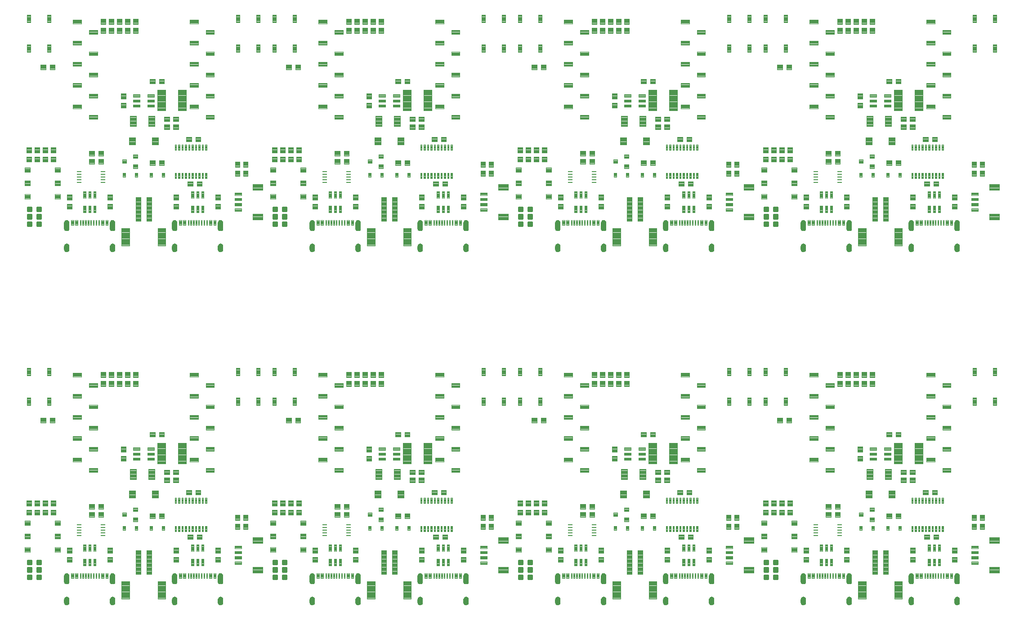
<source format=gtp>
G04 EAGLE Gerber RS-274X export*
G75*
%MOMM*%
%FSLAX34Y34*%
%LPD*%
%INSolderpaste Top*%
%IPPOS*%
%AMOC8*
5,1,8,0,0,1.08239X$1,22.5*%
G01*
%ADD10C,0.100000*%
%ADD11C,0.096000*%
%ADD12C,0.102000*%
%ADD13C,0.099059*%
%ADD14C,0.300000*%
%ADD15R,0.875000X0.250000*%
%ADD16C,0.101600*%
%ADD17C,0.104000*%
%ADD18C,0.100800*%
%ADD19C,0.099000*%
%ADD20C,0.102869*%

G36*
X170000Y711971D02*
X170000Y711971D01*
X170001Y711971D01*
X171069Y711990D01*
X171076Y711995D01*
X171080Y711991D01*
X172117Y712247D01*
X172122Y712254D01*
X172128Y712251D01*
X173082Y712732D01*
X173086Y712739D01*
X173091Y712738D01*
X173915Y713419D01*
X173916Y713427D01*
X173922Y713427D01*
X174573Y714274D01*
X174573Y714282D01*
X174579Y714283D01*
X175026Y715254D01*
X175024Y715262D01*
X175029Y715264D01*
X175248Y716310D01*
X175245Y716317D01*
X175249Y716320D01*
X175249Y728320D01*
X175246Y728325D01*
X175249Y728328D01*
X175069Y729423D01*
X175063Y729429D01*
X175066Y729434D01*
X174647Y730462D01*
X174640Y730466D01*
X174642Y730471D01*
X174005Y731380D01*
X173997Y731383D01*
X173997Y731388D01*
X173174Y732132D01*
X173166Y732133D01*
X173165Y732139D01*
X172197Y732681D01*
X172188Y732680D01*
X172186Y732686D01*
X171122Y732999D01*
X171117Y732997D01*
X171113Y732997D01*
X171111Y733001D01*
X170003Y733069D01*
X169997Y733065D01*
X169993Y733069D01*
X168885Y732899D01*
X168879Y732893D01*
X168874Y732896D01*
X167832Y732484D01*
X167828Y732477D01*
X167823Y732479D01*
X166898Y731845D01*
X166896Y731837D01*
X166890Y731838D01*
X166130Y731015D01*
X166129Y731006D01*
X166123Y731006D01*
X165566Y730034D01*
X165567Y730026D01*
X165561Y730024D01*
X165234Y728952D01*
X165237Y728944D01*
X165232Y728941D01*
X165151Y727824D01*
X165152Y727821D01*
X165151Y727820D01*
X165151Y715820D01*
X165156Y715813D01*
X165152Y715809D01*
X165371Y714865D01*
X165377Y714859D01*
X165375Y714854D01*
X165799Y713982D01*
X165806Y713979D01*
X165804Y713973D01*
X166411Y713217D01*
X166419Y713215D01*
X166419Y713209D01*
X167179Y712608D01*
X167188Y712608D01*
X167189Y712602D01*
X168064Y712184D01*
X168072Y712186D01*
X168074Y712181D01*
X169020Y711969D01*
X169027Y711972D01*
X169031Y711967D01*
X170000Y711971D01*
G37*
G36*
X835480Y46491D02*
X835480Y46491D01*
X835481Y46491D01*
X836549Y46510D01*
X836556Y46515D01*
X836560Y46511D01*
X837597Y46767D01*
X837602Y46774D01*
X837608Y46771D01*
X838562Y47252D01*
X838566Y47259D01*
X838571Y47258D01*
X839395Y47939D01*
X839396Y47947D01*
X839402Y47947D01*
X840053Y48794D01*
X840053Y48802D01*
X840059Y48803D01*
X840506Y49774D01*
X840504Y49782D01*
X840509Y49784D01*
X840728Y50830D01*
X840725Y50837D01*
X840729Y50840D01*
X840729Y62840D01*
X840726Y62845D01*
X840729Y62848D01*
X840549Y63943D01*
X840543Y63949D01*
X840546Y63954D01*
X840127Y64982D01*
X840120Y64986D01*
X840122Y64991D01*
X839485Y65900D01*
X839477Y65903D01*
X839477Y65908D01*
X838654Y66652D01*
X838646Y66653D01*
X838645Y66659D01*
X837677Y67201D01*
X837668Y67200D01*
X837666Y67206D01*
X836602Y67519D01*
X836597Y67517D01*
X836593Y67517D01*
X836591Y67521D01*
X835483Y67589D01*
X835477Y67585D01*
X835473Y67589D01*
X834365Y67419D01*
X834359Y67413D01*
X834354Y67416D01*
X833312Y67004D01*
X833308Y66997D01*
X833303Y66999D01*
X832378Y66365D01*
X832376Y66357D01*
X832370Y66358D01*
X831610Y65535D01*
X831609Y65526D01*
X831603Y65526D01*
X831046Y64554D01*
X831047Y64546D01*
X831041Y64544D01*
X830714Y63472D01*
X830717Y63464D01*
X830712Y63461D01*
X830631Y62344D01*
X830632Y62341D01*
X830631Y62340D01*
X830631Y50340D01*
X830636Y50333D01*
X830632Y50329D01*
X830851Y49385D01*
X830857Y49379D01*
X830855Y49374D01*
X831279Y48502D01*
X831286Y48499D01*
X831284Y48493D01*
X831891Y47737D01*
X831899Y47735D01*
X831899Y47729D01*
X832659Y47128D01*
X832668Y47128D01*
X832669Y47122D01*
X833544Y46704D01*
X833552Y46706D01*
X833554Y46701D01*
X834500Y46489D01*
X834507Y46492D01*
X834511Y46487D01*
X835480Y46491D01*
G37*
G36*
X373200Y46491D02*
X373200Y46491D01*
X373201Y46491D01*
X374269Y46510D01*
X374276Y46515D01*
X374280Y46511D01*
X375317Y46767D01*
X375322Y46774D01*
X375328Y46771D01*
X376282Y47252D01*
X376286Y47259D01*
X376291Y47258D01*
X377115Y47939D01*
X377116Y47947D01*
X377122Y47947D01*
X377773Y48794D01*
X377773Y48802D01*
X377779Y48803D01*
X378226Y49774D01*
X378224Y49782D01*
X378229Y49784D01*
X378448Y50830D01*
X378445Y50837D01*
X378449Y50840D01*
X378449Y62840D01*
X378446Y62845D01*
X378449Y62848D01*
X378269Y63943D01*
X378263Y63949D01*
X378266Y63954D01*
X377847Y64982D01*
X377840Y64986D01*
X377842Y64991D01*
X377205Y65900D01*
X377197Y65903D01*
X377197Y65908D01*
X376374Y66652D01*
X376366Y66653D01*
X376365Y66659D01*
X375397Y67201D01*
X375388Y67200D01*
X375386Y67206D01*
X374322Y67519D01*
X374317Y67517D01*
X374313Y67517D01*
X374311Y67521D01*
X373203Y67589D01*
X373197Y67585D01*
X373193Y67589D01*
X372085Y67419D01*
X372079Y67413D01*
X372074Y67416D01*
X371032Y67004D01*
X371028Y66997D01*
X371023Y66999D01*
X370098Y66365D01*
X370096Y66357D01*
X370090Y66358D01*
X369330Y65535D01*
X369329Y65526D01*
X369323Y65526D01*
X368766Y64554D01*
X368767Y64546D01*
X368761Y64544D01*
X368434Y63472D01*
X368437Y63464D01*
X368432Y63461D01*
X368351Y62344D01*
X368352Y62341D01*
X368351Y62340D01*
X368351Y50340D01*
X368356Y50333D01*
X368352Y50329D01*
X368571Y49385D01*
X368577Y49379D01*
X368575Y49374D01*
X368999Y48502D01*
X369006Y48499D01*
X369004Y48493D01*
X369611Y47737D01*
X369619Y47735D01*
X369619Y47729D01*
X370379Y47128D01*
X370388Y47128D01*
X370389Y47122D01*
X371264Y46704D01*
X371272Y46706D01*
X371274Y46701D01*
X372220Y46489D01*
X372227Y46492D01*
X372231Y46487D01*
X373200Y46491D01*
G37*
G36*
X170000Y46491D02*
X170000Y46491D01*
X170001Y46491D01*
X171069Y46510D01*
X171076Y46515D01*
X171080Y46511D01*
X172117Y46767D01*
X172122Y46774D01*
X172128Y46771D01*
X173082Y47252D01*
X173086Y47259D01*
X173091Y47258D01*
X173915Y47939D01*
X173916Y47947D01*
X173922Y47947D01*
X174573Y48794D01*
X174573Y48802D01*
X174579Y48803D01*
X175026Y49774D01*
X175024Y49782D01*
X175029Y49784D01*
X175248Y50830D01*
X175245Y50837D01*
X175249Y50840D01*
X175249Y62840D01*
X175246Y62845D01*
X175249Y62848D01*
X175069Y63943D01*
X175063Y63949D01*
X175066Y63954D01*
X174647Y64982D01*
X174640Y64986D01*
X174642Y64991D01*
X174005Y65900D01*
X173997Y65903D01*
X173997Y65908D01*
X173174Y66652D01*
X173166Y66653D01*
X173165Y66659D01*
X172197Y67201D01*
X172188Y67200D01*
X172186Y67206D01*
X171122Y67519D01*
X171117Y67517D01*
X171113Y67517D01*
X171111Y67521D01*
X170003Y67589D01*
X169997Y67585D01*
X169993Y67589D01*
X168885Y67419D01*
X168879Y67413D01*
X168874Y67416D01*
X167832Y67004D01*
X167828Y66997D01*
X167823Y66999D01*
X166898Y66365D01*
X166896Y66357D01*
X166890Y66358D01*
X166130Y65535D01*
X166129Y65526D01*
X166123Y65526D01*
X165566Y64554D01*
X165567Y64546D01*
X165561Y64544D01*
X165234Y63472D01*
X165237Y63464D01*
X165232Y63461D01*
X165151Y62344D01*
X165152Y62341D01*
X165151Y62340D01*
X165151Y50340D01*
X165156Y50333D01*
X165152Y50329D01*
X165371Y49385D01*
X165377Y49379D01*
X165375Y49374D01*
X165799Y48502D01*
X165806Y48499D01*
X165804Y48493D01*
X166411Y47737D01*
X166419Y47735D01*
X166419Y47729D01*
X167179Y47128D01*
X167188Y47128D01*
X167189Y47122D01*
X168064Y46704D01*
X168072Y46706D01*
X168074Y46701D01*
X169020Y46489D01*
X169027Y46492D01*
X169031Y46487D01*
X170000Y46491D01*
G37*
G36*
X1094560Y46491D02*
X1094560Y46491D01*
X1094561Y46491D01*
X1095629Y46510D01*
X1095636Y46515D01*
X1095640Y46511D01*
X1096677Y46767D01*
X1096682Y46774D01*
X1096688Y46771D01*
X1097642Y47252D01*
X1097646Y47259D01*
X1097651Y47258D01*
X1098475Y47939D01*
X1098476Y47947D01*
X1098482Y47947D01*
X1099133Y48794D01*
X1099133Y48802D01*
X1099139Y48803D01*
X1099586Y49774D01*
X1099584Y49782D01*
X1099589Y49784D01*
X1099808Y50830D01*
X1099805Y50837D01*
X1099809Y50840D01*
X1099809Y62840D01*
X1099806Y62845D01*
X1099809Y62848D01*
X1099629Y63943D01*
X1099623Y63949D01*
X1099626Y63954D01*
X1099207Y64982D01*
X1099200Y64986D01*
X1099202Y64991D01*
X1098565Y65900D01*
X1098557Y65903D01*
X1098557Y65908D01*
X1097734Y66652D01*
X1097726Y66653D01*
X1097725Y66659D01*
X1096757Y67201D01*
X1096748Y67200D01*
X1096746Y67206D01*
X1095682Y67519D01*
X1095677Y67517D01*
X1095673Y67517D01*
X1095671Y67521D01*
X1094563Y67589D01*
X1094557Y67585D01*
X1094553Y67589D01*
X1093445Y67419D01*
X1093439Y67413D01*
X1093434Y67416D01*
X1092392Y67004D01*
X1092388Y66997D01*
X1092383Y66999D01*
X1091458Y66365D01*
X1091456Y66357D01*
X1091450Y66358D01*
X1090690Y65535D01*
X1090689Y65526D01*
X1090683Y65526D01*
X1090126Y64554D01*
X1090127Y64546D01*
X1090121Y64544D01*
X1089794Y63472D01*
X1089797Y63464D01*
X1089792Y63461D01*
X1089711Y62344D01*
X1089712Y62341D01*
X1089711Y62340D01*
X1089711Y50340D01*
X1089716Y50333D01*
X1089712Y50329D01*
X1089931Y49385D01*
X1089937Y49379D01*
X1089935Y49374D01*
X1090359Y48502D01*
X1090366Y48499D01*
X1090364Y48493D01*
X1090971Y47737D01*
X1090979Y47735D01*
X1090979Y47729D01*
X1091739Y47128D01*
X1091748Y47128D01*
X1091749Y47122D01*
X1092624Y46704D01*
X1092632Y46706D01*
X1092634Y46701D01*
X1093580Y46489D01*
X1093587Y46492D01*
X1093591Y46487D01*
X1094560Y46491D01*
G37*
G36*
X1297760Y46491D02*
X1297760Y46491D01*
X1297761Y46491D01*
X1298829Y46510D01*
X1298836Y46515D01*
X1298840Y46511D01*
X1299877Y46767D01*
X1299882Y46774D01*
X1299888Y46771D01*
X1300842Y47252D01*
X1300846Y47259D01*
X1300851Y47258D01*
X1301675Y47939D01*
X1301676Y47947D01*
X1301682Y47947D01*
X1302333Y48794D01*
X1302333Y48802D01*
X1302339Y48803D01*
X1302786Y49774D01*
X1302784Y49782D01*
X1302789Y49784D01*
X1303008Y50830D01*
X1303005Y50837D01*
X1303009Y50840D01*
X1303009Y62840D01*
X1303006Y62845D01*
X1303009Y62848D01*
X1302829Y63943D01*
X1302823Y63949D01*
X1302826Y63954D01*
X1302407Y64982D01*
X1302400Y64986D01*
X1302402Y64991D01*
X1301765Y65900D01*
X1301757Y65903D01*
X1301757Y65908D01*
X1300934Y66652D01*
X1300926Y66653D01*
X1300925Y66659D01*
X1299957Y67201D01*
X1299948Y67200D01*
X1299946Y67206D01*
X1298882Y67519D01*
X1298877Y67517D01*
X1298873Y67517D01*
X1298871Y67521D01*
X1297763Y67589D01*
X1297757Y67585D01*
X1297753Y67589D01*
X1296645Y67419D01*
X1296639Y67413D01*
X1296634Y67416D01*
X1295592Y67004D01*
X1295588Y66997D01*
X1295583Y66999D01*
X1294658Y66365D01*
X1294656Y66357D01*
X1294650Y66358D01*
X1293890Y65535D01*
X1293889Y65526D01*
X1293883Y65526D01*
X1293326Y64554D01*
X1293327Y64546D01*
X1293321Y64544D01*
X1292994Y63472D01*
X1292997Y63464D01*
X1292992Y63461D01*
X1292911Y62344D01*
X1292912Y62341D01*
X1292911Y62340D01*
X1292911Y50340D01*
X1292916Y50333D01*
X1292912Y50329D01*
X1293131Y49385D01*
X1293137Y49379D01*
X1293135Y49374D01*
X1293559Y48502D01*
X1293566Y48499D01*
X1293564Y48493D01*
X1294171Y47737D01*
X1294179Y47735D01*
X1294179Y47729D01*
X1294939Y47128D01*
X1294948Y47128D01*
X1294949Y47122D01*
X1295824Y46704D01*
X1295832Y46706D01*
X1295834Y46701D01*
X1296780Y46489D01*
X1296787Y46492D01*
X1296791Y46487D01*
X1297760Y46491D01*
G37*
G36*
X1760040Y46491D02*
X1760040Y46491D01*
X1760041Y46491D01*
X1761109Y46510D01*
X1761116Y46515D01*
X1761120Y46511D01*
X1762157Y46767D01*
X1762162Y46774D01*
X1762168Y46771D01*
X1763122Y47252D01*
X1763126Y47259D01*
X1763131Y47258D01*
X1763955Y47939D01*
X1763956Y47947D01*
X1763962Y47947D01*
X1764613Y48794D01*
X1764613Y48802D01*
X1764619Y48803D01*
X1765066Y49774D01*
X1765064Y49782D01*
X1765069Y49784D01*
X1765288Y50830D01*
X1765285Y50837D01*
X1765289Y50840D01*
X1765289Y62840D01*
X1765286Y62845D01*
X1765289Y62848D01*
X1765109Y63943D01*
X1765103Y63949D01*
X1765106Y63954D01*
X1764687Y64982D01*
X1764680Y64986D01*
X1764682Y64991D01*
X1764045Y65900D01*
X1764037Y65903D01*
X1764037Y65908D01*
X1763214Y66652D01*
X1763206Y66653D01*
X1763205Y66659D01*
X1762237Y67201D01*
X1762228Y67200D01*
X1762226Y67206D01*
X1761162Y67519D01*
X1761157Y67517D01*
X1761153Y67517D01*
X1761151Y67521D01*
X1760043Y67589D01*
X1760037Y67585D01*
X1760033Y67589D01*
X1758925Y67419D01*
X1758919Y67413D01*
X1758914Y67416D01*
X1757872Y67004D01*
X1757868Y66997D01*
X1757863Y66999D01*
X1756938Y66365D01*
X1756936Y66357D01*
X1756930Y66358D01*
X1756170Y65535D01*
X1756169Y65526D01*
X1756163Y65526D01*
X1755606Y64554D01*
X1755607Y64546D01*
X1755601Y64544D01*
X1755274Y63472D01*
X1755277Y63464D01*
X1755272Y63461D01*
X1755191Y62344D01*
X1755192Y62341D01*
X1755191Y62340D01*
X1755191Y50340D01*
X1755196Y50333D01*
X1755192Y50329D01*
X1755411Y49385D01*
X1755417Y49379D01*
X1755415Y49374D01*
X1755839Y48502D01*
X1755846Y48499D01*
X1755844Y48493D01*
X1756451Y47737D01*
X1756459Y47735D01*
X1756459Y47729D01*
X1757219Y47128D01*
X1757228Y47128D01*
X1757229Y47122D01*
X1758104Y46704D01*
X1758112Y46706D01*
X1758114Y46701D01*
X1759060Y46489D01*
X1759067Y46492D01*
X1759071Y46487D01*
X1760040Y46491D01*
G37*
G36*
X1556840Y46491D02*
X1556840Y46491D01*
X1556841Y46491D01*
X1557909Y46510D01*
X1557916Y46515D01*
X1557920Y46511D01*
X1558957Y46767D01*
X1558962Y46774D01*
X1558968Y46771D01*
X1559922Y47252D01*
X1559926Y47259D01*
X1559931Y47258D01*
X1560755Y47939D01*
X1560756Y47947D01*
X1560762Y47947D01*
X1561413Y48794D01*
X1561413Y48802D01*
X1561419Y48803D01*
X1561866Y49774D01*
X1561864Y49782D01*
X1561869Y49784D01*
X1562088Y50830D01*
X1562085Y50837D01*
X1562089Y50840D01*
X1562089Y62840D01*
X1562086Y62845D01*
X1562089Y62848D01*
X1561909Y63943D01*
X1561903Y63949D01*
X1561906Y63954D01*
X1561487Y64982D01*
X1561480Y64986D01*
X1561482Y64991D01*
X1560845Y65900D01*
X1560837Y65903D01*
X1560837Y65908D01*
X1560014Y66652D01*
X1560006Y66653D01*
X1560005Y66659D01*
X1559037Y67201D01*
X1559028Y67200D01*
X1559026Y67206D01*
X1557962Y67519D01*
X1557957Y67517D01*
X1557953Y67517D01*
X1557951Y67521D01*
X1556843Y67589D01*
X1556837Y67585D01*
X1556833Y67589D01*
X1555725Y67419D01*
X1555719Y67413D01*
X1555714Y67416D01*
X1554672Y67004D01*
X1554668Y66997D01*
X1554663Y66999D01*
X1553738Y66365D01*
X1553736Y66357D01*
X1553730Y66358D01*
X1552970Y65535D01*
X1552969Y65526D01*
X1552963Y65526D01*
X1552406Y64554D01*
X1552407Y64546D01*
X1552401Y64544D01*
X1552074Y63472D01*
X1552077Y63464D01*
X1552072Y63461D01*
X1551991Y62344D01*
X1551992Y62341D01*
X1551991Y62340D01*
X1551991Y50340D01*
X1551996Y50333D01*
X1551992Y50329D01*
X1552211Y49385D01*
X1552217Y49379D01*
X1552215Y49374D01*
X1552639Y48502D01*
X1552646Y48499D01*
X1552644Y48493D01*
X1553251Y47737D01*
X1553259Y47735D01*
X1553259Y47729D01*
X1554019Y47128D01*
X1554028Y47128D01*
X1554029Y47122D01*
X1554904Y46704D01*
X1554912Y46706D01*
X1554914Y46701D01*
X1555860Y46489D01*
X1555867Y46492D01*
X1555871Y46487D01*
X1556840Y46491D01*
G37*
G36*
X632280Y46491D02*
X632280Y46491D01*
X632281Y46491D01*
X633349Y46510D01*
X633356Y46515D01*
X633360Y46511D01*
X634397Y46767D01*
X634402Y46774D01*
X634408Y46771D01*
X635362Y47252D01*
X635366Y47259D01*
X635371Y47258D01*
X636195Y47939D01*
X636196Y47947D01*
X636202Y47947D01*
X636853Y48794D01*
X636853Y48802D01*
X636859Y48803D01*
X637306Y49774D01*
X637304Y49782D01*
X637309Y49784D01*
X637528Y50830D01*
X637525Y50837D01*
X637529Y50840D01*
X637529Y62840D01*
X637526Y62845D01*
X637529Y62848D01*
X637349Y63943D01*
X637343Y63949D01*
X637346Y63954D01*
X636927Y64982D01*
X636920Y64986D01*
X636922Y64991D01*
X636285Y65900D01*
X636277Y65903D01*
X636277Y65908D01*
X635454Y66652D01*
X635446Y66653D01*
X635445Y66659D01*
X634477Y67201D01*
X634468Y67200D01*
X634466Y67206D01*
X633402Y67519D01*
X633397Y67517D01*
X633393Y67517D01*
X633391Y67521D01*
X632283Y67589D01*
X632277Y67585D01*
X632273Y67589D01*
X631165Y67419D01*
X631159Y67413D01*
X631154Y67416D01*
X630112Y67004D01*
X630108Y66997D01*
X630103Y66999D01*
X629178Y66365D01*
X629176Y66357D01*
X629170Y66358D01*
X628410Y65535D01*
X628409Y65526D01*
X628403Y65526D01*
X627846Y64554D01*
X627847Y64546D01*
X627841Y64544D01*
X627514Y63472D01*
X627517Y63464D01*
X627512Y63461D01*
X627431Y62344D01*
X627432Y62341D01*
X627431Y62340D01*
X627431Y50340D01*
X627436Y50333D01*
X627432Y50329D01*
X627651Y49385D01*
X627657Y49379D01*
X627655Y49374D01*
X628079Y48502D01*
X628086Y48499D01*
X628084Y48493D01*
X628691Y47737D01*
X628699Y47735D01*
X628699Y47729D01*
X629459Y47128D01*
X629468Y47128D01*
X629469Y47122D01*
X630344Y46704D01*
X630352Y46706D01*
X630354Y46701D01*
X631300Y46489D01*
X631307Y46492D01*
X631311Y46487D01*
X632280Y46491D01*
G37*
G36*
X1094560Y711971D02*
X1094560Y711971D01*
X1094561Y711971D01*
X1095629Y711990D01*
X1095636Y711995D01*
X1095640Y711991D01*
X1096677Y712247D01*
X1096682Y712254D01*
X1096688Y712251D01*
X1097642Y712732D01*
X1097646Y712739D01*
X1097651Y712738D01*
X1098475Y713419D01*
X1098476Y713427D01*
X1098482Y713427D01*
X1099133Y714274D01*
X1099133Y714282D01*
X1099139Y714283D01*
X1099586Y715254D01*
X1099584Y715262D01*
X1099589Y715264D01*
X1099808Y716310D01*
X1099805Y716317D01*
X1099809Y716320D01*
X1099809Y728320D01*
X1099806Y728325D01*
X1099809Y728328D01*
X1099629Y729423D01*
X1099623Y729429D01*
X1099626Y729434D01*
X1099207Y730462D01*
X1099200Y730466D01*
X1099202Y730471D01*
X1098565Y731380D01*
X1098557Y731383D01*
X1098557Y731388D01*
X1097734Y732132D01*
X1097726Y732133D01*
X1097725Y732139D01*
X1096757Y732681D01*
X1096748Y732680D01*
X1096746Y732686D01*
X1095682Y732999D01*
X1095677Y732997D01*
X1095673Y732997D01*
X1095671Y733001D01*
X1094563Y733069D01*
X1094557Y733065D01*
X1094553Y733069D01*
X1093445Y732899D01*
X1093439Y732893D01*
X1093434Y732896D01*
X1092392Y732484D01*
X1092388Y732477D01*
X1092383Y732479D01*
X1091458Y731845D01*
X1091456Y731837D01*
X1091450Y731838D01*
X1090690Y731015D01*
X1090689Y731006D01*
X1090683Y731006D01*
X1090126Y730034D01*
X1090127Y730026D01*
X1090121Y730024D01*
X1089794Y728952D01*
X1089797Y728944D01*
X1089792Y728941D01*
X1089711Y727824D01*
X1089712Y727821D01*
X1089711Y727820D01*
X1089711Y715820D01*
X1089716Y715813D01*
X1089712Y715809D01*
X1089931Y714865D01*
X1089937Y714859D01*
X1089935Y714854D01*
X1090359Y713982D01*
X1090366Y713979D01*
X1090364Y713973D01*
X1090971Y713217D01*
X1090979Y713215D01*
X1090979Y713209D01*
X1091739Y712608D01*
X1091748Y712608D01*
X1091749Y712602D01*
X1092624Y712184D01*
X1092632Y712186D01*
X1092634Y712181D01*
X1093580Y711969D01*
X1093587Y711972D01*
X1093591Y711967D01*
X1094560Y711971D01*
G37*
G36*
X632280Y711971D02*
X632280Y711971D01*
X632281Y711971D01*
X633349Y711990D01*
X633356Y711995D01*
X633360Y711991D01*
X634397Y712247D01*
X634402Y712254D01*
X634408Y712251D01*
X635362Y712732D01*
X635366Y712739D01*
X635371Y712738D01*
X636195Y713419D01*
X636196Y713427D01*
X636202Y713427D01*
X636853Y714274D01*
X636853Y714282D01*
X636859Y714283D01*
X637306Y715254D01*
X637304Y715262D01*
X637309Y715264D01*
X637528Y716310D01*
X637525Y716317D01*
X637529Y716320D01*
X637529Y728320D01*
X637526Y728325D01*
X637529Y728328D01*
X637349Y729423D01*
X637343Y729429D01*
X637346Y729434D01*
X636927Y730462D01*
X636920Y730466D01*
X636922Y730471D01*
X636285Y731380D01*
X636277Y731383D01*
X636277Y731388D01*
X635454Y732132D01*
X635446Y732133D01*
X635445Y732139D01*
X634477Y732681D01*
X634468Y732680D01*
X634466Y732686D01*
X633402Y732999D01*
X633397Y732997D01*
X633393Y732997D01*
X633391Y733001D01*
X632283Y733069D01*
X632277Y733065D01*
X632273Y733069D01*
X631165Y732899D01*
X631159Y732893D01*
X631154Y732896D01*
X630112Y732484D01*
X630108Y732477D01*
X630103Y732479D01*
X629178Y731845D01*
X629176Y731837D01*
X629170Y731838D01*
X628410Y731015D01*
X628409Y731006D01*
X628403Y731006D01*
X627846Y730034D01*
X627847Y730026D01*
X627841Y730024D01*
X627514Y728952D01*
X627517Y728944D01*
X627512Y728941D01*
X627431Y727824D01*
X627432Y727821D01*
X627431Y727820D01*
X627431Y715820D01*
X627436Y715813D01*
X627432Y715809D01*
X627651Y714865D01*
X627657Y714859D01*
X627655Y714854D01*
X628079Y713982D01*
X628086Y713979D01*
X628084Y713973D01*
X628691Y713217D01*
X628699Y713215D01*
X628699Y713209D01*
X629459Y712608D01*
X629468Y712608D01*
X629469Y712602D01*
X630344Y712184D01*
X630352Y712186D01*
X630354Y712181D01*
X631300Y711969D01*
X631307Y711972D01*
X631311Y711967D01*
X632280Y711971D01*
G37*
G36*
X1556840Y711971D02*
X1556840Y711971D01*
X1556841Y711971D01*
X1557909Y711990D01*
X1557916Y711995D01*
X1557920Y711991D01*
X1558957Y712247D01*
X1558962Y712254D01*
X1558968Y712251D01*
X1559922Y712732D01*
X1559926Y712739D01*
X1559931Y712738D01*
X1560755Y713419D01*
X1560756Y713427D01*
X1560762Y713427D01*
X1561413Y714274D01*
X1561413Y714282D01*
X1561419Y714283D01*
X1561866Y715254D01*
X1561864Y715262D01*
X1561869Y715264D01*
X1562088Y716310D01*
X1562085Y716317D01*
X1562089Y716320D01*
X1562089Y728320D01*
X1562086Y728325D01*
X1562089Y728328D01*
X1561909Y729423D01*
X1561903Y729429D01*
X1561906Y729434D01*
X1561487Y730462D01*
X1561480Y730466D01*
X1561482Y730471D01*
X1560845Y731380D01*
X1560837Y731383D01*
X1560837Y731388D01*
X1560014Y732132D01*
X1560006Y732133D01*
X1560005Y732139D01*
X1559037Y732681D01*
X1559028Y732680D01*
X1559026Y732686D01*
X1557962Y732999D01*
X1557957Y732997D01*
X1557953Y732997D01*
X1557951Y733001D01*
X1556843Y733069D01*
X1556837Y733065D01*
X1556833Y733069D01*
X1555725Y732899D01*
X1555719Y732893D01*
X1555714Y732896D01*
X1554672Y732484D01*
X1554668Y732477D01*
X1554663Y732479D01*
X1553738Y731845D01*
X1553736Y731837D01*
X1553730Y731838D01*
X1552970Y731015D01*
X1552969Y731006D01*
X1552963Y731006D01*
X1552406Y730034D01*
X1552407Y730026D01*
X1552401Y730024D01*
X1552074Y728952D01*
X1552077Y728944D01*
X1552072Y728941D01*
X1551991Y727824D01*
X1551992Y727821D01*
X1551991Y727820D01*
X1551991Y715820D01*
X1551996Y715813D01*
X1551992Y715809D01*
X1552211Y714865D01*
X1552217Y714859D01*
X1552215Y714854D01*
X1552639Y713982D01*
X1552646Y713979D01*
X1552644Y713973D01*
X1553251Y713217D01*
X1553259Y713215D01*
X1553259Y713209D01*
X1554019Y712608D01*
X1554028Y712608D01*
X1554029Y712602D01*
X1554904Y712184D01*
X1554912Y712186D01*
X1554914Y712181D01*
X1555860Y711969D01*
X1555867Y711972D01*
X1555871Y711967D01*
X1556840Y711971D01*
G37*
G36*
X1760040Y711971D02*
X1760040Y711971D01*
X1760041Y711971D01*
X1761109Y711990D01*
X1761116Y711995D01*
X1761120Y711991D01*
X1762157Y712247D01*
X1762162Y712254D01*
X1762168Y712251D01*
X1763122Y712732D01*
X1763126Y712739D01*
X1763131Y712738D01*
X1763955Y713419D01*
X1763956Y713427D01*
X1763962Y713427D01*
X1764613Y714274D01*
X1764613Y714282D01*
X1764619Y714283D01*
X1765066Y715254D01*
X1765064Y715262D01*
X1765069Y715264D01*
X1765288Y716310D01*
X1765285Y716317D01*
X1765289Y716320D01*
X1765289Y728320D01*
X1765286Y728325D01*
X1765289Y728328D01*
X1765109Y729423D01*
X1765103Y729429D01*
X1765106Y729434D01*
X1764687Y730462D01*
X1764680Y730466D01*
X1764682Y730471D01*
X1764045Y731380D01*
X1764037Y731383D01*
X1764037Y731388D01*
X1763214Y732132D01*
X1763206Y732133D01*
X1763205Y732139D01*
X1762237Y732681D01*
X1762228Y732680D01*
X1762226Y732686D01*
X1761162Y732999D01*
X1761157Y732997D01*
X1761153Y732997D01*
X1761151Y733001D01*
X1760043Y733069D01*
X1760037Y733065D01*
X1760033Y733069D01*
X1758925Y732899D01*
X1758919Y732893D01*
X1758914Y732896D01*
X1757872Y732484D01*
X1757868Y732477D01*
X1757863Y732479D01*
X1756938Y731845D01*
X1756936Y731837D01*
X1756930Y731838D01*
X1756170Y731015D01*
X1756169Y731006D01*
X1756163Y731006D01*
X1755606Y730034D01*
X1755607Y730026D01*
X1755601Y730024D01*
X1755274Y728952D01*
X1755277Y728944D01*
X1755272Y728941D01*
X1755191Y727824D01*
X1755192Y727821D01*
X1755191Y727820D01*
X1755191Y715820D01*
X1755196Y715813D01*
X1755192Y715809D01*
X1755411Y714865D01*
X1755417Y714859D01*
X1755415Y714854D01*
X1755839Y713982D01*
X1755846Y713979D01*
X1755844Y713973D01*
X1756451Y713217D01*
X1756459Y713215D01*
X1756459Y713209D01*
X1757219Y712608D01*
X1757228Y712608D01*
X1757229Y712602D01*
X1758104Y712184D01*
X1758112Y712186D01*
X1758114Y712181D01*
X1759060Y711969D01*
X1759067Y711972D01*
X1759071Y711967D01*
X1760040Y711971D01*
G37*
G36*
X1297760Y711971D02*
X1297760Y711971D01*
X1297761Y711971D01*
X1298829Y711990D01*
X1298836Y711995D01*
X1298840Y711991D01*
X1299877Y712247D01*
X1299882Y712254D01*
X1299888Y712251D01*
X1300842Y712732D01*
X1300846Y712739D01*
X1300851Y712738D01*
X1301675Y713419D01*
X1301676Y713427D01*
X1301682Y713427D01*
X1302333Y714274D01*
X1302333Y714282D01*
X1302339Y714283D01*
X1302786Y715254D01*
X1302784Y715262D01*
X1302789Y715264D01*
X1303008Y716310D01*
X1303005Y716317D01*
X1303009Y716320D01*
X1303009Y728320D01*
X1303006Y728325D01*
X1303009Y728328D01*
X1302829Y729423D01*
X1302823Y729429D01*
X1302826Y729434D01*
X1302407Y730462D01*
X1302400Y730466D01*
X1302402Y730471D01*
X1301765Y731380D01*
X1301757Y731383D01*
X1301757Y731388D01*
X1300934Y732132D01*
X1300926Y732133D01*
X1300925Y732139D01*
X1299957Y732681D01*
X1299948Y732680D01*
X1299946Y732686D01*
X1298882Y732999D01*
X1298877Y732997D01*
X1298873Y732997D01*
X1298871Y733001D01*
X1297763Y733069D01*
X1297757Y733065D01*
X1297753Y733069D01*
X1296645Y732899D01*
X1296639Y732893D01*
X1296634Y732896D01*
X1295592Y732484D01*
X1295588Y732477D01*
X1295583Y732479D01*
X1294658Y731845D01*
X1294656Y731837D01*
X1294650Y731838D01*
X1293890Y731015D01*
X1293889Y731006D01*
X1293883Y731006D01*
X1293326Y730034D01*
X1293327Y730026D01*
X1293321Y730024D01*
X1292994Y728952D01*
X1292997Y728944D01*
X1292992Y728941D01*
X1292911Y727824D01*
X1292912Y727821D01*
X1292911Y727820D01*
X1292911Y715820D01*
X1292916Y715813D01*
X1292912Y715809D01*
X1293131Y714865D01*
X1293137Y714859D01*
X1293135Y714854D01*
X1293559Y713982D01*
X1293566Y713979D01*
X1293564Y713973D01*
X1294171Y713217D01*
X1294179Y713215D01*
X1294179Y713209D01*
X1294939Y712608D01*
X1294948Y712608D01*
X1294949Y712602D01*
X1295824Y712184D01*
X1295832Y712186D01*
X1295834Y712181D01*
X1296780Y711969D01*
X1296787Y711972D01*
X1296791Y711967D01*
X1297760Y711971D01*
G37*
G36*
X835480Y711971D02*
X835480Y711971D01*
X835481Y711971D01*
X836549Y711990D01*
X836556Y711995D01*
X836560Y711991D01*
X837597Y712247D01*
X837602Y712254D01*
X837608Y712251D01*
X838562Y712732D01*
X838566Y712739D01*
X838571Y712738D01*
X839395Y713419D01*
X839396Y713427D01*
X839402Y713427D01*
X840053Y714274D01*
X840053Y714282D01*
X840059Y714283D01*
X840506Y715254D01*
X840504Y715262D01*
X840509Y715264D01*
X840728Y716310D01*
X840725Y716317D01*
X840729Y716320D01*
X840729Y728320D01*
X840726Y728325D01*
X840729Y728328D01*
X840549Y729423D01*
X840543Y729429D01*
X840546Y729434D01*
X840127Y730462D01*
X840120Y730466D01*
X840122Y730471D01*
X839485Y731380D01*
X839477Y731383D01*
X839477Y731388D01*
X838654Y732132D01*
X838646Y732133D01*
X838645Y732139D01*
X837677Y732681D01*
X837668Y732680D01*
X837666Y732686D01*
X836602Y732999D01*
X836597Y732997D01*
X836593Y732997D01*
X836591Y733001D01*
X835483Y733069D01*
X835477Y733065D01*
X835473Y733069D01*
X834365Y732899D01*
X834359Y732893D01*
X834354Y732896D01*
X833312Y732484D01*
X833308Y732477D01*
X833303Y732479D01*
X832378Y731845D01*
X832376Y731837D01*
X832370Y731838D01*
X831610Y731015D01*
X831609Y731006D01*
X831603Y731006D01*
X831046Y730034D01*
X831047Y730026D01*
X831041Y730024D01*
X830714Y728952D01*
X830717Y728944D01*
X830712Y728941D01*
X830631Y727824D01*
X830632Y727821D01*
X830631Y727820D01*
X830631Y715820D01*
X830636Y715813D01*
X830632Y715809D01*
X830851Y714865D01*
X830857Y714859D01*
X830855Y714854D01*
X831279Y713982D01*
X831286Y713979D01*
X831284Y713973D01*
X831891Y713217D01*
X831899Y713215D01*
X831899Y713209D01*
X832659Y712608D01*
X832668Y712608D01*
X832669Y712602D01*
X833544Y712184D01*
X833552Y712186D01*
X833554Y712181D01*
X834500Y711969D01*
X834507Y711972D01*
X834511Y711967D01*
X835480Y711971D01*
G37*
G36*
X373200Y711971D02*
X373200Y711971D01*
X373201Y711971D01*
X374269Y711990D01*
X374276Y711995D01*
X374280Y711991D01*
X375317Y712247D01*
X375322Y712254D01*
X375328Y712251D01*
X376282Y712732D01*
X376286Y712739D01*
X376291Y712738D01*
X377115Y713419D01*
X377116Y713427D01*
X377122Y713427D01*
X377773Y714274D01*
X377773Y714282D01*
X377779Y714283D01*
X378226Y715254D01*
X378224Y715262D01*
X378229Y715264D01*
X378448Y716310D01*
X378445Y716317D01*
X378449Y716320D01*
X378449Y728320D01*
X378446Y728325D01*
X378449Y728328D01*
X378269Y729423D01*
X378263Y729429D01*
X378266Y729434D01*
X377847Y730462D01*
X377840Y730466D01*
X377842Y730471D01*
X377205Y731380D01*
X377197Y731383D01*
X377197Y731388D01*
X376374Y732132D01*
X376366Y732133D01*
X376365Y732139D01*
X375397Y732681D01*
X375388Y732680D01*
X375386Y732686D01*
X374322Y732999D01*
X374317Y732997D01*
X374313Y732997D01*
X374311Y733001D01*
X373203Y733069D01*
X373197Y733065D01*
X373193Y733069D01*
X372085Y732899D01*
X372079Y732893D01*
X372074Y732896D01*
X371032Y732484D01*
X371028Y732477D01*
X371023Y732479D01*
X370098Y731845D01*
X370096Y731837D01*
X370090Y731838D01*
X369330Y731015D01*
X369329Y731006D01*
X369323Y731006D01*
X368766Y730034D01*
X368767Y730026D01*
X368761Y730024D01*
X368434Y728952D01*
X368437Y728944D01*
X368432Y728941D01*
X368351Y727824D01*
X368352Y727821D01*
X368351Y727820D01*
X368351Y715820D01*
X368356Y715813D01*
X368352Y715809D01*
X368571Y714865D01*
X368577Y714859D01*
X368575Y714854D01*
X368999Y713982D01*
X369006Y713979D01*
X369004Y713973D01*
X369611Y713217D01*
X369619Y713215D01*
X369619Y713209D01*
X370379Y712608D01*
X370388Y712608D01*
X370389Y712602D01*
X371264Y712184D01*
X371272Y712186D01*
X371274Y712181D01*
X372220Y711969D01*
X372227Y711972D01*
X372231Y711967D01*
X373200Y711971D01*
G37*
G36*
X750061Y711980D02*
X750061Y711980D01*
X750068Y711985D01*
X750072Y711981D01*
X751124Y712231D01*
X751129Y712237D01*
X751134Y712234D01*
X752104Y712711D01*
X752107Y712719D01*
X752113Y712717D01*
X752952Y713398D01*
X752954Y713406D01*
X752960Y713406D01*
X753626Y714257D01*
X753627Y714265D01*
X753632Y714266D01*
X754093Y715243D01*
X754091Y715251D01*
X754097Y715254D01*
X754328Y716309D01*
X754325Y716317D01*
X754329Y716320D01*
X754329Y728320D01*
X754325Y728325D01*
X754329Y728328D01*
X754136Y729434D01*
X754130Y729439D01*
X754133Y729444D01*
X753700Y730479D01*
X753693Y730483D01*
X753695Y730488D01*
X753042Y731401D01*
X753034Y731403D01*
X753035Y731409D01*
X752196Y732153D01*
X752187Y732154D01*
X752187Y732159D01*
X751203Y732698D01*
X751195Y732697D01*
X751193Y732702D01*
X750114Y733009D01*
X750106Y733006D01*
X750103Y733011D01*
X748983Y733069D01*
X748978Y733066D01*
X748975Y733069D01*
X747929Y732951D01*
X747923Y732945D01*
X747918Y732949D01*
X746924Y732601D01*
X746920Y732594D01*
X746915Y732596D01*
X746023Y732036D01*
X746021Y732029D01*
X746015Y732029D01*
X745271Y731285D01*
X745269Y731277D01*
X745264Y731277D01*
X744704Y730385D01*
X744704Y730377D01*
X744699Y730376D01*
X744351Y729382D01*
X744354Y729374D01*
X744349Y729371D01*
X744231Y728326D01*
X744233Y728322D01*
X744231Y728320D01*
X744231Y716320D01*
X744234Y716315D01*
X744231Y716312D01*
X744389Y715316D01*
X744395Y715310D01*
X744392Y715305D01*
X744767Y714369D01*
X744774Y714365D01*
X744772Y714359D01*
X745346Y713530D01*
X745354Y713527D01*
X745353Y713522D01*
X746097Y712841D01*
X746106Y712840D01*
X746106Y712834D01*
X746983Y712336D01*
X746992Y712337D01*
X746994Y712332D01*
X747959Y712041D01*
X747967Y712044D01*
X747970Y712039D01*
X748977Y711971D01*
X748979Y711972D01*
X748980Y711971D01*
X750061Y711980D01*
G37*
G36*
X546861Y711980D02*
X546861Y711980D01*
X546868Y711985D01*
X546872Y711981D01*
X547924Y712231D01*
X547929Y712237D01*
X547934Y712234D01*
X548904Y712711D01*
X548907Y712719D01*
X548913Y712717D01*
X549752Y713398D01*
X549754Y713406D01*
X549760Y713406D01*
X550426Y714257D01*
X550427Y714265D01*
X550432Y714266D01*
X550893Y715243D01*
X550891Y715251D01*
X550897Y715254D01*
X551128Y716309D01*
X551125Y716317D01*
X551129Y716320D01*
X551129Y728320D01*
X551125Y728325D01*
X551129Y728328D01*
X550936Y729434D01*
X550930Y729439D01*
X550933Y729444D01*
X550500Y730479D01*
X550493Y730483D01*
X550495Y730488D01*
X549842Y731401D01*
X549834Y731403D01*
X549835Y731409D01*
X548996Y732153D01*
X548987Y732154D01*
X548987Y732159D01*
X548003Y732698D01*
X547995Y732697D01*
X547993Y732702D01*
X546914Y733009D01*
X546906Y733006D01*
X546903Y733011D01*
X545783Y733069D01*
X545778Y733066D01*
X545775Y733069D01*
X544729Y732951D01*
X544723Y732945D01*
X544718Y732949D01*
X543724Y732601D01*
X543720Y732594D01*
X543715Y732596D01*
X542823Y732036D01*
X542821Y732029D01*
X542815Y732029D01*
X542071Y731285D01*
X542069Y731277D01*
X542064Y731277D01*
X541504Y730385D01*
X541504Y730377D01*
X541499Y730376D01*
X541151Y729382D01*
X541154Y729374D01*
X541149Y729371D01*
X541031Y728326D01*
X541033Y728322D01*
X541031Y728320D01*
X541031Y716320D01*
X541034Y716315D01*
X541031Y716312D01*
X541189Y715316D01*
X541195Y715310D01*
X541192Y715305D01*
X541567Y714369D01*
X541574Y714365D01*
X541572Y714359D01*
X542146Y713530D01*
X542154Y713527D01*
X542153Y713522D01*
X542897Y712841D01*
X542906Y712840D01*
X542906Y712834D01*
X543783Y712336D01*
X543792Y712337D01*
X543794Y712332D01*
X544759Y712041D01*
X544767Y712044D01*
X544770Y712039D01*
X545777Y711971D01*
X545779Y711972D01*
X545780Y711971D01*
X546861Y711980D01*
G37*
G36*
X1009141Y711980D02*
X1009141Y711980D01*
X1009148Y711985D01*
X1009152Y711981D01*
X1010204Y712231D01*
X1010209Y712237D01*
X1010214Y712234D01*
X1011184Y712711D01*
X1011187Y712719D01*
X1011193Y712717D01*
X1012032Y713398D01*
X1012034Y713406D01*
X1012040Y713406D01*
X1012706Y714257D01*
X1012707Y714265D01*
X1012712Y714266D01*
X1013173Y715243D01*
X1013171Y715251D01*
X1013177Y715254D01*
X1013408Y716309D01*
X1013405Y716317D01*
X1013409Y716320D01*
X1013409Y728320D01*
X1013405Y728325D01*
X1013409Y728328D01*
X1013216Y729434D01*
X1013210Y729439D01*
X1013213Y729444D01*
X1012780Y730479D01*
X1012773Y730483D01*
X1012775Y730488D01*
X1012122Y731401D01*
X1012114Y731403D01*
X1012115Y731409D01*
X1011276Y732153D01*
X1011267Y732154D01*
X1011267Y732159D01*
X1010283Y732698D01*
X1010275Y732697D01*
X1010273Y732702D01*
X1009194Y733009D01*
X1009186Y733006D01*
X1009183Y733011D01*
X1008063Y733069D01*
X1008058Y733066D01*
X1008055Y733069D01*
X1007009Y732951D01*
X1007003Y732945D01*
X1006998Y732949D01*
X1006004Y732601D01*
X1006000Y732594D01*
X1005995Y732596D01*
X1005103Y732036D01*
X1005101Y732029D01*
X1005095Y732029D01*
X1004351Y731285D01*
X1004349Y731277D01*
X1004344Y731277D01*
X1003784Y730385D01*
X1003784Y730377D01*
X1003779Y730376D01*
X1003431Y729382D01*
X1003434Y729374D01*
X1003429Y729371D01*
X1003311Y728326D01*
X1003313Y728322D01*
X1003311Y728320D01*
X1003311Y716320D01*
X1003314Y716315D01*
X1003311Y716312D01*
X1003469Y715316D01*
X1003475Y715310D01*
X1003472Y715305D01*
X1003847Y714369D01*
X1003854Y714365D01*
X1003852Y714359D01*
X1004426Y713530D01*
X1004434Y713527D01*
X1004433Y713522D01*
X1005177Y712841D01*
X1005186Y712840D01*
X1005186Y712834D01*
X1006063Y712336D01*
X1006072Y712337D01*
X1006074Y712332D01*
X1007039Y712041D01*
X1007047Y712044D01*
X1007050Y712039D01*
X1008057Y711971D01*
X1008059Y711972D01*
X1008060Y711971D01*
X1009141Y711980D01*
G37*
G36*
X1212341Y711980D02*
X1212341Y711980D01*
X1212348Y711985D01*
X1212352Y711981D01*
X1213404Y712231D01*
X1213409Y712237D01*
X1213414Y712234D01*
X1214384Y712711D01*
X1214387Y712719D01*
X1214393Y712717D01*
X1215232Y713398D01*
X1215234Y713406D01*
X1215240Y713406D01*
X1215906Y714257D01*
X1215907Y714265D01*
X1215912Y714266D01*
X1216373Y715243D01*
X1216371Y715251D01*
X1216377Y715254D01*
X1216608Y716309D01*
X1216605Y716317D01*
X1216609Y716320D01*
X1216609Y728320D01*
X1216605Y728325D01*
X1216609Y728328D01*
X1216416Y729434D01*
X1216410Y729439D01*
X1216413Y729444D01*
X1215980Y730479D01*
X1215973Y730483D01*
X1215975Y730488D01*
X1215322Y731401D01*
X1215314Y731403D01*
X1215315Y731409D01*
X1214476Y732153D01*
X1214467Y732154D01*
X1214467Y732159D01*
X1213483Y732698D01*
X1213475Y732697D01*
X1213473Y732702D01*
X1212394Y733009D01*
X1212386Y733006D01*
X1212383Y733011D01*
X1211263Y733069D01*
X1211258Y733066D01*
X1211255Y733069D01*
X1210209Y732951D01*
X1210203Y732945D01*
X1210198Y732949D01*
X1209204Y732601D01*
X1209200Y732594D01*
X1209195Y732596D01*
X1208303Y732036D01*
X1208301Y732029D01*
X1208295Y732029D01*
X1207551Y731285D01*
X1207549Y731277D01*
X1207544Y731277D01*
X1206984Y730385D01*
X1206984Y730377D01*
X1206979Y730376D01*
X1206631Y729382D01*
X1206634Y729374D01*
X1206629Y729371D01*
X1206511Y728326D01*
X1206513Y728322D01*
X1206511Y728320D01*
X1206511Y716320D01*
X1206514Y716315D01*
X1206511Y716312D01*
X1206669Y715316D01*
X1206675Y715310D01*
X1206672Y715305D01*
X1207047Y714369D01*
X1207054Y714365D01*
X1207052Y714359D01*
X1207626Y713530D01*
X1207634Y713527D01*
X1207633Y713522D01*
X1208377Y712841D01*
X1208386Y712840D01*
X1208386Y712834D01*
X1209263Y712336D01*
X1209272Y712337D01*
X1209274Y712332D01*
X1210239Y712041D01*
X1210247Y712044D01*
X1210250Y712039D01*
X1211257Y711971D01*
X1211259Y711972D01*
X1211260Y711971D01*
X1212341Y711980D01*
G37*
G36*
X84581Y711980D02*
X84581Y711980D01*
X84588Y711985D01*
X84592Y711981D01*
X85644Y712231D01*
X85649Y712237D01*
X85654Y712234D01*
X86624Y712711D01*
X86627Y712719D01*
X86633Y712717D01*
X87472Y713398D01*
X87474Y713406D01*
X87480Y713406D01*
X88146Y714257D01*
X88147Y714265D01*
X88152Y714266D01*
X88613Y715243D01*
X88611Y715251D01*
X88617Y715254D01*
X88848Y716309D01*
X88845Y716317D01*
X88849Y716320D01*
X88849Y728320D01*
X88845Y728325D01*
X88849Y728328D01*
X88656Y729434D01*
X88650Y729439D01*
X88653Y729444D01*
X88220Y730479D01*
X88213Y730483D01*
X88215Y730488D01*
X87562Y731401D01*
X87554Y731403D01*
X87555Y731409D01*
X86716Y732153D01*
X86707Y732154D01*
X86707Y732159D01*
X85723Y732698D01*
X85715Y732697D01*
X85713Y732702D01*
X84634Y733009D01*
X84626Y733006D01*
X84623Y733011D01*
X83503Y733069D01*
X83498Y733066D01*
X83495Y733069D01*
X82449Y732951D01*
X82443Y732945D01*
X82438Y732949D01*
X81444Y732601D01*
X81440Y732594D01*
X81435Y732596D01*
X80543Y732036D01*
X80541Y732029D01*
X80535Y732029D01*
X79791Y731285D01*
X79789Y731277D01*
X79784Y731277D01*
X79224Y730385D01*
X79224Y730377D01*
X79219Y730376D01*
X78871Y729382D01*
X78874Y729374D01*
X78869Y729371D01*
X78751Y728326D01*
X78753Y728322D01*
X78751Y728320D01*
X78751Y716320D01*
X78754Y716315D01*
X78751Y716312D01*
X78909Y715316D01*
X78915Y715310D01*
X78912Y715305D01*
X79287Y714369D01*
X79294Y714365D01*
X79292Y714359D01*
X79866Y713530D01*
X79874Y713527D01*
X79873Y713522D01*
X80617Y712841D01*
X80626Y712840D01*
X80626Y712834D01*
X81503Y712336D01*
X81512Y712337D01*
X81514Y712332D01*
X82479Y712041D01*
X82487Y712044D01*
X82490Y712039D01*
X83497Y711971D01*
X83499Y711972D01*
X83500Y711971D01*
X84581Y711980D01*
G37*
G36*
X287781Y711980D02*
X287781Y711980D01*
X287788Y711985D01*
X287792Y711981D01*
X288844Y712231D01*
X288849Y712237D01*
X288854Y712234D01*
X289824Y712711D01*
X289827Y712719D01*
X289833Y712717D01*
X290672Y713398D01*
X290674Y713406D01*
X290680Y713406D01*
X291346Y714257D01*
X291347Y714265D01*
X291352Y714266D01*
X291813Y715243D01*
X291811Y715251D01*
X291817Y715254D01*
X292048Y716309D01*
X292045Y716317D01*
X292049Y716320D01*
X292049Y728320D01*
X292045Y728325D01*
X292049Y728328D01*
X291856Y729434D01*
X291850Y729439D01*
X291853Y729444D01*
X291420Y730479D01*
X291413Y730483D01*
X291415Y730488D01*
X290762Y731401D01*
X290754Y731403D01*
X290755Y731409D01*
X289916Y732153D01*
X289907Y732154D01*
X289907Y732159D01*
X288923Y732698D01*
X288915Y732697D01*
X288913Y732702D01*
X287834Y733009D01*
X287826Y733006D01*
X287823Y733011D01*
X286703Y733069D01*
X286698Y733066D01*
X286695Y733069D01*
X285649Y732951D01*
X285643Y732945D01*
X285638Y732949D01*
X284644Y732601D01*
X284640Y732594D01*
X284635Y732596D01*
X283743Y732036D01*
X283741Y732029D01*
X283735Y732029D01*
X282991Y731285D01*
X282989Y731277D01*
X282984Y731277D01*
X282424Y730385D01*
X282424Y730377D01*
X282419Y730376D01*
X282071Y729382D01*
X282074Y729374D01*
X282069Y729371D01*
X281951Y728326D01*
X281953Y728322D01*
X281951Y728320D01*
X281951Y716320D01*
X281954Y716315D01*
X281951Y716312D01*
X282109Y715316D01*
X282115Y715310D01*
X282112Y715305D01*
X282487Y714369D01*
X282494Y714365D01*
X282492Y714359D01*
X283066Y713530D01*
X283074Y713527D01*
X283073Y713522D01*
X283817Y712841D01*
X283826Y712840D01*
X283826Y712834D01*
X284703Y712336D01*
X284712Y712337D01*
X284714Y712332D01*
X285679Y712041D01*
X285687Y712044D01*
X285690Y712039D01*
X286697Y711971D01*
X286699Y711972D01*
X286700Y711971D01*
X287781Y711980D01*
G37*
G36*
X1471421Y711980D02*
X1471421Y711980D01*
X1471428Y711985D01*
X1471432Y711981D01*
X1472484Y712231D01*
X1472489Y712237D01*
X1472494Y712234D01*
X1473464Y712711D01*
X1473467Y712719D01*
X1473473Y712717D01*
X1474312Y713398D01*
X1474314Y713406D01*
X1474320Y713406D01*
X1474986Y714257D01*
X1474987Y714265D01*
X1474992Y714266D01*
X1475453Y715243D01*
X1475451Y715251D01*
X1475457Y715254D01*
X1475688Y716309D01*
X1475685Y716317D01*
X1475689Y716320D01*
X1475689Y728320D01*
X1475685Y728325D01*
X1475689Y728328D01*
X1475496Y729434D01*
X1475490Y729439D01*
X1475493Y729444D01*
X1475060Y730479D01*
X1475053Y730483D01*
X1475055Y730488D01*
X1474402Y731401D01*
X1474394Y731403D01*
X1474395Y731409D01*
X1473556Y732153D01*
X1473547Y732154D01*
X1473547Y732159D01*
X1472563Y732698D01*
X1472555Y732697D01*
X1472553Y732702D01*
X1471474Y733009D01*
X1471466Y733006D01*
X1471463Y733011D01*
X1470343Y733069D01*
X1470338Y733066D01*
X1470335Y733069D01*
X1469289Y732951D01*
X1469283Y732945D01*
X1469278Y732949D01*
X1468284Y732601D01*
X1468280Y732594D01*
X1468275Y732596D01*
X1467383Y732036D01*
X1467381Y732029D01*
X1467375Y732029D01*
X1466631Y731285D01*
X1466629Y731277D01*
X1466624Y731277D01*
X1466064Y730385D01*
X1466064Y730377D01*
X1466059Y730376D01*
X1465711Y729382D01*
X1465714Y729374D01*
X1465709Y729371D01*
X1465591Y728326D01*
X1465593Y728322D01*
X1465591Y728320D01*
X1465591Y716320D01*
X1465594Y716315D01*
X1465591Y716312D01*
X1465749Y715316D01*
X1465755Y715310D01*
X1465752Y715305D01*
X1466127Y714369D01*
X1466134Y714365D01*
X1466132Y714359D01*
X1466706Y713530D01*
X1466714Y713527D01*
X1466713Y713522D01*
X1467457Y712841D01*
X1467466Y712840D01*
X1467466Y712834D01*
X1468343Y712336D01*
X1468352Y712337D01*
X1468354Y712332D01*
X1469319Y712041D01*
X1469327Y712044D01*
X1469330Y712039D01*
X1470337Y711971D01*
X1470339Y711972D01*
X1470340Y711971D01*
X1471421Y711980D01*
G37*
G36*
X1674621Y711980D02*
X1674621Y711980D01*
X1674628Y711985D01*
X1674632Y711981D01*
X1675684Y712231D01*
X1675689Y712237D01*
X1675694Y712234D01*
X1676664Y712711D01*
X1676667Y712719D01*
X1676673Y712717D01*
X1677512Y713398D01*
X1677514Y713406D01*
X1677520Y713406D01*
X1678186Y714257D01*
X1678187Y714265D01*
X1678192Y714266D01*
X1678653Y715243D01*
X1678651Y715251D01*
X1678657Y715254D01*
X1678888Y716309D01*
X1678885Y716317D01*
X1678889Y716320D01*
X1678889Y728320D01*
X1678885Y728325D01*
X1678889Y728328D01*
X1678696Y729434D01*
X1678690Y729439D01*
X1678693Y729444D01*
X1678260Y730479D01*
X1678253Y730483D01*
X1678255Y730488D01*
X1677602Y731401D01*
X1677594Y731403D01*
X1677595Y731409D01*
X1676756Y732153D01*
X1676747Y732154D01*
X1676747Y732159D01*
X1675763Y732698D01*
X1675755Y732697D01*
X1675753Y732702D01*
X1674674Y733009D01*
X1674666Y733006D01*
X1674663Y733011D01*
X1673543Y733069D01*
X1673538Y733066D01*
X1673535Y733069D01*
X1672489Y732951D01*
X1672483Y732945D01*
X1672478Y732949D01*
X1671484Y732601D01*
X1671480Y732594D01*
X1671475Y732596D01*
X1670583Y732036D01*
X1670581Y732029D01*
X1670575Y732029D01*
X1669831Y731285D01*
X1669829Y731277D01*
X1669824Y731277D01*
X1669264Y730385D01*
X1669264Y730377D01*
X1669259Y730376D01*
X1668911Y729382D01*
X1668914Y729374D01*
X1668909Y729371D01*
X1668791Y728326D01*
X1668793Y728322D01*
X1668791Y728320D01*
X1668791Y716320D01*
X1668794Y716315D01*
X1668791Y716312D01*
X1668949Y715316D01*
X1668955Y715310D01*
X1668952Y715305D01*
X1669327Y714369D01*
X1669334Y714365D01*
X1669332Y714359D01*
X1669906Y713530D01*
X1669914Y713527D01*
X1669913Y713522D01*
X1670657Y712841D01*
X1670666Y712840D01*
X1670666Y712834D01*
X1671543Y712336D01*
X1671552Y712337D01*
X1671554Y712332D01*
X1672519Y712041D01*
X1672527Y712044D01*
X1672530Y712039D01*
X1673537Y711971D01*
X1673539Y711972D01*
X1673540Y711971D01*
X1674621Y711980D01*
G37*
G36*
X1009141Y46500D02*
X1009141Y46500D01*
X1009148Y46505D01*
X1009152Y46501D01*
X1010204Y46751D01*
X1010209Y46757D01*
X1010214Y46754D01*
X1011184Y47231D01*
X1011187Y47239D01*
X1011193Y47237D01*
X1012032Y47918D01*
X1012034Y47926D01*
X1012040Y47926D01*
X1012706Y48777D01*
X1012707Y48785D01*
X1012712Y48786D01*
X1013173Y49763D01*
X1013171Y49771D01*
X1013177Y49774D01*
X1013408Y50829D01*
X1013405Y50837D01*
X1013409Y50840D01*
X1013409Y62840D01*
X1013405Y62845D01*
X1013409Y62848D01*
X1013216Y63954D01*
X1013210Y63959D01*
X1013213Y63964D01*
X1012780Y64999D01*
X1012773Y65003D01*
X1012775Y65008D01*
X1012122Y65921D01*
X1012114Y65923D01*
X1012115Y65929D01*
X1011276Y66673D01*
X1011267Y66674D01*
X1011267Y66679D01*
X1010283Y67218D01*
X1010275Y67217D01*
X1010273Y67222D01*
X1009194Y67529D01*
X1009186Y67526D01*
X1009183Y67531D01*
X1008063Y67589D01*
X1008058Y67586D01*
X1008055Y67589D01*
X1007009Y67471D01*
X1007003Y67465D01*
X1006998Y67469D01*
X1006004Y67121D01*
X1006000Y67114D01*
X1005995Y67116D01*
X1005103Y66556D01*
X1005101Y66549D01*
X1005095Y66549D01*
X1004351Y65805D01*
X1004349Y65797D01*
X1004344Y65797D01*
X1003784Y64905D01*
X1003784Y64897D01*
X1003779Y64896D01*
X1003431Y63902D01*
X1003434Y63894D01*
X1003429Y63891D01*
X1003311Y62846D01*
X1003313Y62842D01*
X1003311Y62840D01*
X1003311Y50840D01*
X1003314Y50835D01*
X1003311Y50832D01*
X1003469Y49836D01*
X1003475Y49830D01*
X1003472Y49825D01*
X1003847Y48889D01*
X1003854Y48885D01*
X1003852Y48879D01*
X1004426Y48050D01*
X1004434Y48047D01*
X1004433Y48042D01*
X1005177Y47361D01*
X1005186Y47360D01*
X1005186Y47354D01*
X1006063Y46856D01*
X1006072Y46857D01*
X1006074Y46852D01*
X1007039Y46561D01*
X1007047Y46564D01*
X1007050Y46559D01*
X1008057Y46491D01*
X1008059Y46492D01*
X1008060Y46491D01*
X1009141Y46500D01*
G37*
G36*
X84581Y46500D02*
X84581Y46500D01*
X84588Y46505D01*
X84592Y46501D01*
X85644Y46751D01*
X85649Y46757D01*
X85654Y46754D01*
X86624Y47231D01*
X86627Y47239D01*
X86633Y47237D01*
X87472Y47918D01*
X87474Y47926D01*
X87480Y47926D01*
X88146Y48777D01*
X88147Y48785D01*
X88152Y48786D01*
X88613Y49763D01*
X88611Y49771D01*
X88617Y49774D01*
X88848Y50829D01*
X88845Y50837D01*
X88849Y50840D01*
X88849Y62840D01*
X88845Y62845D01*
X88849Y62848D01*
X88656Y63954D01*
X88650Y63959D01*
X88653Y63964D01*
X88220Y64999D01*
X88213Y65003D01*
X88215Y65008D01*
X87562Y65921D01*
X87554Y65923D01*
X87555Y65929D01*
X86716Y66673D01*
X86707Y66674D01*
X86707Y66679D01*
X85723Y67218D01*
X85715Y67217D01*
X85713Y67222D01*
X84634Y67529D01*
X84626Y67526D01*
X84623Y67531D01*
X83503Y67589D01*
X83498Y67586D01*
X83495Y67589D01*
X82449Y67471D01*
X82443Y67465D01*
X82438Y67469D01*
X81444Y67121D01*
X81440Y67114D01*
X81435Y67116D01*
X80543Y66556D01*
X80541Y66549D01*
X80535Y66549D01*
X79791Y65805D01*
X79789Y65797D01*
X79784Y65797D01*
X79224Y64905D01*
X79224Y64897D01*
X79219Y64896D01*
X78871Y63902D01*
X78874Y63894D01*
X78869Y63891D01*
X78751Y62846D01*
X78753Y62842D01*
X78751Y62840D01*
X78751Y50840D01*
X78754Y50835D01*
X78751Y50832D01*
X78909Y49836D01*
X78915Y49830D01*
X78912Y49825D01*
X79287Y48889D01*
X79294Y48885D01*
X79292Y48879D01*
X79866Y48050D01*
X79874Y48047D01*
X79873Y48042D01*
X80617Y47361D01*
X80626Y47360D01*
X80626Y47354D01*
X81503Y46856D01*
X81512Y46857D01*
X81514Y46852D01*
X82479Y46561D01*
X82487Y46564D01*
X82490Y46559D01*
X83497Y46491D01*
X83499Y46492D01*
X83500Y46491D01*
X84581Y46500D01*
G37*
G36*
X1674621Y46500D02*
X1674621Y46500D01*
X1674628Y46505D01*
X1674632Y46501D01*
X1675684Y46751D01*
X1675689Y46757D01*
X1675694Y46754D01*
X1676664Y47231D01*
X1676667Y47239D01*
X1676673Y47237D01*
X1677512Y47918D01*
X1677514Y47926D01*
X1677520Y47926D01*
X1678186Y48777D01*
X1678187Y48785D01*
X1678192Y48786D01*
X1678653Y49763D01*
X1678651Y49771D01*
X1678657Y49774D01*
X1678888Y50829D01*
X1678885Y50837D01*
X1678889Y50840D01*
X1678889Y62840D01*
X1678885Y62845D01*
X1678889Y62848D01*
X1678696Y63954D01*
X1678690Y63959D01*
X1678693Y63964D01*
X1678260Y64999D01*
X1678253Y65003D01*
X1678255Y65008D01*
X1677602Y65921D01*
X1677594Y65923D01*
X1677595Y65929D01*
X1676756Y66673D01*
X1676747Y66674D01*
X1676747Y66679D01*
X1675763Y67218D01*
X1675755Y67217D01*
X1675753Y67222D01*
X1674674Y67529D01*
X1674666Y67526D01*
X1674663Y67531D01*
X1673543Y67589D01*
X1673538Y67586D01*
X1673535Y67589D01*
X1672489Y67471D01*
X1672483Y67465D01*
X1672478Y67469D01*
X1671484Y67121D01*
X1671480Y67114D01*
X1671475Y67116D01*
X1670583Y66556D01*
X1670581Y66549D01*
X1670575Y66549D01*
X1669831Y65805D01*
X1669829Y65797D01*
X1669824Y65797D01*
X1669264Y64905D01*
X1669264Y64897D01*
X1669259Y64896D01*
X1668911Y63902D01*
X1668914Y63894D01*
X1668909Y63891D01*
X1668791Y62846D01*
X1668793Y62842D01*
X1668791Y62840D01*
X1668791Y50840D01*
X1668794Y50835D01*
X1668791Y50832D01*
X1668949Y49836D01*
X1668955Y49830D01*
X1668952Y49825D01*
X1669327Y48889D01*
X1669334Y48885D01*
X1669332Y48879D01*
X1669906Y48050D01*
X1669914Y48047D01*
X1669913Y48042D01*
X1670657Y47361D01*
X1670666Y47360D01*
X1670666Y47354D01*
X1671543Y46856D01*
X1671552Y46857D01*
X1671554Y46852D01*
X1672519Y46561D01*
X1672527Y46564D01*
X1672530Y46559D01*
X1673537Y46491D01*
X1673539Y46492D01*
X1673540Y46491D01*
X1674621Y46500D01*
G37*
G36*
X287781Y46500D02*
X287781Y46500D01*
X287788Y46505D01*
X287792Y46501D01*
X288844Y46751D01*
X288849Y46757D01*
X288854Y46754D01*
X289824Y47231D01*
X289827Y47239D01*
X289833Y47237D01*
X290672Y47918D01*
X290674Y47926D01*
X290680Y47926D01*
X291346Y48777D01*
X291347Y48785D01*
X291352Y48786D01*
X291813Y49763D01*
X291811Y49771D01*
X291817Y49774D01*
X292048Y50829D01*
X292045Y50837D01*
X292049Y50840D01*
X292049Y62840D01*
X292045Y62845D01*
X292049Y62848D01*
X291856Y63954D01*
X291850Y63959D01*
X291853Y63964D01*
X291420Y64999D01*
X291413Y65003D01*
X291415Y65008D01*
X290762Y65921D01*
X290754Y65923D01*
X290755Y65929D01*
X289916Y66673D01*
X289907Y66674D01*
X289907Y66679D01*
X288923Y67218D01*
X288915Y67217D01*
X288913Y67222D01*
X287834Y67529D01*
X287826Y67526D01*
X287823Y67531D01*
X286703Y67589D01*
X286698Y67586D01*
X286695Y67589D01*
X285649Y67471D01*
X285643Y67465D01*
X285638Y67469D01*
X284644Y67121D01*
X284640Y67114D01*
X284635Y67116D01*
X283743Y66556D01*
X283741Y66549D01*
X283735Y66549D01*
X282991Y65805D01*
X282989Y65797D01*
X282984Y65797D01*
X282424Y64905D01*
X282424Y64897D01*
X282419Y64896D01*
X282071Y63902D01*
X282074Y63894D01*
X282069Y63891D01*
X281951Y62846D01*
X281953Y62842D01*
X281951Y62840D01*
X281951Y50840D01*
X281954Y50835D01*
X281951Y50832D01*
X282109Y49836D01*
X282115Y49830D01*
X282112Y49825D01*
X282487Y48889D01*
X282494Y48885D01*
X282492Y48879D01*
X283066Y48050D01*
X283074Y48047D01*
X283073Y48042D01*
X283817Y47361D01*
X283826Y47360D01*
X283826Y47354D01*
X284703Y46856D01*
X284712Y46857D01*
X284714Y46852D01*
X285679Y46561D01*
X285687Y46564D01*
X285690Y46559D01*
X286697Y46491D01*
X286699Y46492D01*
X286700Y46491D01*
X287781Y46500D01*
G37*
G36*
X546861Y46500D02*
X546861Y46500D01*
X546868Y46505D01*
X546872Y46501D01*
X547924Y46751D01*
X547929Y46757D01*
X547934Y46754D01*
X548904Y47231D01*
X548907Y47239D01*
X548913Y47237D01*
X549752Y47918D01*
X549754Y47926D01*
X549760Y47926D01*
X550426Y48777D01*
X550427Y48785D01*
X550432Y48786D01*
X550893Y49763D01*
X550891Y49771D01*
X550897Y49774D01*
X551128Y50829D01*
X551125Y50837D01*
X551129Y50840D01*
X551129Y62840D01*
X551125Y62845D01*
X551129Y62848D01*
X550936Y63954D01*
X550930Y63959D01*
X550933Y63964D01*
X550500Y64999D01*
X550493Y65003D01*
X550495Y65008D01*
X549842Y65921D01*
X549834Y65923D01*
X549835Y65929D01*
X548996Y66673D01*
X548987Y66674D01*
X548987Y66679D01*
X548003Y67218D01*
X547995Y67217D01*
X547993Y67222D01*
X546914Y67529D01*
X546906Y67526D01*
X546903Y67531D01*
X545783Y67589D01*
X545778Y67586D01*
X545775Y67589D01*
X544729Y67471D01*
X544723Y67465D01*
X544718Y67469D01*
X543724Y67121D01*
X543720Y67114D01*
X543715Y67116D01*
X542823Y66556D01*
X542821Y66549D01*
X542815Y66549D01*
X542071Y65805D01*
X542069Y65797D01*
X542064Y65797D01*
X541504Y64905D01*
X541504Y64897D01*
X541499Y64896D01*
X541151Y63902D01*
X541154Y63894D01*
X541149Y63891D01*
X541031Y62846D01*
X541033Y62842D01*
X541031Y62840D01*
X541031Y50840D01*
X541034Y50835D01*
X541031Y50832D01*
X541189Y49836D01*
X541195Y49830D01*
X541192Y49825D01*
X541567Y48889D01*
X541574Y48885D01*
X541572Y48879D01*
X542146Y48050D01*
X542154Y48047D01*
X542153Y48042D01*
X542897Y47361D01*
X542906Y47360D01*
X542906Y47354D01*
X543783Y46856D01*
X543792Y46857D01*
X543794Y46852D01*
X544759Y46561D01*
X544767Y46564D01*
X544770Y46559D01*
X545777Y46491D01*
X545779Y46492D01*
X545780Y46491D01*
X546861Y46500D01*
G37*
G36*
X1212341Y46500D02*
X1212341Y46500D01*
X1212348Y46505D01*
X1212352Y46501D01*
X1213404Y46751D01*
X1213409Y46757D01*
X1213414Y46754D01*
X1214384Y47231D01*
X1214387Y47239D01*
X1214393Y47237D01*
X1215232Y47918D01*
X1215234Y47926D01*
X1215240Y47926D01*
X1215906Y48777D01*
X1215907Y48785D01*
X1215912Y48786D01*
X1216373Y49763D01*
X1216371Y49771D01*
X1216377Y49774D01*
X1216608Y50829D01*
X1216605Y50837D01*
X1216609Y50840D01*
X1216609Y62840D01*
X1216605Y62845D01*
X1216609Y62848D01*
X1216416Y63954D01*
X1216410Y63959D01*
X1216413Y63964D01*
X1215980Y64999D01*
X1215973Y65003D01*
X1215975Y65008D01*
X1215322Y65921D01*
X1215314Y65923D01*
X1215315Y65929D01*
X1214476Y66673D01*
X1214467Y66674D01*
X1214467Y66679D01*
X1213483Y67218D01*
X1213475Y67217D01*
X1213473Y67222D01*
X1212394Y67529D01*
X1212386Y67526D01*
X1212383Y67531D01*
X1211263Y67589D01*
X1211258Y67586D01*
X1211255Y67589D01*
X1210209Y67471D01*
X1210203Y67465D01*
X1210198Y67469D01*
X1209204Y67121D01*
X1209200Y67114D01*
X1209195Y67116D01*
X1208303Y66556D01*
X1208301Y66549D01*
X1208295Y66549D01*
X1207551Y65805D01*
X1207549Y65797D01*
X1207544Y65797D01*
X1206984Y64905D01*
X1206984Y64897D01*
X1206979Y64896D01*
X1206631Y63902D01*
X1206634Y63894D01*
X1206629Y63891D01*
X1206511Y62846D01*
X1206513Y62842D01*
X1206511Y62840D01*
X1206511Y50840D01*
X1206514Y50835D01*
X1206511Y50832D01*
X1206669Y49836D01*
X1206675Y49830D01*
X1206672Y49825D01*
X1207047Y48889D01*
X1207054Y48885D01*
X1207052Y48879D01*
X1207626Y48050D01*
X1207634Y48047D01*
X1207633Y48042D01*
X1208377Y47361D01*
X1208386Y47360D01*
X1208386Y47354D01*
X1209263Y46856D01*
X1209272Y46857D01*
X1209274Y46852D01*
X1210239Y46561D01*
X1210247Y46564D01*
X1210250Y46559D01*
X1211257Y46491D01*
X1211259Y46492D01*
X1211260Y46491D01*
X1212341Y46500D01*
G37*
G36*
X750061Y46500D02*
X750061Y46500D01*
X750068Y46505D01*
X750072Y46501D01*
X751124Y46751D01*
X751129Y46757D01*
X751134Y46754D01*
X752104Y47231D01*
X752107Y47239D01*
X752113Y47237D01*
X752952Y47918D01*
X752954Y47926D01*
X752960Y47926D01*
X753626Y48777D01*
X753627Y48785D01*
X753632Y48786D01*
X754093Y49763D01*
X754091Y49771D01*
X754097Y49774D01*
X754328Y50829D01*
X754325Y50837D01*
X754329Y50840D01*
X754329Y62840D01*
X754325Y62845D01*
X754329Y62848D01*
X754136Y63954D01*
X754130Y63959D01*
X754133Y63964D01*
X753700Y64999D01*
X753693Y65003D01*
X753695Y65008D01*
X753042Y65921D01*
X753034Y65923D01*
X753035Y65929D01*
X752196Y66673D01*
X752187Y66674D01*
X752187Y66679D01*
X751203Y67218D01*
X751195Y67217D01*
X751193Y67222D01*
X750114Y67529D01*
X750106Y67526D01*
X750103Y67531D01*
X748983Y67589D01*
X748978Y67586D01*
X748975Y67589D01*
X747929Y67471D01*
X747923Y67465D01*
X747918Y67469D01*
X746924Y67121D01*
X746920Y67114D01*
X746915Y67116D01*
X746023Y66556D01*
X746021Y66549D01*
X746015Y66549D01*
X745271Y65805D01*
X745269Y65797D01*
X745264Y65797D01*
X744704Y64905D01*
X744704Y64897D01*
X744699Y64896D01*
X744351Y63902D01*
X744354Y63894D01*
X744349Y63891D01*
X744231Y62846D01*
X744233Y62842D01*
X744231Y62840D01*
X744231Y50840D01*
X744234Y50835D01*
X744231Y50832D01*
X744389Y49836D01*
X744395Y49830D01*
X744392Y49825D01*
X744767Y48889D01*
X744774Y48885D01*
X744772Y48879D01*
X745346Y48050D01*
X745354Y48047D01*
X745353Y48042D01*
X746097Y47361D01*
X746106Y47360D01*
X746106Y47354D01*
X746983Y46856D01*
X746992Y46857D01*
X746994Y46852D01*
X747959Y46561D01*
X747967Y46564D01*
X747970Y46559D01*
X748977Y46491D01*
X748979Y46492D01*
X748980Y46491D01*
X750061Y46500D01*
G37*
G36*
X1471421Y46500D02*
X1471421Y46500D01*
X1471428Y46505D01*
X1471432Y46501D01*
X1472484Y46751D01*
X1472489Y46757D01*
X1472494Y46754D01*
X1473464Y47231D01*
X1473467Y47239D01*
X1473473Y47237D01*
X1474312Y47918D01*
X1474314Y47926D01*
X1474320Y47926D01*
X1474986Y48777D01*
X1474987Y48785D01*
X1474992Y48786D01*
X1475453Y49763D01*
X1475451Y49771D01*
X1475457Y49774D01*
X1475688Y50829D01*
X1475685Y50837D01*
X1475689Y50840D01*
X1475689Y62840D01*
X1475685Y62845D01*
X1475689Y62848D01*
X1475496Y63954D01*
X1475490Y63959D01*
X1475493Y63964D01*
X1475060Y64999D01*
X1475053Y65003D01*
X1475055Y65008D01*
X1474402Y65921D01*
X1474394Y65923D01*
X1474395Y65929D01*
X1473556Y66673D01*
X1473547Y66674D01*
X1473547Y66679D01*
X1472563Y67218D01*
X1472555Y67217D01*
X1472553Y67222D01*
X1471474Y67529D01*
X1471466Y67526D01*
X1471463Y67531D01*
X1470343Y67589D01*
X1470338Y67586D01*
X1470335Y67589D01*
X1469289Y67471D01*
X1469283Y67465D01*
X1469278Y67469D01*
X1468284Y67121D01*
X1468280Y67114D01*
X1468275Y67116D01*
X1467383Y66556D01*
X1467381Y66549D01*
X1467375Y66549D01*
X1466631Y65805D01*
X1466629Y65797D01*
X1466624Y65797D01*
X1466064Y64905D01*
X1466064Y64897D01*
X1466059Y64896D01*
X1465711Y63902D01*
X1465714Y63894D01*
X1465709Y63891D01*
X1465591Y62846D01*
X1465593Y62842D01*
X1465591Y62840D01*
X1465591Y50840D01*
X1465594Y50835D01*
X1465591Y50832D01*
X1465749Y49836D01*
X1465755Y49830D01*
X1465752Y49825D01*
X1466127Y48889D01*
X1466134Y48885D01*
X1466132Y48879D01*
X1466706Y48050D01*
X1466714Y48047D01*
X1466713Y48042D01*
X1467457Y47361D01*
X1467466Y47360D01*
X1467466Y47354D01*
X1468343Y46856D01*
X1468352Y46857D01*
X1468354Y46852D01*
X1469319Y46561D01*
X1469327Y46564D01*
X1469330Y46559D01*
X1470337Y46491D01*
X1470339Y46492D01*
X1470340Y46491D01*
X1471421Y46500D01*
G37*
G36*
X632784Y672475D02*
X632784Y672475D01*
X632787Y672471D01*
X633863Y672626D01*
X633868Y672632D01*
X633873Y672629D01*
X634887Y673019D01*
X634891Y673026D01*
X634897Y673025D01*
X635799Y673631D01*
X635801Y673639D01*
X635807Y673638D01*
X636551Y674430D01*
X636552Y674438D01*
X636558Y674438D01*
X637107Y675376D01*
X637106Y675384D01*
X637112Y675386D01*
X637439Y676422D01*
X637436Y676430D01*
X637441Y676433D01*
X637529Y677516D01*
X637527Y677519D01*
X637529Y677520D01*
X637529Y683520D01*
X637526Y683524D01*
X637529Y683526D01*
X637379Y684659D01*
X637373Y684665D01*
X637376Y684670D01*
X636978Y685740D01*
X636971Y685744D01*
X636973Y685750D01*
X636346Y686705D01*
X636338Y686708D01*
X636339Y686713D01*
X635516Y687505D01*
X635508Y687506D01*
X635507Y687512D01*
X634528Y688101D01*
X634520Y688100D01*
X634518Y688105D01*
X633433Y688461D01*
X633425Y688459D01*
X633422Y688463D01*
X632285Y688569D01*
X632276Y688564D01*
X632271Y688568D01*
X631134Y688361D01*
X631128Y688355D01*
X631123Y688358D01*
X630061Y687903D01*
X630057Y687896D01*
X630051Y687898D01*
X629116Y687218D01*
X629114Y687210D01*
X629108Y687211D01*
X628348Y686340D01*
X628348Y686332D01*
X628342Y686331D01*
X627795Y685312D01*
X627796Y685304D01*
X627791Y685302D01*
X627787Y685289D01*
X627774Y685240D01*
X627773Y685240D01*
X627774Y685240D01*
X627760Y685191D01*
X627746Y685141D01*
X627733Y685092D01*
X627719Y685043D01*
X627706Y684994D01*
X627692Y684944D01*
X627679Y684895D01*
X627665Y684846D01*
X627651Y684797D01*
X627638Y684747D01*
X627624Y684698D01*
X627611Y684649D01*
X627597Y684600D01*
X627584Y684550D01*
X627570Y684501D01*
X627557Y684452D01*
X627556Y684452D01*
X627543Y684403D01*
X627529Y684353D01*
X627484Y684188D01*
X627487Y684180D01*
X627482Y684177D01*
X627431Y683022D01*
X627432Y683021D01*
X627431Y683020D01*
X627431Y677020D01*
X627435Y677014D01*
X627432Y677011D01*
X627644Y675930D01*
X627650Y675925D01*
X627647Y675920D01*
X628094Y674914D01*
X628101Y674910D01*
X628099Y674904D01*
X628759Y674023D01*
X628767Y674020D01*
X628767Y674015D01*
X629606Y673302D01*
X629614Y673302D01*
X629615Y673296D01*
X630592Y672788D01*
X630600Y672789D01*
X630602Y672784D01*
X631667Y672506D01*
X631675Y672509D01*
X631678Y672505D01*
X632779Y672471D01*
X632784Y672475D01*
G37*
G36*
X835984Y672475D02*
X835984Y672475D01*
X835987Y672471D01*
X837063Y672626D01*
X837068Y672632D01*
X837073Y672629D01*
X838087Y673019D01*
X838091Y673026D01*
X838097Y673025D01*
X838999Y673631D01*
X839001Y673639D01*
X839007Y673638D01*
X839751Y674430D01*
X839752Y674438D01*
X839758Y674438D01*
X840307Y675376D01*
X840306Y675384D01*
X840312Y675386D01*
X840639Y676422D01*
X840636Y676430D01*
X840641Y676433D01*
X840729Y677516D01*
X840727Y677519D01*
X840729Y677520D01*
X840729Y683520D01*
X840726Y683524D01*
X840729Y683526D01*
X840579Y684659D01*
X840573Y684665D01*
X840576Y684670D01*
X840178Y685740D01*
X840171Y685744D01*
X840173Y685750D01*
X839546Y686705D01*
X839538Y686708D01*
X839539Y686713D01*
X838716Y687505D01*
X838708Y687506D01*
X838707Y687512D01*
X837728Y688101D01*
X837720Y688100D01*
X837718Y688105D01*
X836633Y688461D01*
X836625Y688459D01*
X836622Y688463D01*
X835485Y688569D01*
X835476Y688564D01*
X835471Y688568D01*
X834334Y688361D01*
X834328Y688355D01*
X834323Y688358D01*
X833261Y687903D01*
X833257Y687896D01*
X833251Y687898D01*
X832316Y687218D01*
X832314Y687210D01*
X832308Y687211D01*
X831548Y686340D01*
X831548Y686332D01*
X831542Y686331D01*
X830995Y685312D01*
X830996Y685304D01*
X830991Y685302D01*
X830987Y685289D01*
X830974Y685240D01*
X830973Y685240D01*
X830974Y685240D01*
X830960Y685191D01*
X830946Y685141D01*
X830933Y685092D01*
X830919Y685043D01*
X830906Y684994D01*
X830892Y684944D01*
X830879Y684895D01*
X830865Y684846D01*
X830851Y684797D01*
X830838Y684747D01*
X830824Y684698D01*
X830811Y684649D01*
X830797Y684600D01*
X830784Y684550D01*
X830770Y684501D01*
X830757Y684452D01*
X830756Y684452D01*
X830743Y684403D01*
X830729Y684353D01*
X830684Y684188D01*
X830687Y684180D01*
X830682Y684177D01*
X830631Y683022D01*
X830632Y683021D01*
X830631Y683020D01*
X830631Y677020D01*
X830635Y677014D01*
X830632Y677011D01*
X830844Y675930D01*
X830850Y675925D01*
X830847Y675920D01*
X831294Y674914D01*
X831301Y674910D01*
X831299Y674904D01*
X831959Y674023D01*
X831967Y674020D01*
X831967Y674015D01*
X832806Y673302D01*
X832814Y673302D01*
X832815Y673296D01*
X833792Y672788D01*
X833800Y672789D01*
X833802Y672784D01*
X834867Y672506D01*
X834875Y672509D01*
X834878Y672505D01*
X835979Y672471D01*
X835984Y672475D01*
G37*
G36*
X373704Y672475D02*
X373704Y672475D01*
X373707Y672471D01*
X374783Y672626D01*
X374788Y672632D01*
X374793Y672629D01*
X375807Y673019D01*
X375811Y673026D01*
X375817Y673025D01*
X376719Y673631D01*
X376721Y673639D01*
X376727Y673638D01*
X377471Y674430D01*
X377472Y674438D01*
X377478Y674438D01*
X378027Y675376D01*
X378026Y675384D01*
X378032Y675386D01*
X378359Y676422D01*
X378356Y676430D01*
X378361Y676433D01*
X378449Y677516D01*
X378447Y677519D01*
X378449Y677520D01*
X378449Y683520D01*
X378446Y683524D01*
X378449Y683526D01*
X378299Y684659D01*
X378293Y684665D01*
X378296Y684670D01*
X377898Y685740D01*
X377891Y685744D01*
X377893Y685750D01*
X377266Y686705D01*
X377258Y686708D01*
X377259Y686713D01*
X376436Y687505D01*
X376428Y687506D01*
X376427Y687512D01*
X375448Y688101D01*
X375440Y688100D01*
X375438Y688105D01*
X374353Y688461D01*
X374345Y688459D01*
X374342Y688463D01*
X373205Y688569D01*
X373196Y688564D01*
X373191Y688568D01*
X372054Y688361D01*
X372048Y688355D01*
X372043Y688358D01*
X370981Y687903D01*
X370977Y687896D01*
X370971Y687898D01*
X370036Y687218D01*
X370034Y687210D01*
X370028Y687211D01*
X369268Y686340D01*
X369268Y686332D01*
X369262Y686331D01*
X368715Y685312D01*
X368716Y685304D01*
X368711Y685302D01*
X368707Y685289D01*
X368694Y685240D01*
X368693Y685240D01*
X368694Y685240D01*
X368680Y685191D01*
X368666Y685141D01*
X368653Y685092D01*
X368639Y685043D01*
X368626Y684994D01*
X368612Y684944D01*
X368599Y684895D01*
X368585Y684846D01*
X368571Y684797D01*
X368558Y684747D01*
X368544Y684698D01*
X368531Y684649D01*
X368517Y684600D01*
X368504Y684550D01*
X368490Y684501D01*
X368477Y684452D01*
X368476Y684452D01*
X368463Y684403D01*
X368449Y684353D01*
X368404Y684188D01*
X368407Y684180D01*
X368402Y684177D01*
X368351Y683022D01*
X368352Y683021D01*
X368351Y683020D01*
X368351Y677020D01*
X368355Y677014D01*
X368352Y677011D01*
X368564Y675930D01*
X368570Y675925D01*
X368567Y675920D01*
X369014Y674914D01*
X369021Y674910D01*
X369019Y674904D01*
X369679Y674023D01*
X369687Y674020D01*
X369687Y674015D01*
X370526Y673302D01*
X370534Y673302D01*
X370535Y673296D01*
X371512Y672788D01*
X371520Y672789D01*
X371522Y672784D01*
X372587Y672506D01*
X372595Y672509D01*
X372598Y672505D01*
X373699Y672471D01*
X373704Y672475D01*
G37*
G36*
X170504Y672475D02*
X170504Y672475D01*
X170507Y672471D01*
X171583Y672626D01*
X171588Y672632D01*
X171593Y672629D01*
X172607Y673019D01*
X172611Y673026D01*
X172617Y673025D01*
X173519Y673631D01*
X173521Y673639D01*
X173527Y673638D01*
X174271Y674430D01*
X174272Y674438D01*
X174278Y674438D01*
X174827Y675376D01*
X174826Y675384D01*
X174832Y675386D01*
X175159Y676422D01*
X175156Y676430D01*
X175161Y676433D01*
X175249Y677516D01*
X175247Y677519D01*
X175249Y677520D01*
X175249Y683520D01*
X175246Y683524D01*
X175249Y683526D01*
X175099Y684659D01*
X175093Y684665D01*
X175096Y684670D01*
X174698Y685740D01*
X174691Y685744D01*
X174693Y685750D01*
X174066Y686705D01*
X174058Y686708D01*
X174059Y686713D01*
X173236Y687505D01*
X173228Y687506D01*
X173227Y687512D01*
X172248Y688101D01*
X172240Y688100D01*
X172238Y688105D01*
X171153Y688461D01*
X171145Y688459D01*
X171142Y688463D01*
X170005Y688569D01*
X169996Y688564D01*
X169991Y688568D01*
X168854Y688361D01*
X168848Y688355D01*
X168843Y688358D01*
X167781Y687903D01*
X167777Y687896D01*
X167771Y687898D01*
X166836Y687218D01*
X166834Y687210D01*
X166828Y687211D01*
X166068Y686340D01*
X166068Y686332D01*
X166062Y686331D01*
X165515Y685312D01*
X165516Y685304D01*
X165511Y685302D01*
X165507Y685289D01*
X165494Y685240D01*
X165493Y685240D01*
X165494Y685240D01*
X165480Y685191D01*
X165466Y685141D01*
X165453Y685092D01*
X165439Y685043D01*
X165426Y684994D01*
X165412Y684944D01*
X165399Y684895D01*
X165385Y684846D01*
X165371Y684797D01*
X165358Y684747D01*
X165344Y684698D01*
X165331Y684649D01*
X165317Y684600D01*
X165304Y684550D01*
X165290Y684501D01*
X165277Y684452D01*
X165276Y684452D01*
X165263Y684403D01*
X165249Y684353D01*
X165204Y684188D01*
X165207Y684180D01*
X165202Y684177D01*
X165151Y683022D01*
X165152Y683021D01*
X165151Y683020D01*
X165151Y677020D01*
X165155Y677014D01*
X165152Y677011D01*
X165364Y675930D01*
X165370Y675925D01*
X165367Y675920D01*
X165814Y674914D01*
X165821Y674910D01*
X165819Y674904D01*
X166479Y674023D01*
X166487Y674020D01*
X166487Y674015D01*
X167326Y673302D01*
X167334Y673302D01*
X167335Y673296D01*
X168312Y672788D01*
X168320Y672789D01*
X168322Y672784D01*
X169387Y672506D01*
X169395Y672509D01*
X169398Y672505D01*
X170499Y672471D01*
X170504Y672475D01*
G37*
G36*
X1095064Y672475D02*
X1095064Y672475D01*
X1095067Y672471D01*
X1096143Y672626D01*
X1096148Y672632D01*
X1096153Y672629D01*
X1097167Y673019D01*
X1097171Y673026D01*
X1097177Y673025D01*
X1098079Y673631D01*
X1098081Y673639D01*
X1098087Y673638D01*
X1098831Y674430D01*
X1098832Y674438D01*
X1098838Y674438D01*
X1099387Y675376D01*
X1099386Y675384D01*
X1099392Y675386D01*
X1099719Y676422D01*
X1099716Y676430D01*
X1099721Y676433D01*
X1099809Y677516D01*
X1099807Y677519D01*
X1099809Y677520D01*
X1099809Y683520D01*
X1099806Y683524D01*
X1099809Y683526D01*
X1099659Y684659D01*
X1099653Y684665D01*
X1099656Y684670D01*
X1099258Y685740D01*
X1099251Y685744D01*
X1099253Y685750D01*
X1098626Y686705D01*
X1098618Y686708D01*
X1098619Y686713D01*
X1097796Y687505D01*
X1097788Y687506D01*
X1097787Y687512D01*
X1096808Y688101D01*
X1096800Y688100D01*
X1096798Y688105D01*
X1095713Y688461D01*
X1095705Y688459D01*
X1095702Y688463D01*
X1094565Y688569D01*
X1094556Y688564D01*
X1094551Y688568D01*
X1093414Y688361D01*
X1093408Y688355D01*
X1093403Y688358D01*
X1092341Y687903D01*
X1092337Y687896D01*
X1092331Y687898D01*
X1091396Y687218D01*
X1091394Y687210D01*
X1091388Y687211D01*
X1090628Y686340D01*
X1090628Y686332D01*
X1090622Y686331D01*
X1090075Y685312D01*
X1090076Y685304D01*
X1090071Y685302D01*
X1090067Y685289D01*
X1090054Y685240D01*
X1090053Y685240D01*
X1090054Y685240D01*
X1090040Y685191D01*
X1090026Y685141D01*
X1090013Y685092D01*
X1089999Y685043D01*
X1089986Y684994D01*
X1089972Y684944D01*
X1089959Y684895D01*
X1089945Y684846D01*
X1089931Y684797D01*
X1089918Y684747D01*
X1089904Y684698D01*
X1089891Y684649D01*
X1089877Y684600D01*
X1089864Y684550D01*
X1089850Y684501D01*
X1089837Y684452D01*
X1089836Y684452D01*
X1089823Y684403D01*
X1089809Y684353D01*
X1089764Y684188D01*
X1089767Y684180D01*
X1089762Y684177D01*
X1089711Y683022D01*
X1089712Y683021D01*
X1089711Y683020D01*
X1089711Y677020D01*
X1089715Y677014D01*
X1089712Y677011D01*
X1089924Y675930D01*
X1089930Y675925D01*
X1089927Y675920D01*
X1090374Y674914D01*
X1090381Y674910D01*
X1090379Y674904D01*
X1091039Y674023D01*
X1091047Y674020D01*
X1091047Y674015D01*
X1091886Y673302D01*
X1091894Y673302D01*
X1091895Y673296D01*
X1092872Y672788D01*
X1092880Y672789D01*
X1092882Y672784D01*
X1093947Y672506D01*
X1093955Y672509D01*
X1093958Y672505D01*
X1095059Y672471D01*
X1095064Y672475D01*
G37*
G36*
X1760544Y672475D02*
X1760544Y672475D01*
X1760547Y672471D01*
X1761623Y672626D01*
X1761628Y672632D01*
X1761633Y672629D01*
X1762647Y673019D01*
X1762651Y673026D01*
X1762657Y673025D01*
X1763559Y673631D01*
X1763561Y673639D01*
X1763567Y673638D01*
X1764311Y674430D01*
X1764312Y674438D01*
X1764318Y674438D01*
X1764867Y675376D01*
X1764866Y675384D01*
X1764872Y675386D01*
X1765199Y676422D01*
X1765196Y676430D01*
X1765201Y676433D01*
X1765289Y677516D01*
X1765287Y677519D01*
X1765289Y677520D01*
X1765289Y683520D01*
X1765286Y683524D01*
X1765289Y683526D01*
X1765139Y684659D01*
X1765133Y684665D01*
X1765136Y684670D01*
X1764738Y685740D01*
X1764731Y685744D01*
X1764733Y685750D01*
X1764106Y686705D01*
X1764098Y686708D01*
X1764099Y686713D01*
X1763276Y687505D01*
X1763268Y687506D01*
X1763267Y687512D01*
X1762288Y688101D01*
X1762280Y688100D01*
X1762278Y688105D01*
X1761193Y688461D01*
X1761185Y688459D01*
X1761182Y688463D01*
X1760045Y688569D01*
X1760036Y688564D01*
X1760031Y688568D01*
X1758894Y688361D01*
X1758888Y688355D01*
X1758883Y688358D01*
X1757821Y687903D01*
X1757817Y687896D01*
X1757811Y687898D01*
X1756876Y687218D01*
X1756874Y687210D01*
X1756868Y687211D01*
X1756108Y686340D01*
X1756108Y686332D01*
X1756102Y686331D01*
X1755555Y685312D01*
X1755556Y685304D01*
X1755551Y685302D01*
X1755547Y685289D01*
X1755534Y685240D01*
X1755533Y685240D01*
X1755534Y685240D01*
X1755520Y685191D01*
X1755506Y685141D01*
X1755493Y685092D01*
X1755479Y685043D01*
X1755466Y684994D01*
X1755452Y684944D01*
X1755439Y684895D01*
X1755425Y684846D01*
X1755411Y684797D01*
X1755398Y684747D01*
X1755384Y684698D01*
X1755371Y684649D01*
X1755357Y684600D01*
X1755344Y684550D01*
X1755330Y684501D01*
X1755317Y684452D01*
X1755316Y684452D01*
X1755303Y684403D01*
X1755289Y684353D01*
X1755244Y684188D01*
X1755247Y684180D01*
X1755242Y684177D01*
X1755191Y683022D01*
X1755192Y683021D01*
X1755191Y683020D01*
X1755191Y677020D01*
X1755195Y677014D01*
X1755192Y677011D01*
X1755404Y675930D01*
X1755410Y675925D01*
X1755407Y675920D01*
X1755854Y674914D01*
X1755861Y674910D01*
X1755859Y674904D01*
X1756519Y674023D01*
X1756527Y674020D01*
X1756527Y674015D01*
X1757366Y673302D01*
X1757374Y673302D01*
X1757375Y673296D01*
X1758352Y672788D01*
X1758360Y672789D01*
X1758362Y672784D01*
X1759427Y672506D01*
X1759435Y672509D01*
X1759438Y672505D01*
X1760539Y672471D01*
X1760544Y672475D01*
G37*
G36*
X1298264Y672475D02*
X1298264Y672475D01*
X1298267Y672471D01*
X1299343Y672626D01*
X1299348Y672632D01*
X1299353Y672629D01*
X1300367Y673019D01*
X1300371Y673026D01*
X1300377Y673025D01*
X1301279Y673631D01*
X1301281Y673639D01*
X1301287Y673638D01*
X1302031Y674430D01*
X1302032Y674438D01*
X1302038Y674438D01*
X1302587Y675376D01*
X1302586Y675384D01*
X1302592Y675386D01*
X1302919Y676422D01*
X1302916Y676430D01*
X1302921Y676433D01*
X1303009Y677516D01*
X1303007Y677519D01*
X1303009Y677520D01*
X1303009Y683520D01*
X1303006Y683524D01*
X1303009Y683526D01*
X1302859Y684659D01*
X1302853Y684665D01*
X1302856Y684670D01*
X1302458Y685740D01*
X1302451Y685744D01*
X1302453Y685750D01*
X1301826Y686705D01*
X1301818Y686708D01*
X1301819Y686713D01*
X1300996Y687505D01*
X1300988Y687506D01*
X1300987Y687512D01*
X1300008Y688101D01*
X1300000Y688100D01*
X1299998Y688105D01*
X1298913Y688461D01*
X1298905Y688459D01*
X1298902Y688463D01*
X1297765Y688569D01*
X1297756Y688564D01*
X1297751Y688568D01*
X1296614Y688361D01*
X1296608Y688355D01*
X1296603Y688358D01*
X1295541Y687903D01*
X1295537Y687896D01*
X1295531Y687898D01*
X1294596Y687218D01*
X1294594Y687210D01*
X1294588Y687211D01*
X1293828Y686340D01*
X1293828Y686332D01*
X1293822Y686331D01*
X1293275Y685312D01*
X1293276Y685304D01*
X1293271Y685302D01*
X1293267Y685289D01*
X1293254Y685240D01*
X1293253Y685240D01*
X1293254Y685240D01*
X1293240Y685191D01*
X1293226Y685141D01*
X1293213Y685092D01*
X1293199Y685043D01*
X1293186Y684994D01*
X1293172Y684944D01*
X1293159Y684895D01*
X1293145Y684846D01*
X1293131Y684797D01*
X1293118Y684747D01*
X1293104Y684698D01*
X1293091Y684649D01*
X1293077Y684600D01*
X1293064Y684550D01*
X1293050Y684501D01*
X1293037Y684452D01*
X1293036Y684452D01*
X1293023Y684403D01*
X1293009Y684353D01*
X1292964Y684188D01*
X1292967Y684180D01*
X1292962Y684177D01*
X1292911Y683022D01*
X1292912Y683021D01*
X1292911Y683020D01*
X1292911Y677020D01*
X1292915Y677014D01*
X1292912Y677011D01*
X1293124Y675930D01*
X1293130Y675925D01*
X1293127Y675920D01*
X1293574Y674914D01*
X1293581Y674910D01*
X1293579Y674904D01*
X1294239Y674023D01*
X1294247Y674020D01*
X1294247Y674015D01*
X1295086Y673302D01*
X1295094Y673302D01*
X1295095Y673296D01*
X1296072Y672788D01*
X1296080Y672789D01*
X1296082Y672784D01*
X1297147Y672506D01*
X1297155Y672509D01*
X1297158Y672505D01*
X1298259Y672471D01*
X1298264Y672475D01*
G37*
G36*
X1557344Y672475D02*
X1557344Y672475D01*
X1557347Y672471D01*
X1558423Y672626D01*
X1558428Y672632D01*
X1558433Y672629D01*
X1559447Y673019D01*
X1559451Y673026D01*
X1559457Y673025D01*
X1560359Y673631D01*
X1560361Y673639D01*
X1560367Y673638D01*
X1561111Y674430D01*
X1561112Y674438D01*
X1561118Y674438D01*
X1561667Y675376D01*
X1561666Y675384D01*
X1561672Y675386D01*
X1561999Y676422D01*
X1561996Y676430D01*
X1562001Y676433D01*
X1562089Y677516D01*
X1562087Y677519D01*
X1562089Y677520D01*
X1562089Y683520D01*
X1562086Y683524D01*
X1562089Y683526D01*
X1561939Y684659D01*
X1561933Y684665D01*
X1561936Y684670D01*
X1561538Y685740D01*
X1561531Y685744D01*
X1561533Y685750D01*
X1560906Y686705D01*
X1560898Y686708D01*
X1560899Y686713D01*
X1560076Y687505D01*
X1560068Y687506D01*
X1560067Y687512D01*
X1559088Y688101D01*
X1559080Y688100D01*
X1559078Y688105D01*
X1557993Y688461D01*
X1557985Y688459D01*
X1557982Y688463D01*
X1556845Y688569D01*
X1556836Y688564D01*
X1556831Y688568D01*
X1555694Y688361D01*
X1555688Y688355D01*
X1555683Y688358D01*
X1554621Y687903D01*
X1554617Y687896D01*
X1554611Y687898D01*
X1553676Y687218D01*
X1553674Y687210D01*
X1553668Y687211D01*
X1552908Y686340D01*
X1552908Y686332D01*
X1552902Y686331D01*
X1552355Y685312D01*
X1552356Y685304D01*
X1552351Y685302D01*
X1552347Y685289D01*
X1552334Y685240D01*
X1552333Y685240D01*
X1552334Y685240D01*
X1552320Y685191D01*
X1552306Y685141D01*
X1552293Y685092D01*
X1552279Y685043D01*
X1552266Y684994D01*
X1552252Y684944D01*
X1552239Y684895D01*
X1552225Y684846D01*
X1552211Y684797D01*
X1552198Y684747D01*
X1552184Y684698D01*
X1552171Y684649D01*
X1552157Y684600D01*
X1552144Y684550D01*
X1552130Y684501D01*
X1552117Y684452D01*
X1552116Y684452D01*
X1552103Y684403D01*
X1552089Y684353D01*
X1552044Y684188D01*
X1552047Y684180D01*
X1552042Y684177D01*
X1551991Y683022D01*
X1551992Y683021D01*
X1551991Y683020D01*
X1551991Y677020D01*
X1551995Y677014D01*
X1551992Y677011D01*
X1552204Y675930D01*
X1552210Y675925D01*
X1552207Y675920D01*
X1552654Y674914D01*
X1552661Y674910D01*
X1552659Y674904D01*
X1553319Y674023D01*
X1553327Y674020D01*
X1553327Y674015D01*
X1554166Y673302D01*
X1554174Y673302D01*
X1554175Y673296D01*
X1555152Y672788D01*
X1555160Y672789D01*
X1555162Y672784D01*
X1556227Y672506D01*
X1556235Y672509D01*
X1556238Y672505D01*
X1557339Y672471D01*
X1557344Y672475D01*
G37*
G36*
X373704Y6995D02*
X373704Y6995D01*
X373707Y6991D01*
X374783Y7146D01*
X374788Y7152D01*
X374793Y7149D01*
X375807Y7539D01*
X375811Y7546D01*
X375817Y7545D01*
X376719Y8151D01*
X376721Y8159D01*
X376727Y8158D01*
X377471Y8950D01*
X377472Y8958D01*
X377478Y8958D01*
X378027Y9896D01*
X378026Y9904D01*
X378032Y9906D01*
X378359Y10942D01*
X378356Y10950D01*
X378361Y10953D01*
X378449Y12036D01*
X378447Y12039D01*
X378449Y12040D01*
X378449Y18040D01*
X378446Y18044D01*
X378449Y18046D01*
X378299Y19179D01*
X378293Y19185D01*
X378296Y19190D01*
X377898Y20260D01*
X377891Y20264D01*
X377893Y20270D01*
X377266Y21225D01*
X377258Y21228D01*
X377259Y21233D01*
X376436Y22025D01*
X376428Y22026D01*
X376427Y22032D01*
X375448Y22621D01*
X375440Y22620D01*
X375438Y22625D01*
X374353Y22981D01*
X374345Y22979D01*
X374342Y22983D01*
X373205Y23089D01*
X373196Y23084D01*
X373191Y23088D01*
X372054Y22881D01*
X372048Y22875D01*
X372043Y22878D01*
X370981Y22423D01*
X370977Y22416D01*
X370971Y22418D01*
X370036Y21738D01*
X370034Y21730D01*
X370028Y21731D01*
X369268Y20860D01*
X369268Y20852D01*
X369262Y20851D01*
X368715Y19832D01*
X368716Y19824D01*
X368711Y19822D01*
X368707Y19809D01*
X368694Y19760D01*
X368693Y19760D01*
X368694Y19760D01*
X368680Y19711D01*
X368666Y19661D01*
X368653Y19612D01*
X368639Y19563D01*
X368626Y19514D01*
X368612Y19464D01*
X368599Y19415D01*
X368585Y19366D01*
X368571Y19317D01*
X368558Y19267D01*
X368544Y19218D01*
X368531Y19169D01*
X368517Y19120D01*
X368504Y19070D01*
X368490Y19021D01*
X368477Y18972D01*
X368476Y18972D01*
X368463Y18923D01*
X368449Y18873D01*
X368404Y18708D01*
X368407Y18700D01*
X368402Y18697D01*
X368351Y17542D01*
X368352Y17541D01*
X368351Y17540D01*
X368351Y11540D01*
X368355Y11534D01*
X368352Y11531D01*
X368564Y10450D01*
X368570Y10445D01*
X368567Y10440D01*
X369014Y9434D01*
X369021Y9430D01*
X369019Y9424D01*
X369679Y8543D01*
X369687Y8540D01*
X369687Y8535D01*
X370526Y7822D01*
X370534Y7822D01*
X370535Y7816D01*
X371512Y7308D01*
X371520Y7309D01*
X371522Y7304D01*
X372587Y7026D01*
X372595Y7029D01*
X372598Y7025D01*
X373699Y6991D01*
X373704Y6995D01*
G37*
G36*
X632784Y6995D02*
X632784Y6995D01*
X632787Y6991D01*
X633863Y7146D01*
X633868Y7152D01*
X633873Y7149D01*
X634887Y7539D01*
X634891Y7546D01*
X634897Y7545D01*
X635799Y8151D01*
X635801Y8159D01*
X635807Y8158D01*
X636551Y8950D01*
X636552Y8958D01*
X636558Y8958D01*
X637107Y9896D01*
X637106Y9904D01*
X637112Y9906D01*
X637439Y10942D01*
X637436Y10950D01*
X637441Y10953D01*
X637529Y12036D01*
X637527Y12039D01*
X637529Y12040D01*
X637529Y18040D01*
X637526Y18044D01*
X637529Y18046D01*
X637379Y19179D01*
X637373Y19185D01*
X637376Y19190D01*
X636978Y20260D01*
X636971Y20264D01*
X636973Y20270D01*
X636346Y21225D01*
X636338Y21228D01*
X636339Y21233D01*
X635516Y22025D01*
X635508Y22026D01*
X635507Y22032D01*
X634528Y22621D01*
X634520Y22620D01*
X634518Y22625D01*
X633433Y22981D01*
X633425Y22979D01*
X633422Y22983D01*
X632285Y23089D01*
X632276Y23084D01*
X632271Y23088D01*
X631134Y22881D01*
X631128Y22875D01*
X631123Y22878D01*
X630061Y22423D01*
X630057Y22416D01*
X630051Y22418D01*
X629116Y21738D01*
X629114Y21730D01*
X629108Y21731D01*
X628348Y20860D01*
X628348Y20852D01*
X628342Y20851D01*
X627795Y19832D01*
X627796Y19824D01*
X627791Y19822D01*
X627787Y19809D01*
X627774Y19760D01*
X627773Y19760D01*
X627774Y19760D01*
X627760Y19711D01*
X627746Y19661D01*
X627733Y19612D01*
X627719Y19563D01*
X627706Y19514D01*
X627692Y19464D01*
X627679Y19415D01*
X627665Y19366D01*
X627651Y19317D01*
X627638Y19267D01*
X627624Y19218D01*
X627611Y19169D01*
X627597Y19120D01*
X627584Y19070D01*
X627570Y19021D01*
X627557Y18972D01*
X627556Y18972D01*
X627543Y18923D01*
X627529Y18873D01*
X627484Y18708D01*
X627487Y18700D01*
X627482Y18697D01*
X627431Y17542D01*
X627432Y17541D01*
X627431Y17540D01*
X627431Y11540D01*
X627435Y11534D01*
X627432Y11531D01*
X627644Y10450D01*
X627650Y10445D01*
X627647Y10440D01*
X628094Y9434D01*
X628101Y9430D01*
X628099Y9424D01*
X628759Y8543D01*
X628767Y8540D01*
X628767Y8535D01*
X629606Y7822D01*
X629614Y7822D01*
X629615Y7816D01*
X630592Y7308D01*
X630600Y7309D01*
X630602Y7304D01*
X631667Y7026D01*
X631675Y7029D01*
X631678Y7025D01*
X632779Y6991D01*
X632784Y6995D01*
G37*
G36*
X1557344Y6995D02*
X1557344Y6995D01*
X1557347Y6991D01*
X1558423Y7146D01*
X1558428Y7152D01*
X1558433Y7149D01*
X1559447Y7539D01*
X1559451Y7546D01*
X1559457Y7545D01*
X1560359Y8151D01*
X1560361Y8159D01*
X1560367Y8158D01*
X1561111Y8950D01*
X1561112Y8958D01*
X1561118Y8958D01*
X1561667Y9896D01*
X1561666Y9904D01*
X1561672Y9906D01*
X1561999Y10942D01*
X1561996Y10950D01*
X1562001Y10953D01*
X1562089Y12036D01*
X1562087Y12039D01*
X1562089Y12040D01*
X1562089Y18040D01*
X1562086Y18044D01*
X1562089Y18046D01*
X1561939Y19179D01*
X1561933Y19185D01*
X1561936Y19190D01*
X1561538Y20260D01*
X1561531Y20264D01*
X1561533Y20270D01*
X1560906Y21225D01*
X1560898Y21228D01*
X1560899Y21233D01*
X1560076Y22025D01*
X1560068Y22026D01*
X1560067Y22032D01*
X1559088Y22621D01*
X1559080Y22620D01*
X1559078Y22625D01*
X1557993Y22981D01*
X1557985Y22979D01*
X1557982Y22983D01*
X1556845Y23089D01*
X1556836Y23084D01*
X1556831Y23088D01*
X1555694Y22881D01*
X1555688Y22875D01*
X1555683Y22878D01*
X1554621Y22423D01*
X1554617Y22416D01*
X1554611Y22418D01*
X1553676Y21738D01*
X1553674Y21730D01*
X1553668Y21731D01*
X1552908Y20860D01*
X1552908Y20852D01*
X1552902Y20851D01*
X1552355Y19832D01*
X1552356Y19824D01*
X1552351Y19822D01*
X1552347Y19809D01*
X1552334Y19760D01*
X1552333Y19760D01*
X1552334Y19760D01*
X1552320Y19711D01*
X1552306Y19661D01*
X1552293Y19612D01*
X1552279Y19563D01*
X1552266Y19514D01*
X1552252Y19464D01*
X1552239Y19415D01*
X1552225Y19366D01*
X1552211Y19317D01*
X1552198Y19267D01*
X1552184Y19218D01*
X1552171Y19169D01*
X1552157Y19120D01*
X1552144Y19070D01*
X1552130Y19021D01*
X1552117Y18972D01*
X1552116Y18972D01*
X1552103Y18923D01*
X1552089Y18873D01*
X1552044Y18708D01*
X1552047Y18700D01*
X1552042Y18697D01*
X1551991Y17542D01*
X1551992Y17541D01*
X1551991Y17540D01*
X1551991Y11540D01*
X1551995Y11534D01*
X1551992Y11531D01*
X1552204Y10450D01*
X1552210Y10445D01*
X1552207Y10440D01*
X1552654Y9434D01*
X1552661Y9430D01*
X1552659Y9424D01*
X1553319Y8543D01*
X1553327Y8540D01*
X1553327Y8535D01*
X1554166Y7822D01*
X1554174Y7822D01*
X1554175Y7816D01*
X1555152Y7308D01*
X1555160Y7309D01*
X1555162Y7304D01*
X1556227Y7026D01*
X1556235Y7029D01*
X1556238Y7025D01*
X1557339Y6991D01*
X1557344Y6995D01*
G37*
G36*
X1760544Y6995D02*
X1760544Y6995D01*
X1760547Y6991D01*
X1761623Y7146D01*
X1761628Y7152D01*
X1761633Y7149D01*
X1762647Y7539D01*
X1762651Y7546D01*
X1762657Y7545D01*
X1763559Y8151D01*
X1763561Y8159D01*
X1763567Y8158D01*
X1764311Y8950D01*
X1764312Y8958D01*
X1764318Y8958D01*
X1764867Y9896D01*
X1764866Y9904D01*
X1764872Y9906D01*
X1765199Y10942D01*
X1765196Y10950D01*
X1765201Y10953D01*
X1765289Y12036D01*
X1765287Y12039D01*
X1765289Y12040D01*
X1765289Y18040D01*
X1765286Y18044D01*
X1765289Y18046D01*
X1765139Y19179D01*
X1765133Y19185D01*
X1765136Y19190D01*
X1764738Y20260D01*
X1764731Y20264D01*
X1764733Y20270D01*
X1764106Y21225D01*
X1764098Y21228D01*
X1764099Y21233D01*
X1763276Y22025D01*
X1763268Y22026D01*
X1763267Y22032D01*
X1762288Y22621D01*
X1762280Y22620D01*
X1762278Y22625D01*
X1761193Y22981D01*
X1761185Y22979D01*
X1761182Y22983D01*
X1760045Y23089D01*
X1760036Y23084D01*
X1760031Y23088D01*
X1758894Y22881D01*
X1758888Y22875D01*
X1758883Y22878D01*
X1757821Y22423D01*
X1757817Y22416D01*
X1757811Y22418D01*
X1756876Y21738D01*
X1756874Y21730D01*
X1756868Y21731D01*
X1756108Y20860D01*
X1756108Y20852D01*
X1756102Y20851D01*
X1755555Y19832D01*
X1755556Y19824D01*
X1755551Y19822D01*
X1755547Y19809D01*
X1755534Y19760D01*
X1755533Y19760D01*
X1755534Y19760D01*
X1755520Y19711D01*
X1755506Y19661D01*
X1755493Y19612D01*
X1755479Y19563D01*
X1755466Y19514D01*
X1755452Y19464D01*
X1755439Y19415D01*
X1755425Y19366D01*
X1755411Y19317D01*
X1755398Y19267D01*
X1755384Y19218D01*
X1755371Y19169D01*
X1755357Y19120D01*
X1755344Y19070D01*
X1755330Y19021D01*
X1755317Y18972D01*
X1755316Y18972D01*
X1755303Y18923D01*
X1755289Y18873D01*
X1755244Y18708D01*
X1755247Y18700D01*
X1755242Y18697D01*
X1755191Y17542D01*
X1755192Y17541D01*
X1755191Y17540D01*
X1755191Y11540D01*
X1755195Y11534D01*
X1755192Y11531D01*
X1755404Y10450D01*
X1755410Y10445D01*
X1755407Y10440D01*
X1755854Y9434D01*
X1755861Y9430D01*
X1755859Y9424D01*
X1756519Y8543D01*
X1756527Y8540D01*
X1756527Y8535D01*
X1757366Y7822D01*
X1757374Y7822D01*
X1757375Y7816D01*
X1758352Y7308D01*
X1758360Y7309D01*
X1758362Y7304D01*
X1759427Y7026D01*
X1759435Y7029D01*
X1759438Y7025D01*
X1760539Y6991D01*
X1760544Y6995D01*
G37*
G36*
X1298264Y6995D02*
X1298264Y6995D01*
X1298267Y6991D01*
X1299343Y7146D01*
X1299348Y7152D01*
X1299353Y7149D01*
X1300367Y7539D01*
X1300371Y7546D01*
X1300377Y7545D01*
X1301279Y8151D01*
X1301281Y8159D01*
X1301287Y8158D01*
X1302031Y8950D01*
X1302032Y8958D01*
X1302038Y8958D01*
X1302587Y9896D01*
X1302586Y9904D01*
X1302592Y9906D01*
X1302919Y10942D01*
X1302916Y10950D01*
X1302921Y10953D01*
X1303009Y12036D01*
X1303007Y12039D01*
X1303009Y12040D01*
X1303009Y18040D01*
X1303006Y18044D01*
X1303009Y18046D01*
X1302859Y19179D01*
X1302853Y19185D01*
X1302856Y19190D01*
X1302458Y20260D01*
X1302451Y20264D01*
X1302453Y20270D01*
X1301826Y21225D01*
X1301818Y21228D01*
X1301819Y21233D01*
X1300996Y22025D01*
X1300988Y22026D01*
X1300987Y22032D01*
X1300008Y22621D01*
X1300000Y22620D01*
X1299998Y22625D01*
X1298913Y22981D01*
X1298905Y22979D01*
X1298902Y22983D01*
X1297765Y23089D01*
X1297756Y23084D01*
X1297751Y23088D01*
X1296614Y22881D01*
X1296608Y22875D01*
X1296603Y22878D01*
X1295541Y22423D01*
X1295537Y22416D01*
X1295531Y22418D01*
X1294596Y21738D01*
X1294594Y21730D01*
X1294588Y21731D01*
X1293828Y20860D01*
X1293828Y20852D01*
X1293822Y20851D01*
X1293275Y19832D01*
X1293276Y19824D01*
X1293271Y19822D01*
X1293267Y19809D01*
X1293254Y19760D01*
X1293253Y19760D01*
X1293254Y19760D01*
X1293240Y19711D01*
X1293226Y19661D01*
X1293213Y19612D01*
X1293199Y19563D01*
X1293186Y19514D01*
X1293172Y19464D01*
X1293159Y19415D01*
X1293145Y19366D01*
X1293131Y19317D01*
X1293118Y19267D01*
X1293104Y19218D01*
X1293091Y19169D01*
X1293077Y19120D01*
X1293064Y19070D01*
X1293050Y19021D01*
X1293037Y18972D01*
X1293036Y18972D01*
X1293023Y18923D01*
X1293009Y18873D01*
X1292964Y18708D01*
X1292967Y18700D01*
X1292962Y18697D01*
X1292911Y17542D01*
X1292912Y17541D01*
X1292911Y17540D01*
X1292911Y11540D01*
X1292915Y11534D01*
X1292912Y11531D01*
X1293124Y10450D01*
X1293130Y10445D01*
X1293127Y10440D01*
X1293574Y9434D01*
X1293581Y9430D01*
X1293579Y9424D01*
X1294239Y8543D01*
X1294247Y8540D01*
X1294247Y8535D01*
X1295086Y7822D01*
X1295094Y7822D01*
X1295095Y7816D01*
X1296072Y7308D01*
X1296080Y7309D01*
X1296082Y7304D01*
X1297147Y7026D01*
X1297155Y7029D01*
X1297158Y7025D01*
X1298259Y6991D01*
X1298264Y6995D01*
G37*
G36*
X835984Y6995D02*
X835984Y6995D01*
X835987Y6991D01*
X837063Y7146D01*
X837068Y7152D01*
X837073Y7149D01*
X838087Y7539D01*
X838091Y7546D01*
X838097Y7545D01*
X838999Y8151D01*
X839001Y8159D01*
X839007Y8158D01*
X839751Y8950D01*
X839752Y8958D01*
X839758Y8958D01*
X840307Y9896D01*
X840306Y9904D01*
X840312Y9906D01*
X840639Y10942D01*
X840636Y10950D01*
X840641Y10953D01*
X840729Y12036D01*
X840727Y12039D01*
X840729Y12040D01*
X840729Y18040D01*
X840726Y18044D01*
X840729Y18046D01*
X840579Y19179D01*
X840573Y19185D01*
X840576Y19190D01*
X840178Y20260D01*
X840171Y20264D01*
X840173Y20270D01*
X839546Y21225D01*
X839538Y21228D01*
X839539Y21233D01*
X838716Y22025D01*
X838708Y22026D01*
X838707Y22032D01*
X837728Y22621D01*
X837720Y22620D01*
X837718Y22625D01*
X836633Y22981D01*
X836625Y22979D01*
X836622Y22983D01*
X835485Y23089D01*
X835476Y23084D01*
X835471Y23088D01*
X834334Y22881D01*
X834328Y22875D01*
X834323Y22878D01*
X833261Y22423D01*
X833257Y22416D01*
X833251Y22418D01*
X832316Y21738D01*
X832314Y21730D01*
X832308Y21731D01*
X831548Y20860D01*
X831548Y20852D01*
X831542Y20851D01*
X830995Y19832D01*
X830996Y19824D01*
X830991Y19822D01*
X830987Y19809D01*
X830974Y19760D01*
X830973Y19760D01*
X830974Y19760D01*
X830960Y19711D01*
X830946Y19661D01*
X830933Y19612D01*
X830919Y19563D01*
X830906Y19514D01*
X830892Y19464D01*
X830879Y19415D01*
X830865Y19366D01*
X830851Y19317D01*
X830838Y19267D01*
X830824Y19218D01*
X830811Y19169D01*
X830797Y19120D01*
X830784Y19070D01*
X830770Y19021D01*
X830757Y18972D01*
X830756Y18972D01*
X830743Y18923D01*
X830729Y18873D01*
X830684Y18708D01*
X830687Y18700D01*
X830682Y18697D01*
X830631Y17542D01*
X830632Y17541D01*
X830631Y17540D01*
X830631Y11540D01*
X830635Y11534D01*
X830632Y11531D01*
X830844Y10450D01*
X830850Y10445D01*
X830847Y10440D01*
X831294Y9434D01*
X831301Y9430D01*
X831299Y9424D01*
X831959Y8543D01*
X831967Y8540D01*
X831967Y8535D01*
X832806Y7822D01*
X832814Y7822D01*
X832815Y7816D01*
X833792Y7308D01*
X833800Y7309D01*
X833802Y7304D01*
X834867Y7026D01*
X834875Y7029D01*
X834878Y7025D01*
X835979Y6991D01*
X835984Y6995D01*
G37*
G36*
X170504Y6995D02*
X170504Y6995D01*
X170507Y6991D01*
X171583Y7146D01*
X171588Y7152D01*
X171593Y7149D01*
X172607Y7539D01*
X172611Y7546D01*
X172617Y7545D01*
X173519Y8151D01*
X173521Y8159D01*
X173527Y8158D01*
X174271Y8950D01*
X174272Y8958D01*
X174278Y8958D01*
X174827Y9896D01*
X174826Y9904D01*
X174832Y9906D01*
X175159Y10942D01*
X175156Y10950D01*
X175161Y10953D01*
X175249Y12036D01*
X175247Y12039D01*
X175249Y12040D01*
X175249Y18040D01*
X175246Y18044D01*
X175249Y18046D01*
X175099Y19179D01*
X175093Y19185D01*
X175096Y19190D01*
X174698Y20260D01*
X174691Y20264D01*
X174693Y20270D01*
X174066Y21225D01*
X174058Y21228D01*
X174059Y21233D01*
X173236Y22025D01*
X173228Y22026D01*
X173227Y22032D01*
X172248Y22621D01*
X172240Y22620D01*
X172238Y22625D01*
X171153Y22981D01*
X171145Y22979D01*
X171142Y22983D01*
X170005Y23089D01*
X169996Y23084D01*
X169991Y23088D01*
X168854Y22881D01*
X168848Y22875D01*
X168843Y22878D01*
X167781Y22423D01*
X167777Y22416D01*
X167771Y22418D01*
X166836Y21738D01*
X166834Y21730D01*
X166828Y21731D01*
X166068Y20860D01*
X166068Y20852D01*
X166062Y20851D01*
X165515Y19832D01*
X165516Y19824D01*
X165511Y19822D01*
X165507Y19809D01*
X165494Y19760D01*
X165493Y19760D01*
X165494Y19760D01*
X165480Y19711D01*
X165466Y19661D01*
X165453Y19612D01*
X165439Y19563D01*
X165426Y19514D01*
X165412Y19464D01*
X165399Y19415D01*
X165385Y19366D01*
X165371Y19317D01*
X165358Y19267D01*
X165344Y19218D01*
X165331Y19169D01*
X165317Y19120D01*
X165304Y19070D01*
X165290Y19021D01*
X165277Y18972D01*
X165276Y18972D01*
X165263Y18923D01*
X165249Y18873D01*
X165204Y18708D01*
X165207Y18700D01*
X165202Y18697D01*
X165151Y17542D01*
X165152Y17541D01*
X165151Y17540D01*
X165151Y11540D01*
X165155Y11534D01*
X165152Y11531D01*
X165364Y10450D01*
X165370Y10445D01*
X165367Y10440D01*
X165814Y9434D01*
X165821Y9430D01*
X165819Y9424D01*
X166479Y8543D01*
X166487Y8540D01*
X166487Y8535D01*
X167326Y7822D01*
X167334Y7822D01*
X167335Y7816D01*
X168312Y7308D01*
X168320Y7309D01*
X168322Y7304D01*
X169387Y7026D01*
X169395Y7029D01*
X169398Y7025D01*
X170499Y6991D01*
X170504Y6995D01*
G37*
G36*
X1095064Y6995D02*
X1095064Y6995D01*
X1095067Y6991D01*
X1096143Y7146D01*
X1096148Y7152D01*
X1096153Y7149D01*
X1097167Y7539D01*
X1097171Y7546D01*
X1097177Y7545D01*
X1098079Y8151D01*
X1098081Y8159D01*
X1098087Y8158D01*
X1098831Y8950D01*
X1098832Y8958D01*
X1098838Y8958D01*
X1099387Y9896D01*
X1099386Y9904D01*
X1099392Y9906D01*
X1099719Y10942D01*
X1099716Y10950D01*
X1099721Y10953D01*
X1099809Y12036D01*
X1099807Y12039D01*
X1099809Y12040D01*
X1099809Y18040D01*
X1099806Y18044D01*
X1099809Y18046D01*
X1099659Y19179D01*
X1099653Y19185D01*
X1099656Y19190D01*
X1099258Y20260D01*
X1099251Y20264D01*
X1099253Y20270D01*
X1098626Y21225D01*
X1098618Y21228D01*
X1098619Y21233D01*
X1097796Y22025D01*
X1097788Y22026D01*
X1097787Y22032D01*
X1096808Y22621D01*
X1096800Y22620D01*
X1096798Y22625D01*
X1095713Y22981D01*
X1095705Y22979D01*
X1095702Y22983D01*
X1094565Y23089D01*
X1094556Y23084D01*
X1094551Y23088D01*
X1093414Y22881D01*
X1093408Y22875D01*
X1093403Y22878D01*
X1092341Y22423D01*
X1092337Y22416D01*
X1092331Y22418D01*
X1091396Y21738D01*
X1091394Y21730D01*
X1091388Y21731D01*
X1090628Y20860D01*
X1090628Y20852D01*
X1090622Y20851D01*
X1090075Y19832D01*
X1090076Y19824D01*
X1090071Y19822D01*
X1090067Y19809D01*
X1090054Y19760D01*
X1090053Y19760D01*
X1090054Y19760D01*
X1090040Y19711D01*
X1090026Y19661D01*
X1090013Y19612D01*
X1089999Y19563D01*
X1089986Y19514D01*
X1089972Y19464D01*
X1089959Y19415D01*
X1089945Y19366D01*
X1089931Y19317D01*
X1089918Y19267D01*
X1089904Y19218D01*
X1089891Y19169D01*
X1089877Y19120D01*
X1089864Y19070D01*
X1089850Y19021D01*
X1089837Y18972D01*
X1089836Y18972D01*
X1089823Y18923D01*
X1089809Y18873D01*
X1089764Y18708D01*
X1089767Y18700D01*
X1089762Y18697D01*
X1089711Y17542D01*
X1089712Y17541D01*
X1089711Y17540D01*
X1089711Y11540D01*
X1089715Y11534D01*
X1089712Y11531D01*
X1089924Y10450D01*
X1089930Y10445D01*
X1089927Y10440D01*
X1090374Y9434D01*
X1090381Y9430D01*
X1090379Y9424D01*
X1091039Y8543D01*
X1091047Y8540D01*
X1091047Y8535D01*
X1091886Y7822D01*
X1091894Y7822D01*
X1091895Y7816D01*
X1092872Y7308D01*
X1092880Y7309D01*
X1092882Y7304D01*
X1093947Y7026D01*
X1093955Y7029D01*
X1093958Y7025D01*
X1095059Y6991D01*
X1095064Y6995D01*
G37*
G36*
X1470842Y672475D02*
X1470842Y672475D01*
X1470847Y672471D01*
X1471934Y672616D01*
X1471940Y672622D01*
X1471945Y672619D01*
X1472973Y673003D01*
X1472978Y673009D01*
X1472983Y673008D01*
X1473900Y673610D01*
X1473903Y673618D01*
X1473909Y673617D01*
X1474669Y674409D01*
X1474670Y674417D01*
X1474676Y674418D01*
X1475240Y675359D01*
X1475240Y675362D01*
X1475241Y675363D01*
X1475240Y675365D01*
X1475239Y675367D01*
X1475245Y675369D01*
X1475586Y676412D01*
X1475584Y676420D01*
X1475588Y676423D01*
X1475689Y677516D01*
X1475687Y677518D01*
X1475689Y677520D01*
X1475689Y683520D01*
X1475687Y683523D01*
X1475689Y683525D01*
X1475588Y684617D01*
X1475583Y684623D01*
X1475586Y684628D01*
X1475245Y685671D01*
X1475238Y685676D01*
X1475240Y685681D01*
X1474676Y686622D01*
X1474668Y686625D01*
X1474669Y686631D01*
X1473909Y687423D01*
X1473901Y687424D01*
X1473900Y687430D01*
X1472983Y688033D01*
X1472975Y688032D01*
X1472973Y688038D01*
X1471945Y688421D01*
X1471937Y688419D01*
X1471934Y688424D01*
X1470847Y688569D01*
X1470839Y688565D01*
X1470835Y688569D01*
X1469698Y688463D01*
X1469692Y688458D01*
X1469687Y688461D01*
X1468602Y688105D01*
X1468597Y688098D01*
X1468592Y688101D01*
X1467613Y687512D01*
X1467610Y687504D01*
X1467604Y687505D01*
X1466781Y686713D01*
X1466780Y686705D01*
X1466774Y686705D01*
X1466147Y685750D01*
X1466148Y685742D01*
X1466142Y685740D01*
X1465744Y684670D01*
X1465746Y684662D01*
X1465741Y684659D01*
X1465591Y683526D01*
X1465594Y683522D01*
X1465591Y683520D01*
X1465591Y677520D01*
X1465594Y677516D01*
X1465591Y677514D01*
X1465741Y676381D01*
X1465747Y676375D01*
X1465744Y676370D01*
X1466142Y675300D01*
X1466149Y675296D01*
X1466147Y675290D01*
X1466774Y674335D01*
X1466782Y674332D01*
X1466781Y674327D01*
X1467604Y673535D01*
X1467612Y673534D01*
X1467613Y673528D01*
X1468592Y672939D01*
X1468600Y672940D01*
X1468602Y672935D01*
X1469687Y672579D01*
X1469695Y672582D01*
X1469698Y672577D01*
X1470835Y672471D01*
X1470842Y672475D01*
G37*
G36*
X84002Y672475D02*
X84002Y672475D01*
X84007Y672471D01*
X85094Y672616D01*
X85100Y672622D01*
X85105Y672619D01*
X86133Y673003D01*
X86138Y673009D01*
X86143Y673008D01*
X87060Y673610D01*
X87063Y673618D01*
X87069Y673617D01*
X87829Y674409D01*
X87830Y674417D01*
X87836Y674418D01*
X88400Y675359D01*
X88400Y675362D01*
X88401Y675363D01*
X88400Y675365D01*
X88399Y675367D01*
X88405Y675369D01*
X88746Y676412D01*
X88744Y676420D01*
X88748Y676423D01*
X88849Y677516D01*
X88847Y677518D01*
X88849Y677520D01*
X88849Y683520D01*
X88847Y683523D01*
X88849Y683525D01*
X88748Y684617D01*
X88743Y684623D01*
X88746Y684628D01*
X88405Y685671D01*
X88398Y685676D01*
X88400Y685681D01*
X87836Y686622D01*
X87828Y686625D01*
X87829Y686631D01*
X87069Y687423D01*
X87061Y687424D01*
X87060Y687430D01*
X86143Y688033D01*
X86135Y688032D01*
X86133Y688038D01*
X85105Y688421D01*
X85097Y688419D01*
X85094Y688424D01*
X84007Y688569D01*
X83999Y688565D01*
X83995Y688569D01*
X82858Y688463D01*
X82852Y688458D01*
X82847Y688461D01*
X81762Y688105D01*
X81757Y688098D01*
X81752Y688101D01*
X80773Y687512D01*
X80770Y687504D01*
X80764Y687505D01*
X79941Y686713D01*
X79940Y686705D01*
X79934Y686705D01*
X79307Y685750D01*
X79308Y685742D01*
X79302Y685740D01*
X78904Y684670D01*
X78906Y684662D01*
X78901Y684659D01*
X78751Y683526D01*
X78754Y683522D01*
X78751Y683520D01*
X78751Y677520D01*
X78754Y677516D01*
X78751Y677514D01*
X78901Y676381D01*
X78907Y676375D01*
X78904Y676370D01*
X79302Y675300D01*
X79309Y675296D01*
X79307Y675290D01*
X79934Y674335D01*
X79942Y674332D01*
X79941Y674327D01*
X80764Y673535D01*
X80772Y673534D01*
X80773Y673528D01*
X81752Y672939D01*
X81760Y672940D01*
X81762Y672935D01*
X82847Y672579D01*
X82855Y672582D01*
X82858Y672577D01*
X83995Y672471D01*
X84002Y672475D01*
G37*
G36*
X1674042Y672475D02*
X1674042Y672475D01*
X1674047Y672471D01*
X1675134Y672616D01*
X1675140Y672622D01*
X1675145Y672619D01*
X1676173Y673003D01*
X1676178Y673009D01*
X1676183Y673008D01*
X1677100Y673610D01*
X1677103Y673618D01*
X1677109Y673617D01*
X1677869Y674409D01*
X1677870Y674417D01*
X1677876Y674418D01*
X1678440Y675359D01*
X1678440Y675362D01*
X1678441Y675363D01*
X1678440Y675365D01*
X1678439Y675367D01*
X1678445Y675369D01*
X1678786Y676412D01*
X1678784Y676420D01*
X1678788Y676423D01*
X1678889Y677516D01*
X1678887Y677518D01*
X1678889Y677520D01*
X1678889Y683520D01*
X1678887Y683523D01*
X1678889Y683525D01*
X1678788Y684617D01*
X1678783Y684623D01*
X1678786Y684628D01*
X1678445Y685671D01*
X1678438Y685676D01*
X1678440Y685681D01*
X1677876Y686622D01*
X1677868Y686625D01*
X1677869Y686631D01*
X1677109Y687423D01*
X1677101Y687424D01*
X1677100Y687430D01*
X1676183Y688033D01*
X1676175Y688032D01*
X1676173Y688038D01*
X1675145Y688421D01*
X1675137Y688419D01*
X1675134Y688424D01*
X1674047Y688569D01*
X1674039Y688565D01*
X1674035Y688569D01*
X1672898Y688463D01*
X1672892Y688458D01*
X1672887Y688461D01*
X1671802Y688105D01*
X1671797Y688098D01*
X1671792Y688101D01*
X1670813Y687512D01*
X1670810Y687504D01*
X1670804Y687505D01*
X1669981Y686713D01*
X1669980Y686705D01*
X1669974Y686705D01*
X1669347Y685750D01*
X1669348Y685742D01*
X1669342Y685740D01*
X1668944Y684670D01*
X1668946Y684662D01*
X1668941Y684659D01*
X1668791Y683526D01*
X1668794Y683522D01*
X1668791Y683520D01*
X1668791Y677520D01*
X1668794Y677516D01*
X1668791Y677514D01*
X1668941Y676381D01*
X1668947Y676375D01*
X1668944Y676370D01*
X1669342Y675300D01*
X1669349Y675296D01*
X1669347Y675290D01*
X1669974Y674335D01*
X1669982Y674332D01*
X1669981Y674327D01*
X1670804Y673535D01*
X1670812Y673534D01*
X1670813Y673528D01*
X1671792Y672939D01*
X1671800Y672940D01*
X1671802Y672935D01*
X1672887Y672579D01*
X1672895Y672582D01*
X1672898Y672577D01*
X1674035Y672471D01*
X1674042Y672475D01*
G37*
G36*
X1211762Y672475D02*
X1211762Y672475D01*
X1211767Y672471D01*
X1212854Y672616D01*
X1212860Y672622D01*
X1212865Y672619D01*
X1213893Y673003D01*
X1213898Y673009D01*
X1213903Y673008D01*
X1214820Y673610D01*
X1214823Y673618D01*
X1214829Y673617D01*
X1215589Y674409D01*
X1215590Y674417D01*
X1215596Y674418D01*
X1216160Y675359D01*
X1216160Y675362D01*
X1216161Y675363D01*
X1216160Y675365D01*
X1216159Y675367D01*
X1216165Y675369D01*
X1216506Y676412D01*
X1216504Y676420D01*
X1216508Y676423D01*
X1216609Y677516D01*
X1216607Y677518D01*
X1216609Y677520D01*
X1216609Y683520D01*
X1216607Y683523D01*
X1216609Y683525D01*
X1216508Y684617D01*
X1216503Y684623D01*
X1216506Y684628D01*
X1216165Y685671D01*
X1216158Y685676D01*
X1216160Y685681D01*
X1215596Y686622D01*
X1215588Y686625D01*
X1215589Y686631D01*
X1214829Y687423D01*
X1214821Y687424D01*
X1214820Y687430D01*
X1213903Y688033D01*
X1213895Y688032D01*
X1213893Y688038D01*
X1212865Y688421D01*
X1212857Y688419D01*
X1212854Y688424D01*
X1211767Y688569D01*
X1211759Y688565D01*
X1211755Y688569D01*
X1210618Y688463D01*
X1210612Y688458D01*
X1210607Y688461D01*
X1209522Y688105D01*
X1209517Y688098D01*
X1209512Y688101D01*
X1208533Y687512D01*
X1208530Y687504D01*
X1208524Y687505D01*
X1207701Y686713D01*
X1207700Y686705D01*
X1207694Y686705D01*
X1207067Y685750D01*
X1207068Y685742D01*
X1207062Y685740D01*
X1206664Y684670D01*
X1206666Y684662D01*
X1206661Y684659D01*
X1206511Y683526D01*
X1206514Y683522D01*
X1206511Y683520D01*
X1206511Y677520D01*
X1206514Y677516D01*
X1206511Y677514D01*
X1206661Y676381D01*
X1206667Y676375D01*
X1206664Y676370D01*
X1207062Y675300D01*
X1207069Y675296D01*
X1207067Y675290D01*
X1207694Y674335D01*
X1207702Y674332D01*
X1207701Y674327D01*
X1208524Y673535D01*
X1208532Y673534D01*
X1208533Y673528D01*
X1209512Y672939D01*
X1209520Y672940D01*
X1209522Y672935D01*
X1210607Y672579D01*
X1210615Y672582D01*
X1210618Y672577D01*
X1211755Y672471D01*
X1211762Y672475D01*
G37*
G36*
X287202Y672475D02*
X287202Y672475D01*
X287207Y672471D01*
X288294Y672616D01*
X288300Y672622D01*
X288305Y672619D01*
X289333Y673003D01*
X289338Y673009D01*
X289343Y673008D01*
X290260Y673610D01*
X290263Y673618D01*
X290269Y673617D01*
X291029Y674409D01*
X291030Y674417D01*
X291036Y674418D01*
X291600Y675359D01*
X291600Y675362D01*
X291601Y675363D01*
X291600Y675365D01*
X291599Y675367D01*
X291605Y675369D01*
X291946Y676412D01*
X291944Y676420D01*
X291948Y676423D01*
X292049Y677516D01*
X292047Y677518D01*
X292049Y677520D01*
X292049Y683520D01*
X292047Y683523D01*
X292049Y683525D01*
X291948Y684617D01*
X291943Y684623D01*
X291946Y684628D01*
X291605Y685671D01*
X291598Y685676D01*
X291600Y685681D01*
X291036Y686622D01*
X291028Y686625D01*
X291029Y686631D01*
X290269Y687423D01*
X290261Y687424D01*
X290260Y687430D01*
X289343Y688033D01*
X289335Y688032D01*
X289333Y688038D01*
X288305Y688421D01*
X288297Y688419D01*
X288294Y688424D01*
X287207Y688569D01*
X287199Y688565D01*
X287195Y688569D01*
X286058Y688463D01*
X286052Y688458D01*
X286047Y688461D01*
X284962Y688105D01*
X284957Y688098D01*
X284952Y688101D01*
X283973Y687512D01*
X283970Y687504D01*
X283964Y687505D01*
X283141Y686713D01*
X283140Y686705D01*
X283134Y686705D01*
X282507Y685750D01*
X282508Y685742D01*
X282502Y685740D01*
X282104Y684670D01*
X282106Y684662D01*
X282101Y684659D01*
X281951Y683526D01*
X281954Y683522D01*
X281951Y683520D01*
X281951Y677520D01*
X281954Y677516D01*
X281951Y677514D01*
X282101Y676381D01*
X282107Y676375D01*
X282104Y676370D01*
X282502Y675300D01*
X282509Y675296D01*
X282507Y675290D01*
X283134Y674335D01*
X283142Y674332D01*
X283141Y674327D01*
X283964Y673535D01*
X283972Y673534D01*
X283973Y673528D01*
X284952Y672939D01*
X284960Y672940D01*
X284962Y672935D01*
X286047Y672579D01*
X286055Y672582D01*
X286058Y672577D01*
X287195Y672471D01*
X287202Y672475D01*
G37*
G36*
X1008562Y672475D02*
X1008562Y672475D01*
X1008567Y672471D01*
X1009654Y672616D01*
X1009660Y672622D01*
X1009665Y672619D01*
X1010693Y673003D01*
X1010698Y673009D01*
X1010703Y673008D01*
X1011620Y673610D01*
X1011623Y673618D01*
X1011629Y673617D01*
X1012389Y674409D01*
X1012390Y674417D01*
X1012396Y674418D01*
X1012960Y675359D01*
X1012960Y675362D01*
X1012961Y675363D01*
X1012960Y675365D01*
X1012959Y675367D01*
X1012965Y675369D01*
X1013306Y676412D01*
X1013304Y676420D01*
X1013308Y676423D01*
X1013409Y677516D01*
X1013407Y677518D01*
X1013409Y677520D01*
X1013409Y683520D01*
X1013407Y683523D01*
X1013409Y683525D01*
X1013308Y684617D01*
X1013303Y684623D01*
X1013306Y684628D01*
X1012965Y685671D01*
X1012958Y685676D01*
X1012960Y685681D01*
X1012396Y686622D01*
X1012388Y686625D01*
X1012389Y686631D01*
X1011629Y687423D01*
X1011621Y687424D01*
X1011620Y687430D01*
X1010703Y688033D01*
X1010695Y688032D01*
X1010693Y688038D01*
X1009665Y688421D01*
X1009657Y688419D01*
X1009654Y688424D01*
X1008567Y688569D01*
X1008559Y688565D01*
X1008555Y688569D01*
X1007418Y688463D01*
X1007412Y688458D01*
X1007407Y688461D01*
X1006322Y688105D01*
X1006317Y688098D01*
X1006312Y688101D01*
X1005333Y687512D01*
X1005330Y687504D01*
X1005324Y687505D01*
X1004501Y686713D01*
X1004500Y686705D01*
X1004494Y686705D01*
X1003867Y685750D01*
X1003868Y685742D01*
X1003862Y685740D01*
X1003464Y684670D01*
X1003466Y684662D01*
X1003461Y684659D01*
X1003311Y683526D01*
X1003314Y683522D01*
X1003311Y683520D01*
X1003311Y677520D01*
X1003314Y677516D01*
X1003311Y677514D01*
X1003461Y676381D01*
X1003467Y676375D01*
X1003464Y676370D01*
X1003862Y675300D01*
X1003869Y675296D01*
X1003867Y675290D01*
X1004494Y674335D01*
X1004502Y674332D01*
X1004501Y674327D01*
X1005324Y673535D01*
X1005332Y673534D01*
X1005333Y673528D01*
X1006312Y672939D01*
X1006320Y672940D01*
X1006322Y672935D01*
X1007407Y672579D01*
X1007415Y672582D01*
X1007418Y672577D01*
X1008555Y672471D01*
X1008562Y672475D01*
G37*
G36*
X749482Y672475D02*
X749482Y672475D01*
X749487Y672471D01*
X750574Y672616D01*
X750580Y672622D01*
X750585Y672619D01*
X751613Y673003D01*
X751618Y673009D01*
X751623Y673008D01*
X752540Y673610D01*
X752543Y673618D01*
X752549Y673617D01*
X753309Y674409D01*
X753310Y674417D01*
X753316Y674418D01*
X753880Y675359D01*
X753880Y675362D01*
X753881Y675363D01*
X753880Y675365D01*
X753879Y675367D01*
X753885Y675369D01*
X754226Y676412D01*
X754224Y676420D01*
X754228Y676423D01*
X754329Y677516D01*
X754327Y677518D01*
X754329Y677520D01*
X754329Y683520D01*
X754327Y683523D01*
X754329Y683525D01*
X754228Y684617D01*
X754223Y684623D01*
X754226Y684628D01*
X753885Y685671D01*
X753878Y685676D01*
X753880Y685681D01*
X753316Y686622D01*
X753308Y686625D01*
X753309Y686631D01*
X752549Y687423D01*
X752541Y687424D01*
X752540Y687430D01*
X751623Y688033D01*
X751615Y688032D01*
X751613Y688038D01*
X750585Y688421D01*
X750577Y688419D01*
X750574Y688424D01*
X749487Y688569D01*
X749479Y688565D01*
X749475Y688569D01*
X748338Y688463D01*
X748332Y688458D01*
X748327Y688461D01*
X747242Y688105D01*
X747237Y688098D01*
X747232Y688101D01*
X746253Y687512D01*
X746250Y687504D01*
X746244Y687505D01*
X745421Y686713D01*
X745420Y686705D01*
X745414Y686705D01*
X744787Y685750D01*
X744788Y685742D01*
X744782Y685740D01*
X744384Y684670D01*
X744386Y684662D01*
X744381Y684659D01*
X744231Y683526D01*
X744234Y683522D01*
X744231Y683520D01*
X744231Y677520D01*
X744234Y677516D01*
X744231Y677514D01*
X744381Y676381D01*
X744387Y676375D01*
X744384Y676370D01*
X744782Y675300D01*
X744789Y675296D01*
X744787Y675290D01*
X745414Y674335D01*
X745422Y674332D01*
X745421Y674327D01*
X746244Y673535D01*
X746252Y673534D01*
X746253Y673528D01*
X747232Y672939D01*
X747240Y672940D01*
X747242Y672935D01*
X748327Y672579D01*
X748335Y672582D01*
X748338Y672577D01*
X749475Y672471D01*
X749482Y672475D01*
G37*
G36*
X546282Y672475D02*
X546282Y672475D01*
X546287Y672471D01*
X547374Y672616D01*
X547380Y672622D01*
X547385Y672619D01*
X548413Y673003D01*
X548418Y673009D01*
X548423Y673008D01*
X549340Y673610D01*
X549343Y673618D01*
X549349Y673617D01*
X550109Y674409D01*
X550110Y674417D01*
X550116Y674418D01*
X550680Y675359D01*
X550680Y675362D01*
X550681Y675363D01*
X550680Y675365D01*
X550679Y675367D01*
X550685Y675369D01*
X551026Y676412D01*
X551024Y676420D01*
X551028Y676423D01*
X551129Y677516D01*
X551127Y677518D01*
X551129Y677520D01*
X551129Y683520D01*
X551127Y683523D01*
X551129Y683525D01*
X551028Y684617D01*
X551023Y684623D01*
X551026Y684628D01*
X550685Y685671D01*
X550678Y685676D01*
X550680Y685681D01*
X550116Y686622D01*
X550108Y686625D01*
X550109Y686631D01*
X549349Y687423D01*
X549341Y687424D01*
X549340Y687430D01*
X548423Y688033D01*
X548415Y688032D01*
X548413Y688038D01*
X547385Y688421D01*
X547377Y688419D01*
X547374Y688424D01*
X546287Y688569D01*
X546279Y688565D01*
X546275Y688569D01*
X545138Y688463D01*
X545132Y688458D01*
X545127Y688461D01*
X544042Y688105D01*
X544037Y688098D01*
X544032Y688101D01*
X543053Y687512D01*
X543050Y687504D01*
X543044Y687505D01*
X542221Y686713D01*
X542220Y686705D01*
X542214Y686705D01*
X541587Y685750D01*
X541588Y685742D01*
X541582Y685740D01*
X541184Y684670D01*
X541186Y684662D01*
X541181Y684659D01*
X541031Y683526D01*
X541034Y683522D01*
X541031Y683520D01*
X541031Y677520D01*
X541034Y677516D01*
X541031Y677514D01*
X541181Y676381D01*
X541187Y676375D01*
X541184Y676370D01*
X541582Y675300D01*
X541589Y675296D01*
X541587Y675290D01*
X542214Y674335D01*
X542222Y674332D01*
X542221Y674327D01*
X543044Y673535D01*
X543052Y673534D01*
X543053Y673528D01*
X544032Y672939D01*
X544040Y672940D01*
X544042Y672935D01*
X545127Y672579D01*
X545135Y672582D01*
X545138Y672577D01*
X546275Y672471D01*
X546282Y672475D01*
G37*
G36*
X1470842Y6995D02*
X1470842Y6995D01*
X1470847Y6991D01*
X1471934Y7136D01*
X1471940Y7142D01*
X1471945Y7139D01*
X1472973Y7523D01*
X1472978Y7529D01*
X1472983Y7528D01*
X1473900Y8130D01*
X1473903Y8138D01*
X1473909Y8137D01*
X1474669Y8929D01*
X1474670Y8937D01*
X1474676Y8938D01*
X1475240Y9879D01*
X1475240Y9882D01*
X1475241Y9883D01*
X1475240Y9885D01*
X1475239Y9887D01*
X1475245Y9889D01*
X1475586Y10932D01*
X1475584Y10940D01*
X1475588Y10943D01*
X1475689Y12036D01*
X1475687Y12038D01*
X1475689Y12040D01*
X1475689Y18040D01*
X1475687Y18043D01*
X1475689Y18045D01*
X1475588Y19137D01*
X1475583Y19143D01*
X1475586Y19148D01*
X1475245Y20191D01*
X1475238Y20196D01*
X1475240Y20201D01*
X1474676Y21142D01*
X1474668Y21145D01*
X1474669Y21151D01*
X1473909Y21943D01*
X1473901Y21944D01*
X1473900Y21950D01*
X1472983Y22553D01*
X1472975Y22552D01*
X1472973Y22558D01*
X1471945Y22941D01*
X1471937Y22939D01*
X1471934Y22944D01*
X1470847Y23089D01*
X1470839Y23085D01*
X1470835Y23089D01*
X1469698Y22983D01*
X1469692Y22978D01*
X1469687Y22981D01*
X1468602Y22625D01*
X1468597Y22618D01*
X1468592Y22621D01*
X1467613Y22032D01*
X1467610Y22024D01*
X1467604Y22025D01*
X1466781Y21233D01*
X1466780Y21225D01*
X1466774Y21225D01*
X1466147Y20270D01*
X1466148Y20262D01*
X1466142Y20260D01*
X1465744Y19190D01*
X1465746Y19182D01*
X1465741Y19179D01*
X1465591Y18046D01*
X1465594Y18042D01*
X1465591Y18040D01*
X1465591Y12040D01*
X1465594Y12036D01*
X1465591Y12034D01*
X1465741Y10901D01*
X1465747Y10895D01*
X1465744Y10890D01*
X1466142Y9820D01*
X1466149Y9816D01*
X1466147Y9810D01*
X1466774Y8855D01*
X1466782Y8852D01*
X1466781Y8847D01*
X1467604Y8055D01*
X1467612Y8054D01*
X1467613Y8048D01*
X1468592Y7459D01*
X1468600Y7460D01*
X1468602Y7455D01*
X1469687Y7099D01*
X1469695Y7102D01*
X1469698Y7097D01*
X1470835Y6991D01*
X1470842Y6995D01*
G37*
G36*
X749482Y6995D02*
X749482Y6995D01*
X749487Y6991D01*
X750574Y7136D01*
X750580Y7142D01*
X750585Y7139D01*
X751613Y7523D01*
X751618Y7529D01*
X751623Y7528D01*
X752540Y8130D01*
X752543Y8138D01*
X752549Y8137D01*
X753309Y8929D01*
X753310Y8937D01*
X753316Y8938D01*
X753880Y9879D01*
X753880Y9882D01*
X753881Y9883D01*
X753880Y9885D01*
X753879Y9887D01*
X753885Y9889D01*
X754226Y10932D01*
X754224Y10940D01*
X754228Y10943D01*
X754329Y12036D01*
X754327Y12038D01*
X754329Y12040D01*
X754329Y18040D01*
X754327Y18043D01*
X754329Y18045D01*
X754228Y19137D01*
X754223Y19143D01*
X754226Y19148D01*
X753885Y20191D01*
X753878Y20196D01*
X753880Y20201D01*
X753316Y21142D01*
X753308Y21145D01*
X753309Y21151D01*
X752549Y21943D01*
X752541Y21944D01*
X752540Y21950D01*
X751623Y22553D01*
X751615Y22552D01*
X751613Y22558D01*
X750585Y22941D01*
X750577Y22939D01*
X750574Y22944D01*
X749487Y23089D01*
X749479Y23085D01*
X749475Y23089D01*
X748338Y22983D01*
X748332Y22978D01*
X748327Y22981D01*
X747242Y22625D01*
X747237Y22618D01*
X747232Y22621D01*
X746253Y22032D01*
X746250Y22024D01*
X746244Y22025D01*
X745421Y21233D01*
X745420Y21225D01*
X745414Y21225D01*
X744787Y20270D01*
X744788Y20262D01*
X744782Y20260D01*
X744384Y19190D01*
X744386Y19182D01*
X744381Y19179D01*
X744231Y18046D01*
X744234Y18042D01*
X744231Y18040D01*
X744231Y12040D01*
X744234Y12036D01*
X744231Y12034D01*
X744381Y10901D01*
X744387Y10895D01*
X744384Y10890D01*
X744782Y9820D01*
X744789Y9816D01*
X744787Y9810D01*
X745414Y8855D01*
X745422Y8852D01*
X745421Y8847D01*
X746244Y8055D01*
X746252Y8054D01*
X746253Y8048D01*
X747232Y7459D01*
X747240Y7460D01*
X747242Y7455D01*
X748327Y7099D01*
X748335Y7102D01*
X748338Y7097D01*
X749475Y6991D01*
X749482Y6995D01*
G37*
G36*
X287202Y6995D02*
X287202Y6995D01*
X287207Y6991D01*
X288294Y7136D01*
X288300Y7142D01*
X288305Y7139D01*
X289333Y7523D01*
X289338Y7529D01*
X289343Y7528D01*
X290260Y8130D01*
X290263Y8138D01*
X290269Y8137D01*
X291029Y8929D01*
X291030Y8937D01*
X291036Y8938D01*
X291600Y9879D01*
X291600Y9882D01*
X291601Y9883D01*
X291600Y9885D01*
X291599Y9887D01*
X291605Y9889D01*
X291946Y10932D01*
X291944Y10940D01*
X291948Y10943D01*
X292049Y12036D01*
X292047Y12038D01*
X292049Y12040D01*
X292049Y18040D01*
X292047Y18043D01*
X292049Y18045D01*
X291948Y19137D01*
X291943Y19143D01*
X291946Y19148D01*
X291605Y20191D01*
X291598Y20196D01*
X291600Y20201D01*
X291036Y21142D01*
X291028Y21145D01*
X291029Y21151D01*
X290269Y21943D01*
X290261Y21944D01*
X290260Y21950D01*
X289343Y22553D01*
X289335Y22552D01*
X289333Y22558D01*
X288305Y22941D01*
X288297Y22939D01*
X288294Y22944D01*
X287207Y23089D01*
X287199Y23085D01*
X287195Y23089D01*
X286058Y22983D01*
X286052Y22978D01*
X286047Y22981D01*
X284962Y22625D01*
X284957Y22618D01*
X284952Y22621D01*
X283973Y22032D01*
X283970Y22024D01*
X283964Y22025D01*
X283141Y21233D01*
X283140Y21225D01*
X283134Y21225D01*
X282507Y20270D01*
X282508Y20262D01*
X282502Y20260D01*
X282104Y19190D01*
X282106Y19182D01*
X282101Y19179D01*
X281951Y18046D01*
X281954Y18042D01*
X281951Y18040D01*
X281951Y12040D01*
X281954Y12036D01*
X281951Y12034D01*
X282101Y10901D01*
X282107Y10895D01*
X282104Y10890D01*
X282502Y9820D01*
X282509Y9816D01*
X282507Y9810D01*
X283134Y8855D01*
X283142Y8852D01*
X283141Y8847D01*
X283964Y8055D01*
X283972Y8054D01*
X283973Y8048D01*
X284952Y7459D01*
X284960Y7460D01*
X284962Y7455D01*
X286047Y7099D01*
X286055Y7102D01*
X286058Y7097D01*
X287195Y6991D01*
X287202Y6995D01*
G37*
G36*
X84002Y6995D02*
X84002Y6995D01*
X84007Y6991D01*
X85094Y7136D01*
X85100Y7142D01*
X85105Y7139D01*
X86133Y7523D01*
X86138Y7529D01*
X86143Y7528D01*
X87060Y8130D01*
X87063Y8138D01*
X87069Y8137D01*
X87829Y8929D01*
X87830Y8937D01*
X87836Y8938D01*
X88400Y9879D01*
X88400Y9882D01*
X88401Y9883D01*
X88400Y9885D01*
X88399Y9887D01*
X88405Y9889D01*
X88746Y10932D01*
X88744Y10940D01*
X88748Y10943D01*
X88849Y12036D01*
X88847Y12038D01*
X88849Y12040D01*
X88849Y18040D01*
X88847Y18043D01*
X88849Y18045D01*
X88748Y19137D01*
X88743Y19143D01*
X88746Y19148D01*
X88405Y20191D01*
X88398Y20196D01*
X88400Y20201D01*
X87836Y21142D01*
X87828Y21145D01*
X87829Y21151D01*
X87069Y21943D01*
X87061Y21944D01*
X87060Y21950D01*
X86143Y22553D01*
X86135Y22552D01*
X86133Y22558D01*
X85105Y22941D01*
X85097Y22939D01*
X85094Y22944D01*
X84007Y23089D01*
X83999Y23085D01*
X83995Y23089D01*
X82858Y22983D01*
X82852Y22978D01*
X82847Y22981D01*
X81762Y22625D01*
X81757Y22618D01*
X81752Y22621D01*
X80773Y22032D01*
X80770Y22024D01*
X80764Y22025D01*
X79941Y21233D01*
X79940Y21225D01*
X79934Y21225D01*
X79307Y20270D01*
X79308Y20262D01*
X79302Y20260D01*
X78904Y19190D01*
X78906Y19182D01*
X78901Y19179D01*
X78751Y18046D01*
X78754Y18042D01*
X78751Y18040D01*
X78751Y12040D01*
X78754Y12036D01*
X78751Y12034D01*
X78901Y10901D01*
X78907Y10895D01*
X78904Y10890D01*
X79302Y9820D01*
X79309Y9816D01*
X79307Y9810D01*
X79934Y8855D01*
X79942Y8852D01*
X79941Y8847D01*
X80764Y8055D01*
X80772Y8054D01*
X80773Y8048D01*
X81752Y7459D01*
X81760Y7460D01*
X81762Y7455D01*
X82847Y7099D01*
X82855Y7102D01*
X82858Y7097D01*
X83995Y6991D01*
X84002Y6995D01*
G37*
G36*
X1008562Y6995D02*
X1008562Y6995D01*
X1008567Y6991D01*
X1009654Y7136D01*
X1009660Y7142D01*
X1009665Y7139D01*
X1010693Y7523D01*
X1010698Y7529D01*
X1010703Y7528D01*
X1011620Y8130D01*
X1011623Y8138D01*
X1011629Y8137D01*
X1012389Y8929D01*
X1012390Y8937D01*
X1012396Y8938D01*
X1012960Y9879D01*
X1012960Y9882D01*
X1012961Y9883D01*
X1012960Y9885D01*
X1012959Y9887D01*
X1012965Y9889D01*
X1013306Y10932D01*
X1013304Y10940D01*
X1013308Y10943D01*
X1013409Y12036D01*
X1013407Y12038D01*
X1013409Y12040D01*
X1013409Y18040D01*
X1013407Y18043D01*
X1013409Y18045D01*
X1013308Y19137D01*
X1013303Y19143D01*
X1013306Y19148D01*
X1012965Y20191D01*
X1012958Y20196D01*
X1012960Y20201D01*
X1012396Y21142D01*
X1012388Y21145D01*
X1012389Y21151D01*
X1011629Y21943D01*
X1011621Y21944D01*
X1011620Y21950D01*
X1010703Y22553D01*
X1010695Y22552D01*
X1010693Y22558D01*
X1009665Y22941D01*
X1009657Y22939D01*
X1009654Y22944D01*
X1008567Y23089D01*
X1008559Y23085D01*
X1008555Y23089D01*
X1007418Y22983D01*
X1007412Y22978D01*
X1007407Y22981D01*
X1006322Y22625D01*
X1006317Y22618D01*
X1006312Y22621D01*
X1005333Y22032D01*
X1005330Y22024D01*
X1005324Y22025D01*
X1004501Y21233D01*
X1004500Y21225D01*
X1004494Y21225D01*
X1003867Y20270D01*
X1003868Y20262D01*
X1003862Y20260D01*
X1003464Y19190D01*
X1003466Y19182D01*
X1003461Y19179D01*
X1003311Y18046D01*
X1003314Y18042D01*
X1003311Y18040D01*
X1003311Y12040D01*
X1003314Y12036D01*
X1003311Y12034D01*
X1003461Y10901D01*
X1003467Y10895D01*
X1003464Y10890D01*
X1003862Y9820D01*
X1003869Y9816D01*
X1003867Y9810D01*
X1004494Y8855D01*
X1004502Y8852D01*
X1004501Y8847D01*
X1005324Y8055D01*
X1005332Y8054D01*
X1005333Y8048D01*
X1006312Y7459D01*
X1006320Y7460D01*
X1006322Y7455D01*
X1007407Y7099D01*
X1007415Y7102D01*
X1007418Y7097D01*
X1008555Y6991D01*
X1008562Y6995D01*
G37*
G36*
X1674042Y6995D02*
X1674042Y6995D01*
X1674047Y6991D01*
X1675134Y7136D01*
X1675140Y7142D01*
X1675145Y7139D01*
X1676173Y7523D01*
X1676178Y7529D01*
X1676183Y7528D01*
X1677100Y8130D01*
X1677103Y8138D01*
X1677109Y8137D01*
X1677869Y8929D01*
X1677870Y8937D01*
X1677876Y8938D01*
X1678440Y9879D01*
X1678440Y9882D01*
X1678441Y9883D01*
X1678440Y9885D01*
X1678439Y9887D01*
X1678445Y9889D01*
X1678786Y10932D01*
X1678784Y10940D01*
X1678788Y10943D01*
X1678889Y12036D01*
X1678887Y12038D01*
X1678889Y12040D01*
X1678889Y18040D01*
X1678887Y18043D01*
X1678889Y18045D01*
X1678788Y19137D01*
X1678783Y19143D01*
X1678786Y19148D01*
X1678445Y20191D01*
X1678438Y20196D01*
X1678440Y20201D01*
X1677876Y21142D01*
X1677868Y21145D01*
X1677869Y21151D01*
X1677109Y21943D01*
X1677101Y21944D01*
X1677100Y21950D01*
X1676183Y22553D01*
X1676175Y22552D01*
X1676173Y22558D01*
X1675145Y22941D01*
X1675137Y22939D01*
X1675134Y22944D01*
X1674047Y23089D01*
X1674039Y23085D01*
X1674035Y23089D01*
X1672898Y22983D01*
X1672892Y22978D01*
X1672887Y22981D01*
X1671802Y22625D01*
X1671797Y22618D01*
X1671792Y22621D01*
X1670813Y22032D01*
X1670810Y22024D01*
X1670804Y22025D01*
X1669981Y21233D01*
X1669980Y21225D01*
X1669974Y21225D01*
X1669347Y20270D01*
X1669348Y20262D01*
X1669342Y20260D01*
X1668944Y19190D01*
X1668946Y19182D01*
X1668941Y19179D01*
X1668791Y18046D01*
X1668794Y18042D01*
X1668791Y18040D01*
X1668791Y12040D01*
X1668794Y12036D01*
X1668791Y12034D01*
X1668941Y10901D01*
X1668947Y10895D01*
X1668944Y10890D01*
X1669342Y9820D01*
X1669349Y9816D01*
X1669347Y9810D01*
X1669974Y8855D01*
X1669982Y8852D01*
X1669981Y8847D01*
X1670804Y8055D01*
X1670812Y8054D01*
X1670813Y8048D01*
X1671792Y7459D01*
X1671800Y7460D01*
X1671802Y7455D01*
X1672887Y7099D01*
X1672895Y7102D01*
X1672898Y7097D01*
X1674035Y6991D01*
X1674042Y6995D01*
G37*
G36*
X1211762Y6995D02*
X1211762Y6995D01*
X1211767Y6991D01*
X1212854Y7136D01*
X1212860Y7142D01*
X1212865Y7139D01*
X1213893Y7523D01*
X1213898Y7529D01*
X1213903Y7528D01*
X1214820Y8130D01*
X1214823Y8138D01*
X1214829Y8137D01*
X1215589Y8929D01*
X1215590Y8937D01*
X1215596Y8938D01*
X1216160Y9879D01*
X1216160Y9882D01*
X1216161Y9883D01*
X1216160Y9885D01*
X1216159Y9887D01*
X1216165Y9889D01*
X1216506Y10932D01*
X1216504Y10940D01*
X1216508Y10943D01*
X1216609Y12036D01*
X1216607Y12038D01*
X1216609Y12040D01*
X1216609Y18040D01*
X1216607Y18043D01*
X1216609Y18045D01*
X1216508Y19137D01*
X1216503Y19143D01*
X1216506Y19148D01*
X1216165Y20191D01*
X1216158Y20196D01*
X1216160Y20201D01*
X1215596Y21142D01*
X1215588Y21145D01*
X1215589Y21151D01*
X1214829Y21943D01*
X1214821Y21944D01*
X1214820Y21950D01*
X1213903Y22553D01*
X1213895Y22552D01*
X1213893Y22558D01*
X1212865Y22941D01*
X1212857Y22939D01*
X1212854Y22944D01*
X1211767Y23089D01*
X1211759Y23085D01*
X1211755Y23089D01*
X1210618Y22983D01*
X1210612Y22978D01*
X1210607Y22981D01*
X1209522Y22625D01*
X1209517Y22618D01*
X1209512Y22621D01*
X1208533Y22032D01*
X1208530Y22024D01*
X1208524Y22025D01*
X1207701Y21233D01*
X1207700Y21225D01*
X1207694Y21225D01*
X1207067Y20270D01*
X1207068Y20262D01*
X1207062Y20260D01*
X1206664Y19190D01*
X1206666Y19182D01*
X1206661Y19179D01*
X1206511Y18046D01*
X1206514Y18042D01*
X1206511Y18040D01*
X1206511Y12040D01*
X1206514Y12036D01*
X1206511Y12034D01*
X1206661Y10901D01*
X1206667Y10895D01*
X1206664Y10890D01*
X1207062Y9820D01*
X1207069Y9816D01*
X1207067Y9810D01*
X1207694Y8855D01*
X1207702Y8852D01*
X1207701Y8847D01*
X1208524Y8055D01*
X1208532Y8054D01*
X1208533Y8048D01*
X1209512Y7459D01*
X1209520Y7460D01*
X1209522Y7455D01*
X1210607Y7099D01*
X1210615Y7102D01*
X1210618Y7097D01*
X1211755Y6991D01*
X1211762Y6995D01*
G37*
G36*
X546282Y6995D02*
X546282Y6995D01*
X546287Y6991D01*
X547374Y7136D01*
X547380Y7142D01*
X547385Y7139D01*
X548413Y7523D01*
X548418Y7529D01*
X548423Y7528D01*
X549340Y8130D01*
X549343Y8138D01*
X549349Y8137D01*
X550109Y8929D01*
X550110Y8937D01*
X550116Y8938D01*
X550680Y9879D01*
X550680Y9882D01*
X550681Y9883D01*
X550680Y9885D01*
X550679Y9887D01*
X550685Y9889D01*
X551026Y10932D01*
X551024Y10940D01*
X551028Y10943D01*
X551129Y12036D01*
X551127Y12038D01*
X551129Y12040D01*
X551129Y18040D01*
X551127Y18043D01*
X551129Y18045D01*
X551028Y19137D01*
X551023Y19143D01*
X551026Y19148D01*
X550685Y20191D01*
X550678Y20196D01*
X550680Y20201D01*
X550116Y21142D01*
X550108Y21145D01*
X550109Y21151D01*
X549349Y21943D01*
X549341Y21944D01*
X549340Y21950D01*
X548423Y22553D01*
X548415Y22552D01*
X548413Y22558D01*
X547385Y22941D01*
X547377Y22939D01*
X547374Y22944D01*
X546287Y23089D01*
X546279Y23085D01*
X546275Y23089D01*
X545138Y22983D01*
X545132Y22978D01*
X545127Y22981D01*
X544042Y22625D01*
X544037Y22618D01*
X544032Y22621D01*
X543053Y22032D01*
X543050Y22024D01*
X543044Y22025D01*
X542221Y21233D01*
X542220Y21225D01*
X542214Y21225D01*
X541587Y20270D01*
X541588Y20262D01*
X541582Y20260D01*
X541184Y19190D01*
X541186Y19182D01*
X541181Y19179D01*
X541031Y18046D01*
X541034Y18042D01*
X541031Y18040D01*
X541031Y12040D01*
X541034Y12036D01*
X541031Y12034D01*
X541181Y10901D01*
X541187Y10895D01*
X541184Y10890D01*
X541582Y9820D01*
X541589Y9816D01*
X541587Y9810D01*
X542214Y8855D01*
X542222Y8852D01*
X542221Y8847D01*
X543044Y8055D01*
X543052Y8054D01*
X543053Y8048D01*
X544032Y7459D01*
X544040Y7460D01*
X544042Y7455D01*
X545127Y7099D01*
X545135Y7102D01*
X545138Y7097D01*
X546275Y6991D01*
X546282Y6995D01*
G37*
D10*
X234100Y110300D02*
X243100Y110300D01*
X243100Y65300D01*
X234100Y65300D01*
X234100Y110300D01*
X234100Y66250D02*
X243100Y66250D01*
X243100Y67200D02*
X234100Y67200D01*
X234100Y68150D02*
X243100Y68150D01*
X243100Y69100D02*
X234100Y69100D01*
X234100Y70050D02*
X243100Y70050D01*
X243100Y71000D02*
X234100Y71000D01*
X234100Y71950D02*
X243100Y71950D01*
X243100Y72900D02*
X234100Y72900D01*
X234100Y73850D02*
X243100Y73850D01*
X243100Y74800D02*
X234100Y74800D01*
X234100Y75750D02*
X243100Y75750D01*
X243100Y76700D02*
X234100Y76700D01*
X234100Y77650D02*
X243100Y77650D01*
X243100Y78600D02*
X234100Y78600D01*
X234100Y79550D02*
X243100Y79550D01*
X243100Y80500D02*
X234100Y80500D01*
X234100Y81450D02*
X243100Y81450D01*
X243100Y82400D02*
X234100Y82400D01*
X234100Y83350D02*
X243100Y83350D01*
X243100Y84300D02*
X234100Y84300D01*
X234100Y85250D02*
X243100Y85250D01*
X243100Y86200D02*
X234100Y86200D01*
X234100Y87150D02*
X243100Y87150D01*
X243100Y88100D02*
X234100Y88100D01*
X234100Y89050D02*
X243100Y89050D01*
X243100Y90000D02*
X234100Y90000D01*
X234100Y90950D02*
X243100Y90950D01*
X243100Y91900D02*
X234100Y91900D01*
X234100Y92850D02*
X243100Y92850D01*
X243100Y93800D02*
X234100Y93800D01*
X234100Y94750D02*
X243100Y94750D01*
X243100Y95700D02*
X234100Y95700D01*
X234100Y96650D02*
X243100Y96650D01*
X243100Y97600D02*
X234100Y97600D01*
X234100Y98550D02*
X243100Y98550D01*
X243100Y99500D02*
X234100Y99500D01*
X234100Y100450D02*
X243100Y100450D01*
X243100Y101400D02*
X234100Y101400D01*
X234100Y102350D02*
X243100Y102350D01*
X243100Y103300D02*
X234100Y103300D01*
X234100Y104250D02*
X243100Y104250D01*
X243100Y105200D02*
X234100Y105200D01*
X234100Y106150D02*
X243100Y106150D01*
X243100Y107100D02*
X234100Y107100D01*
X234100Y108050D02*
X243100Y108050D01*
X243100Y109000D02*
X234100Y109000D01*
X234100Y109950D02*
X243100Y109950D01*
X223100Y110300D02*
X214100Y110300D01*
X223100Y110300D02*
X223100Y65300D01*
X214100Y65300D01*
X214100Y110300D01*
X214100Y66250D02*
X223100Y66250D01*
X223100Y67200D02*
X214100Y67200D01*
X214100Y68150D02*
X223100Y68150D01*
X223100Y69100D02*
X214100Y69100D01*
X214100Y70050D02*
X223100Y70050D01*
X223100Y71000D02*
X214100Y71000D01*
X214100Y71950D02*
X223100Y71950D01*
X223100Y72900D02*
X214100Y72900D01*
X214100Y73850D02*
X223100Y73850D01*
X223100Y74800D02*
X214100Y74800D01*
X214100Y75750D02*
X223100Y75750D01*
X223100Y76700D02*
X214100Y76700D01*
X214100Y77650D02*
X223100Y77650D01*
X223100Y78600D02*
X214100Y78600D01*
X214100Y79550D02*
X223100Y79550D01*
X223100Y80500D02*
X214100Y80500D01*
X214100Y81450D02*
X223100Y81450D01*
X223100Y82400D02*
X214100Y82400D01*
X214100Y83350D02*
X223100Y83350D01*
X223100Y84300D02*
X214100Y84300D01*
X214100Y85250D02*
X223100Y85250D01*
X223100Y86200D02*
X214100Y86200D01*
X214100Y87150D02*
X223100Y87150D01*
X223100Y88100D02*
X214100Y88100D01*
X214100Y89050D02*
X223100Y89050D01*
X223100Y90000D02*
X214100Y90000D01*
X214100Y90950D02*
X223100Y90950D01*
X223100Y91900D02*
X214100Y91900D01*
X214100Y92850D02*
X223100Y92850D01*
X223100Y93800D02*
X214100Y93800D01*
X214100Y94750D02*
X223100Y94750D01*
X223100Y95700D02*
X214100Y95700D01*
X214100Y96650D02*
X223100Y96650D01*
X223100Y97600D02*
X214100Y97600D01*
X214100Y98550D02*
X223100Y98550D01*
X223100Y99500D02*
X214100Y99500D01*
X214100Y100450D02*
X223100Y100450D01*
X223100Y101400D02*
X214100Y101400D01*
X214100Y102350D02*
X223100Y102350D01*
X223100Y103300D02*
X214100Y103300D01*
X214100Y104250D02*
X223100Y104250D01*
X223100Y105200D02*
X214100Y105200D01*
X214100Y106150D02*
X223100Y106150D01*
X223100Y107100D02*
X214100Y107100D01*
X214100Y108050D02*
X223100Y108050D01*
X223100Y109000D02*
X214100Y109000D01*
X214100Y109950D02*
X223100Y109950D01*
D11*
X255080Y52320D02*
X255080Y19280D01*
X255080Y52320D02*
X270120Y52320D01*
X270120Y19280D01*
X255080Y19280D01*
X255080Y20192D02*
X270120Y20192D01*
X270120Y21104D02*
X255080Y21104D01*
X255080Y22016D02*
X270120Y22016D01*
X270120Y22928D02*
X255080Y22928D01*
X255080Y23840D02*
X270120Y23840D01*
X270120Y24752D02*
X255080Y24752D01*
X255080Y25664D02*
X270120Y25664D01*
X270120Y26576D02*
X255080Y26576D01*
X255080Y27488D02*
X270120Y27488D01*
X270120Y28400D02*
X255080Y28400D01*
X255080Y29312D02*
X270120Y29312D01*
X270120Y30224D02*
X255080Y30224D01*
X255080Y31136D02*
X270120Y31136D01*
X270120Y32048D02*
X255080Y32048D01*
X255080Y32960D02*
X270120Y32960D01*
X270120Y33872D02*
X255080Y33872D01*
X255080Y34784D02*
X270120Y34784D01*
X270120Y35696D02*
X255080Y35696D01*
X255080Y36608D02*
X270120Y36608D01*
X270120Y37520D02*
X255080Y37520D01*
X255080Y38432D02*
X270120Y38432D01*
X270120Y39344D02*
X255080Y39344D01*
X255080Y40256D02*
X270120Y40256D01*
X270120Y41168D02*
X255080Y41168D01*
X255080Y42080D02*
X270120Y42080D01*
X270120Y42992D02*
X255080Y42992D01*
X255080Y43904D02*
X270120Y43904D01*
X270120Y44816D02*
X255080Y44816D01*
X255080Y45728D02*
X270120Y45728D01*
X270120Y46640D02*
X255080Y46640D01*
X255080Y47552D02*
X270120Y47552D01*
X270120Y48464D02*
X255080Y48464D01*
X255080Y49376D02*
X270120Y49376D01*
X270120Y50288D02*
X255080Y50288D01*
X255080Y51200D02*
X270120Y51200D01*
X270120Y52112D02*
X255080Y52112D01*
X187080Y52320D02*
X187080Y19280D01*
X187080Y52320D02*
X202120Y52320D01*
X202120Y19280D01*
X187080Y19280D01*
X187080Y20192D02*
X202120Y20192D01*
X202120Y21104D02*
X187080Y21104D01*
X187080Y22016D02*
X202120Y22016D01*
X202120Y22928D02*
X187080Y22928D01*
X187080Y23840D02*
X202120Y23840D01*
X202120Y24752D02*
X187080Y24752D01*
X187080Y25664D02*
X202120Y25664D01*
X202120Y26576D02*
X187080Y26576D01*
X187080Y27488D02*
X202120Y27488D01*
X202120Y28400D02*
X187080Y28400D01*
X187080Y29312D02*
X202120Y29312D01*
X202120Y30224D02*
X187080Y30224D01*
X187080Y31136D02*
X202120Y31136D01*
X202120Y32048D02*
X187080Y32048D01*
X187080Y32960D02*
X202120Y32960D01*
X202120Y33872D02*
X187080Y33872D01*
X187080Y34784D02*
X202120Y34784D01*
X202120Y35696D02*
X187080Y35696D01*
X187080Y36608D02*
X202120Y36608D01*
X202120Y37520D02*
X187080Y37520D01*
X187080Y38432D02*
X202120Y38432D01*
X202120Y39344D02*
X187080Y39344D01*
X187080Y40256D02*
X202120Y40256D01*
X202120Y41168D02*
X187080Y41168D01*
X187080Y42080D02*
X202120Y42080D01*
X202120Y42992D02*
X187080Y42992D01*
X187080Y43904D02*
X202120Y43904D01*
X202120Y44816D02*
X187080Y44816D01*
X187080Y45728D02*
X202120Y45728D01*
X202120Y46640D02*
X187080Y46640D01*
X187080Y47552D02*
X202120Y47552D01*
X202120Y48464D02*
X187080Y48464D01*
X187080Y49376D02*
X202120Y49376D01*
X202120Y50288D02*
X187080Y50288D01*
X187080Y51200D02*
X202120Y51200D01*
X202120Y52112D02*
X187080Y52112D01*
X452670Y68080D02*
X452670Y79120D01*
X452670Y68080D02*
X433630Y68080D01*
X433630Y79120D01*
X452670Y79120D01*
X452670Y68992D02*
X433630Y68992D01*
X433630Y69904D02*
X452670Y69904D01*
X452670Y70816D02*
X433630Y70816D01*
X433630Y71728D02*
X452670Y71728D01*
X452670Y72640D02*
X433630Y72640D01*
X433630Y73552D02*
X452670Y73552D01*
X452670Y74464D02*
X433630Y74464D01*
X433630Y75376D02*
X452670Y75376D01*
X452670Y76288D02*
X433630Y76288D01*
X433630Y77200D02*
X452670Y77200D01*
X452670Y78112D02*
X433630Y78112D01*
X433630Y79024D02*
X452670Y79024D01*
X452670Y124080D02*
X452670Y135120D01*
X452670Y124080D02*
X433630Y124080D01*
X433630Y135120D01*
X452670Y135120D01*
X452670Y124992D02*
X433630Y124992D01*
X433630Y125904D02*
X452670Y125904D01*
X452670Y126816D02*
X433630Y126816D01*
X433630Y127728D02*
X452670Y127728D01*
X452670Y128640D02*
X433630Y128640D01*
X433630Y129552D02*
X452670Y129552D01*
X452670Y130464D02*
X433630Y130464D01*
X433630Y131376D02*
X452670Y131376D01*
X452670Y132288D02*
X433630Y132288D01*
X433630Y133200D02*
X452670Y133200D01*
X452670Y134112D02*
X433630Y134112D01*
X433630Y135024D02*
X452670Y135024D01*
D12*
X412640Y89090D02*
X412640Y84110D01*
X400160Y84110D01*
X400160Y89090D01*
X412640Y89090D01*
X412640Y85079D02*
X400160Y85079D01*
X400160Y86048D02*
X412640Y86048D01*
X412640Y87017D02*
X400160Y87017D01*
X400160Y87986D02*
X412640Y87986D01*
X412640Y88955D02*
X400160Y88955D01*
X412640Y94110D02*
X412640Y99090D01*
X412640Y94110D02*
X400160Y94110D01*
X400160Y99090D01*
X412640Y99090D01*
X412640Y95079D02*
X400160Y95079D01*
X400160Y96048D02*
X412640Y96048D01*
X412640Y97017D02*
X400160Y97017D01*
X400160Y97986D02*
X412640Y97986D01*
X412640Y98955D02*
X400160Y98955D01*
X412640Y104110D02*
X412640Y109090D01*
X412640Y104110D02*
X400160Y104110D01*
X400160Y109090D01*
X412640Y109090D01*
X412640Y105079D02*
X400160Y105079D01*
X400160Y106048D02*
X412640Y106048D01*
X412640Y107017D02*
X400160Y107017D01*
X400160Y107986D02*
X412640Y107986D01*
X412640Y108955D02*
X400160Y108955D01*
X412640Y114110D02*
X412640Y119090D01*
X412640Y114110D02*
X400160Y114110D01*
X400160Y119090D01*
X412640Y119090D01*
X412640Y115079D02*
X400160Y115079D01*
X400160Y116048D02*
X412640Y116048D01*
X412640Y117017D02*
X400160Y117017D01*
X400160Y117986D02*
X412640Y117986D01*
X412640Y118955D02*
X400160Y118955D01*
D10*
X409630Y150330D02*
X409630Y160330D01*
X409630Y150330D02*
X400630Y150330D01*
X400630Y160330D01*
X409630Y160330D01*
X409630Y151280D02*
X400630Y151280D01*
X400630Y152230D02*
X409630Y152230D01*
X409630Y153180D02*
X400630Y153180D01*
X400630Y154130D02*
X409630Y154130D01*
X409630Y155080D02*
X400630Y155080D01*
X400630Y156030D02*
X409630Y156030D01*
X409630Y156980D02*
X400630Y156980D01*
X400630Y157930D02*
X409630Y157930D01*
X409630Y158880D02*
X400630Y158880D01*
X400630Y159830D02*
X409630Y159830D01*
X409630Y167330D02*
X409630Y177330D01*
X409630Y167330D02*
X400630Y167330D01*
X400630Y177330D01*
X409630Y177330D01*
X409630Y168280D02*
X400630Y168280D01*
X400630Y169230D02*
X409630Y169230D01*
X409630Y170180D02*
X400630Y170180D01*
X400630Y171130D02*
X409630Y171130D01*
X409630Y172080D02*
X400630Y172080D01*
X400630Y173030D02*
X409630Y173030D01*
X409630Y173980D02*
X400630Y173980D01*
X400630Y174930D02*
X409630Y174930D01*
X409630Y175880D02*
X400630Y175880D01*
X400630Y176830D02*
X409630Y176830D01*
X415870Y177330D02*
X415870Y167330D01*
X415870Y177330D02*
X424870Y177330D01*
X424870Y167330D01*
X415870Y167330D01*
X415870Y168280D02*
X424870Y168280D01*
X424870Y169230D02*
X415870Y169230D01*
X415870Y170180D02*
X424870Y170180D01*
X424870Y171130D02*
X415870Y171130D01*
X415870Y172080D02*
X424870Y172080D01*
X424870Y173030D02*
X415870Y173030D01*
X415870Y173980D02*
X424870Y173980D01*
X424870Y174930D02*
X415870Y174930D01*
X415870Y175880D02*
X424870Y175880D01*
X424870Y176830D02*
X415870Y176830D01*
X415870Y160330D02*
X415870Y150330D01*
X415870Y160330D02*
X424870Y160330D01*
X424870Y150330D01*
X415870Y150330D01*
X415870Y151280D02*
X424870Y151280D01*
X424870Y152230D02*
X415870Y152230D01*
X415870Y153180D02*
X424870Y153180D01*
X424870Y154130D02*
X415870Y154130D01*
X415870Y155080D02*
X424870Y155080D01*
X424870Y156030D02*
X415870Y156030D01*
X415870Y156980D02*
X424870Y156980D01*
X424870Y157930D02*
X415870Y157930D01*
X415870Y158880D02*
X424870Y158880D01*
X424870Y159830D02*
X415870Y159830D01*
D12*
X338690Y58150D02*
X336710Y58150D01*
X336710Y67130D01*
X338690Y67130D01*
X338690Y58150D01*
X338690Y59119D02*
X336710Y59119D01*
X336710Y60088D02*
X338690Y60088D01*
X338690Y61057D02*
X336710Y61057D01*
X336710Y62026D02*
X338690Y62026D01*
X338690Y62995D02*
X336710Y62995D01*
X336710Y63964D02*
X338690Y63964D01*
X338690Y64933D02*
X336710Y64933D01*
X336710Y65902D02*
X338690Y65902D01*
X338690Y66871D02*
X336710Y66871D01*
X333690Y58150D02*
X331710Y58150D01*
X331710Y67130D01*
X333690Y67130D01*
X333690Y58150D01*
X333690Y59119D02*
X331710Y59119D01*
X331710Y60088D02*
X333690Y60088D01*
X333690Y61057D02*
X331710Y61057D01*
X331710Y62026D02*
X333690Y62026D01*
X333690Y62995D02*
X331710Y62995D01*
X331710Y63964D02*
X333690Y63964D01*
X333690Y64933D02*
X331710Y64933D01*
X331710Y65902D02*
X333690Y65902D01*
X333690Y66871D02*
X331710Y66871D01*
X359960Y58150D02*
X364940Y58150D01*
X359960Y58150D02*
X359960Y67130D01*
X364940Y67130D01*
X364940Y58150D01*
X364940Y59119D02*
X359960Y59119D01*
X359960Y60088D02*
X364940Y60088D01*
X364940Y61057D02*
X359960Y61057D01*
X359960Y62026D02*
X364940Y62026D01*
X364940Y62995D02*
X359960Y62995D01*
X359960Y63964D02*
X364940Y63964D01*
X364940Y64933D02*
X359960Y64933D01*
X359960Y65902D02*
X364940Y65902D01*
X364940Y66871D02*
X359960Y66871D01*
X357190Y58150D02*
X352210Y58150D01*
X352210Y67130D01*
X357190Y67130D01*
X357190Y58150D01*
X357190Y59119D02*
X352210Y59119D01*
X352210Y60088D02*
X357190Y60088D01*
X357190Y61057D02*
X352210Y61057D01*
X352210Y62026D02*
X357190Y62026D01*
X357190Y62995D02*
X352210Y62995D01*
X352210Y63964D02*
X357190Y63964D01*
X357190Y64933D02*
X352210Y64933D01*
X352210Y65902D02*
X357190Y65902D01*
X357190Y66871D02*
X352210Y66871D01*
X348690Y58150D02*
X346710Y58150D01*
X346710Y67130D01*
X348690Y67130D01*
X348690Y58150D01*
X348690Y59119D02*
X346710Y59119D01*
X346710Y60088D02*
X348690Y60088D01*
X348690Y61057D02*
X346710Y61057D01*
X346710Y62026D02*
X348690Y62026D01*
X348690Y62995D02*
X346710Y62995D01*
X346710Y63964D02*
X348690Y63964D01*
X348690Y64933D02*
X346710Y64933D01*
X346710Y65902D02*
X348690Y65902D01*
X348690Y66871D02*
X346710Y66871D01*
X343690Y58150D02*
X341710Y58150D01*
X341710Y67130D01*
X343690Y67130D01*
X343690Y58150D01*
X343690Y59119D02*
X341710Y59119D01*
X341710Y60088D02*
X343690Y60088D01*
X343690Y61057D02*
X341710Y61057D01*
X341710Y62026D02*
X343690Y62026D01*
X343690Y62995D02*
X341710Y62995D01*
X341710Y63964D02*
X343690Y63964D01*
X343690Y64933D02*
X341710Y64933D01*
X341710Y65902D02*
X343690Y65902D01*
X343690Y66871D02*
X341710Y66871D01*
X323690Y67130D02*
X321710Y67130D01*
X323690Y67130D02*
X323690Y58150D01*
X321710Y58150D01*
X321710Y67130D01*
X321710Y59119D02*
X323690Y59119D01*
X323690Y60088D02*
X321710Y60088D01*
X321710Y61057D02*
X323690Y61057D01*
X323690Y62026D02*
X321710Y62026D01*
X321710Y62995D02*
X323690Y62995D01*
X323690Y63964D02*
X321710Y63964D01*
X321710Y64933D02*
X323690Y64933D01*
X323690Y65902D02*
X321710Y65902D01*
X321710Y66871D02*
X323690Y66871D01*
X326710Y67130D02*
X328690Y67130D01*
X328690Y58150D01*
X326710Y58150D01*
X326710Y67130D01*
X326710Y59119D02*
X328690Y59119D01*
X328690Y60088D02*
X326710Y60088D01*
X326710Y61057D02*
X328690Y61057D01*
X328690Y62026D02*
X326710Y62026D01*
X326710Y62995D02*
X328690Y62995D01*
X328690Y63964D02*
X326710Y63964D01*
X326710Y64933D02*
X328690Y64933D01*
X328690Y65902D02*
X326710Y65902D01*
X326710Y66871D02*
X328690Y66871D01*
X300440Y67130D02*
X295460Y67130D01*
X300440Y67130D02*
X300440Y58150D01*
X295460Y58150D01*
X295460Y67130D01*
X295460Y59119D02*
X300440Y59119D01*
X300440Y60088D02*
X295460Y60088D01*
X295460Y61057D02*
X300440Y61057D01*
X300440Y62026D02*
X295460Y62026D01*
X295460Y62995D02*
X300440Y62995D01*
X300440Y63964D02*
X295460Y63964D01*
X295460Y64933D02*
X300440Y64933D01*
X300440Y65902D02*
X295460Y65902D01*
X295460Y66871D02*
X300440Y66871D01*
X303210Y67130D02*
X308190Y67130D01*
X308190Y58150D01*
X303210Y58150D01*
X303210Y67130D01*
X303210Y59119D02*
X308190Y59119D01*
X308190Y60088D02*
X303210Y60088D01*
X303210Y61057D02*
X308190Y61057D01*
X308190Y62026D02*
X303210Y62026D01*
X303210Y62995D02*
X308190Y62995D01*
X308190Y63964D02*
X303210Y63964D01*
X303210Y64933D02*
X308190Y64933D01*
X308190Y65902D02*
X303210Y65902D01*
X303210Y66871D02*
X308190Y66871D01*
X311710Y67130D02*
X313690Y67130D01*
X313690Y58150D01*
X311710Y58150D01*
X311710Y67130D01*
X311710Y59119D02*
X313690Y59119D01*
X313690Y60088D02*
X311710Y60088D01*
X311710Y61057D02*
X313690Y61057D01*
X313690Y62026D02*
X311710Y62026D01*
X311710Y62995D02*
X313690Y62995D01*
X313690Y63964D02*
X311710Y63964D01*
X311710Y64933D02*
X313690Y64933D01*
X313690Y65902D02*
X311710Y65902D01*
X311710Y66871D02*
X313690Y66871D01*
X316710Y67130D02*
X318690Y67130D01*
X318690Y58150D01*
X316710Y58150D01*
X316710Y67130D01*
X316710Y59119D02*
X318690Y59119D01*
X318690Y60088D02*
X316710Y60088D01*
X316710Y61057D02*
X318690Y61057D01*
X318690Y62026D02*
X316710Y62026D01*
X316710Y62995D02*
X318690Y62995D01*
X318690Y63964D02*
X316710Y63964D01*
X316710Y64933D02*
X318690Y64933D01*
X318690Y65902D02*
X316710Y65902D01*
X316710Y66871D02*
X318690Y66871D01*
D10*
X285060Y105100D02*
X285060Y115100D01*
X294060Y115100D01*
X294060Y105100D01*
X285060Y105100D01*
X285060Y106050D02*
X294060Y106050D01*
X294060Y107000D02*
X285060Y107000D01*
X285060Y107950D02*
X294060Y107950D01*
X294060Y108900D02*
X285060Y108900D01*
X285060Y109850D02*
X294060Y109850D01*
X294060Y110800D02*
X285060Y110800D01*
X285060Y111750D02*
X294060Y111750D01*
X294060Y112700D02*
X285060Y112700D01*
X285060Y113650D02*
X294060Y113650D01*
X294060Y114600D02*
X285060Y114600D01*
X285060Y98100D02*
X285060Y88100D01*
X285060Y98100D02*
X294060Y98100D01*
X294060Y88100D01*
X285060Y88100D01*
X285060Y89050D02*
X294060Y89050D01*
X294060Y90000D02*
X285060Y90000D01*
X285060Y90950D02*
X294060Y90950D01*
X294060Y91900D02*
X285060Y91900D01*
X285060Y92850D02*
X294060Y92850D01*
X294060Y93800D02*
X285060Y93800D01*
X285060Y94750D02*
X294060Y94750D01*
X294060Y95700D02*
X285060Y95700D01*
X285060Y96650D02*
X294060Y96650D01*
X294060Y97600D02*
X285060Y97600D01*
X363800Y105100D02*
X363800Y115100D01*
X372800Y115100D01*
X372800Y105100D01*
X363800Y105100D01*
X363800Y106050D02*
X372800Y106050D01*
X372800Y107000D02*
X363800Y107000D01*
X363800Y107950D02*
X372800Y107950D01*
X372800Y108900D02*
X363800Y108900D01*
X363800Y109850D02*
X372800Y109850D01*
X372800Y110800D02*
X363800Y110800D01*
X363800Y111750D02*
X372800Y111750D01*
X372800Y112700D02*
X363800Y112700D01*
X363800Y113650D02*
X372800Y113650D01*
X372800Y114600D02*
X363800Y114600D01*
X363800Y98100D02*
X363800Y88100D01*
X363800Y98100D02*
X372800Y98100D01*
X372800Y88100D01*
X363800Y88100D01*
X363800Y89050D02*
X372800Y89050D01*
X372800Y90000D02*
X363800Y90000D01*
X363800Y90950D02*
X372800Y90950D01*
X372800Y91900D02*
X363800Y91900D01*
X363800Y92850D02*
X372800Y92850D01*
X372800Y93800D02*
X363800Y93800D01*
X363800Y94750D02*
X372800Y94750D01*
X372800Y95700D02*
X363800Y95700D01*
X363800Y96650D02*
X372800Y96650D01*
X372800Y97600D02*
X363800Y97600D01*
D13*
X16015Y398285D02*
X9385Y398285D01*
X16015Y398285D02*
X16015Y384035D01*
X9385Y384035D01*
X9385Y398285D01*
X9385Y384976D02*
X16015Y384976D01*
X16015Y385917D02*
X9385Y385917D01*
X9385Y386858D02*
X16015Y386858D01*
X16015Y387799D02*
X9385Y387799D01*
X9385Y388740D02*
X16015Y388740D01*
X16015Y389681D02*
X9385Y389681D01*
X9385Y390622D02*
X16015Y390622D01*
X16015Y391563D02*
X9385Y391563D01*
X9385Y392504D02*
X16015Y392504D01*
X16015Y393445D02*
X9385Y393445D01*
X9385Y394386D02*
X16015Y394386D01*
X16015Y395327D02*
X9385Y395327D01*
X9385Y396268D02*
X16015Y396268D01*
X16015Y397209D02*
X9385Y397209D01*
X9385Y398150D02*
X16015Y398150D01*
X16015Y454165D02*
X9385Y454165D01*
X16015Y454165D02*
X16015Y439915D01*
X9385Y439915D01*
X9385Y454165D01*
X9385Y440856D02*
X16015Y440856D01*
X16015Y441797D02*
X9385Y441797D01*
X9385Y442738D02*
X16015Y442738D01*
X16015Y443679D02*
X9385Y443679D01*
X9385Y444620D02*
X16015Y444620D01*
X16015Y445561D02*
X9385Y445561D01*
X9385Y446502D02*
X16015Y446502D01*
X16015Y447443D02*
X9385Y447443D01*
X9385Y448384D02*
X16015Y448384D01*
X16015Y449325D02*
X9385Y449325D01*
X9385Y450266D02*
X16015Y450266D01*
X16015Y451207D02*
X9385Y451207D01*
X9385Y452148D02*
X16015Y452148D01*
X16015Y453089D02*
X9385Y453089D01*
X9385Y454030D02*
X16015Y454030D01*
X47485Y398285D02*
X54115Y398285D01*
X54115Y384035D01*
X47485Y384035D01*
X47485Y398285D01*
X47485Y384976D02*
X54115Y384976D01*
X54115Y385917D02*
X47485Y385917D01*
X47485Y386858D02*
X54115Y386858D01*
X54115Y387799D02*
X47485Y387799D01*
X47485Y388740D02*
X54115Y388740D01*
X54115Y389681D02*
X47485Y389681D01*
X47485Y390622D02*
X54115Y390622D01*
X54115Y391563D02*
X47485Y391563D01*
X47485Y392504D02*
X54115Y392504D01*
X54115Y393445D02*
X47485Y393445D01*
X47485Y394386D02*
X54115Y394386D01*
X54115Y395327D02*
X47485Y395327D01*
X47485Y396268D02*
X54115Y396268D01*
X54115Y397209D02*
X47485Y397209D01*
X47485Y398150D02*
X54115Y398150D01*
X54115Y454165D02*
X47485Y454165D01*
X54115Y454165D02*
X54115Y439915D01*
X47485Y439915D01*
X47485Y454165D01*
X47485Y440856D02*
X54115Y440856D01*
X54115Y441797D02*
X47485Y441797D01*
X47485Y442738D02*
X54115Y442738D01*
X54115Y443679D02*
X47485Y443679D01*
X47485Y444620D02*
X54115Y444620D01*
X54115Y445561D02*
X47485Y445561D01*
X47485Y446502D02*
X54115Y446502D01*
X54115Y447443D02*
X47485Y447443D01*
X47485Y448384D02*
X54115Y448384D01*
X54115Y449325D02*
X47485Y449325D01*
X47485Y450266D02*
X54115Y450266D01*
X54115Y451207D02*
X47485Y451207D01*
X47485Y452148D02*
X54115Y452148D01*
X54115Y453089D02*
X47485Y453089D01*
X47485Y454030D02*
X54115Y454030D01*
X403085Y398285D02*
X409715Y398285D01*
X409715Y384035D01*
X403085Y384035D01*
X403085Y398285D01*
X403085Y384976D02*
X409715Y384976D01*
X409715Y385917D02*
X403085Y385917D01*
X403085Y386858D02*
X409715Y386858D01*
X409715Y387799D02*
X403085Y387799D01*
X403085Y388740D02*
X409715Y388740D01*
X409715Y389681D02*
X403085Y389681D01*
X403085Y390622D02*
X409715Y390622D01*
X409715Y391563D02*
X403085Y391563D01*
X403085Y392504D02*
X409715Y392504D01*
X409715Y393445D02*
X403085Y393445D01*
X403085Y394386D02*
X409715Y394386D01*
X409715Y395327D02*
X403085Y395327D01*
X403085Y396268D02*
X409715Y396268D01*
X409715Y397209D02*
X403085Y397209D01*
X403085Y398150D02*
X409715Y398150D01*
X409715Y454165D02*
X403085Y454165D01*
X409715Y454165D02*
X409715Y439915D01*
X403085Y439915D01*
X403085Y454165D01*
X403085Y440856D02*
X409715Y440856D01*
X409715Y441797D02*
X403085Y441797D01*
X403085Y442738D02*
X409715Y442738D01*
X409715Y443679D02*
X403085Y443679D01*
X403085Y444620D02*
X409715Y444620D01*
X409715Y445561D02*
X403085Y445561D01*
X403085Y446502D02*
X409715Y446502D01*
X409715Y447443D02*
X403085Y447443D01*
X403085Y448384D02*
X409715Y448384D01*
X409715Y449325D02*
X403085Y449325D01*
X403085Y450266D02*
X409715Y450266D01*
X409715Y451207D02*
X403085Y451207D01*
X403085Y452148D02*
X409715Y452148D01*
X409715Y453089D02*
X403085Y453089D01*
X403085Y454030D02*
X409715Y454030D01*
X441185Y398285D02*
X447815Y398285D01*
X447815Y384035D01*
X441185Y384035D01*
X441185Y398285D01*
X441185Y384976D02*
X447815Y384976D01*
X447815Y385917D02*
X441185Y385917D01*
X441185Y386858D02*
X447815Y386858D01*
X447815Y387799D02*
X441185Y387799D01*
X441185Y388740D02*
X447815Y388740D01*
X447815Y389681D02*
X441185Y389681D01*
X441185Y390622D02*
X447815Y390622D01*
X447815Y391563D02*
X441185Y391563D01*
X441185Y392504D02*
X447815Y392504D01*
X447815Y393445D02*
X441185Y393445D01*
X441185Y394386D02*
X447815Y394386D01*
X447815Y395327D02*
X441185Y395327D01*
X441185Y396268D02*
X447815Y396268D01*
X447815Y397209D02*
X441185Y397209D01*
X441185Y398150D02*
X447815Y398150D01*
X447815Y454165D02*
X441185Y454165D01*
X447815Y454165D02*
X447815Y439915D01*
X441185Y439915D01*
X441185Y454165D01*
X441185Y440856D02*
X447815Y440856D01*
X447815Y441797D02*
X441185Y441797D01*
X441185Y442738D02*
X447815Y442738D01*
X447815Y443679D02*
X441185Y443679D01*
X441185Y444620D02*
X447815Y444620D01*
X447815Y445561D02*
X441185Y445561D01*
X441185Y446502D02*
X447815Y446502D01*
X447815Y447443D02*
X441185Y447443D01*
X441185Y448384D02*
X447815Y448384D01*
X447815Y449325D02*
X441185Y449325D01*
X441185Y450266D02*
X447815Y450266D01*
X447815Y451207D02*
X441185Y451207D01*
X441185Y452148D02*
X447815Y452148D01*
X447815Y453089D02*
X441185Y453089D01*
X441185Y454030D02*
X447815Y454030D01*
D10*
X53920Y204000D02*
X53920Y194000D01*
X53920Y204000D02*
X62920Y204000D01*
X62920Y194000D01*
X53920Y194000D01*
X53920Y194950D02*
X62920Y194950D01*
X62920Y195900D02*
X53920Y195900D01*
X53920Y196850D02*
X62920Y196850D01*
X62920Y197800D02*
X53920Y197800D01*
X53920Y198750D02*
X62920Y198750D01*
X62920Y199700D02*
X53920Y199700D01*
X53920Y200650D02*
X62920Y200650D01*
X62920Y201600D02*
X53920Y201600D01*
X53920Y202550D02*
X62920Y202550D01*
X62920Y203500D02*
X53920Y203500D01*
X53920Y187000D02*
X53920Y177000D01*
X53920Y187000D02*
X62920Y187000D01*
X62920Y177000D01*
X53920Y177000D01*
X53920Y177950D02*
X62920Y177950D01*
X62920Y178900D02*
X53920Y178900D01*
X53920Y179850D02*
X62920Y179850D01*
X62920Y180800D02*
X53920Y180800D01*
X53920Y181750D02*
X62920Y181750D01*
X62920Y182700D02*
X53920Y182700D01*
X53920Y183650D02*
X62920Y183650D01*
X62920Y184600D02*
X53920Y184600D01*
X53920Y185550D02*
X62920Y185550D01*
X62920Y186500D02*
X53920Y186500D01*
D14*
X17590Y63190D02*
X17590Y56190D01*
X10590Y56190D01*
X10590Y63190D01*
X17590Y63190D01*
X17590Y59040D02*
X10590Y59040D01*
X10590Y61890D02*
X17590Y61890D01*
X35130Y63190D02*
X35130Y56190D01*
X28130Y56190D01*
X28130Y63190D01*
X35130Y63190D01*
X35130Y59040D02*
X28130Y59040D01*
X28130Y61890D02*
X35130Y61890D01*
X17590Y84130D02*
X17590Y91130D01*
X17590Y84130D02*
X10590Y84130D01*
X10590Y91130D01*
X17590Y91130D01*
X17590Y86980D02*
X10590Y86980D01*
X10590Y89830D02*
X17590Y89830D01*
X35130Y91130D02*
X35130Y84130D01*
X28130Y84130D01*
X28130Y91130D01*
X35130Y91130D01*
X35130Y86980D02*
X28130Y86980D01*
X28130Y89830D02*
X35130Y89830D01*
D10*
X23440Y194000D02*
X23440Y204000D01*
X32440Y204000D01*
X32440Y194000D01*
X23440Y194000D01*
X23440Y194950D02*
X32440Y194950D01*
X32440Y195900D02*
X23440Y195900D01*
X23440Y196850D02*
X32440Y196850D01*
X32440Y197800D02*
X23440Y197800D01*
X23440Y198750D02*
X32440Y198750D01*
X32440Y199700D02*
X23440Y199700D01*
X23440Y200650D02*
X32440Y200650D01*
X32440Y201600D02*
X23440Y201600D01*
X23440Y202550D02*
X32440Y202550D01*
X32440Y203500D02*
X23440Y203500D01*
X23440Y187000D02*
X23440Y177000D01*
X23440Y187000D02*
X32440Y187000D01*
X32440Y177000D01*
X23440Y177000D01*
X23440Y177950D02*
X32440Y177950D01*
X32440Y178900D02*
X23440Y178900D01*
X23440Y179850D02*
X32440Y179850D01*
X32440Y180800D02*
X23440Y180800D01*
X23440Y181750D02*
X32440Y181750D01*
X32440Y182700D02*
X23440Y182700D01*
X23440Y183650D02*
X32440Y183650D01*
X32440Y184600D02*
X23440Y184600D01*
X23440Y185550D02*
X32440Y185550D01*
X32440Y186500D02*
X23440Y186500D01*
D15*
X106915Y158590D03*
X106915Y153590D03*
X106915Y148590D03*
X106915Y143590D03*
X106915Y138590D03*
X152165Y138590D03*
X152165Y143590D03*
X152165Y148590D03*
X152165Y153590D03*
X152165Y158590D03*
D12*
X135490Y58150D02*
X133510Y58150D01*
X133510Y67130D01*
X135490Y67130D01*
X135490Y58150D01*
X135490Y59119D02*
X133510Y59119D01*
X133510Y60088D02*
X135490Y60088D01*
X135490Y61057D02*
X133510Y61057D01*
X133510Y62026D02*
X135490Y62026D01*
X135490Y62995D02*
X133510Y62995D01*
X133510Y63964D02*
X135490Y63964D01*
X135490Y64933D02*
X133510Y64933D01*
X133510Y65902D02*
X135490Y65902D01*
X135490Y66871D02*
X133510Y66871D01*
X130490Y58150D02*
X128510Y58150D01*
X128510Y67130D01*
X130490Y67130D01*
X130490Y58150D01*
X130490Y59119D02*
X128510Y59119D01*
X128510Y60088D02*
X130490Y60088D01*
X130490Y61057D02*
X128510Y61057D01*
X128510Y62026D02*
X130490Y62026D01*
X130490Y62995D02*
X128510Y62995D01*
X128510Y63964D02*
X130490Y63964D01*
X130490Y64933D02*
X128510Y64933D01*
X128510Y65902D02*
X130490Y65902D01*
X130490Y66871D02*
X128510Y66871D01*
X156760Y58150D02*
X161740Y58150D01*
X156760Y58150D02*
X156760Y67130D01*
X161740Y67130D01*
X161740Y58150D01*
X161740Y59119D02*
X156760Y59119D01*
X156760Y60088D02*
X161740Y60088D01*
X161740Y61057D02*
X156760Y61057D01*
X156760Y62026D02*
X161740Y62026D01*
X161740Y62995D02*
X156760Y62995D01*
X156760Y63964D02*
X161740Y63964D01*
X161740Y64933D02*
X156760Y64933D01*
X156760Y65902D02*
X161740Y65902D01*
X161740Y66871D02*
X156760Y66871D01*
X153990Y58150D02*
X149010Y58150D01*
X149010Y67130D01*
X153990Y67130D01*
X153990Y58150D01*
X153990Y59119D02*
X149010Y59119D01*
X149010Y60088D02*
X153990Y60088D01*
X153990Y61057D02*
X149010Y61057D01*
X149010Y62026D02*
X153990Y62026D01*
X153990Y62995D02*
X149010Y62995D01*
X149010Y63964D02*
X153990Y63964D01*
X153990Y64933D02*
X149010Y64933D01*
X149010Y65902D02*
X153990Y65902D01*
X153990Y66871D02*
X149010Y66871D01*
X145490Y58150D02*
X143510Y58150D01*
X143510Y67130D01*
X145490Y67130D01*
X145490Y58150D01*
X145490Y59119D02*
X143510Y59119D01*
X143510Y60088D02*
X145490Y60088D01*
X145490Y61057D02*
X143510Y61057D01*
X143510Y62026D02*
X145490Y62026D01*
X145490Y62995D02*
X143510Y62995D01*
X143510Y63964D02*
X145490Y63964D01*
X145490Y64933D02*
X143510Y64933D01*
X143510Y65902D02*
X145490Y65902D01*
X145490Y66871D02*
X143510Y66871D01*
X140490Y58150D02*
X138510Y58150D01*
X138510Y67130D01*
X140490Y67130D01*
X140490Y58150D01*
X140490Y59119D02*
X138510Y59119D01*
X138510Y60088D02*
X140490Y60088D01*
X140490Y61057D02*
X138510Y61057D01*
X138510Y62026D02*
X140490Y62026D01*
X140490Y62995D02*
X138510Y62995D01*
X138510Y63964D02*
X140490Y63964D01*
X140490Y64933D02*
X138510Y64933D01*
X138510Y65902D02*
X140490Y65902D01*
X140490Y66871D02*
X138510Y66871D01*
X120490Y67130D02*
X118510Y67130D01*
X120490Y67130D02*
X120490Y58150D01*
X118510Y58150D01*
X118510Y67130D01*
X118510Y59119D02*
X120490Y59119D01*
X120490Y60088D02*
X118510Y60088D01*
X118510Y61057D02*
X120490Y61057D01*
X120490Y62026D02*
X118510Y62026D01*
X118510Y62995D02*
X120490Y62995D01*
X120490Y63964D02*
X118510Y63964D01*
X118510Y64933D02*
X120490Y64933D01*
X120490Y65902D02*
X118510Y65902D01*
X118510Y66871D02*
X120490Y66871D01*
X123510Y67130D02*
X125490Y67130D01*
X125490Y58150D01*
X123510Y58150D01*
X123510Y67130D01*
X123510Y59119D02*
X125490Y59119D01*
X125490Y60088D02*
X123510Y60088D01*
X123510Y61057D02*
X125490Y61057D01*
X125490Y62026D02*
X123510Y62026D01*
X123510Y62995D02*
X125490Y62995D01*
X125490Y63964D02*
X123510Y63964D01*
X123510Y64933D02*
X125490Y64933D01*
X125490Y65902D02*
X123510Y65902D01*
X123510Y66871D02*
X125490Y66871D01*
X97240Y67130D02*
X92260Y67130D01*
X97240Y67130D02*
X97240Y58150D01*
X92260Y58150D01*
X92260Y67130D01*
X92260Y59119D02*
X97240Y59119D01*
X97240Y60088D02*
X92260Y60088D01*
X92260Y61057D02*
X97240Y61057D01*
X97240Y62026D02*
X92260Y62026D01*
X92260Y62995D02*
X97240Y62995D01*
X97240Y63964D02*
X92260Y63964D01*
X92260Y64933D02*
X97240Y64933D01*
X97240Y65902D02*
X92260Y65902D01*
X92260Y66871D02*
X97240Y66871D01*
X100010Y67130D02*
X104990Y67130D01*
X104990Y58150D01*
X100010Y58150D01*
X100010Y67130D01*
X100010Y59119D02*
X104990Y59119D01*
X104990Y60088D02*
X100010Y60088D01*
X100010Y61057D02*
X104990Y61057D01*
X104990Y62026D02*
X100010Y62026D01*
X100010Y62995D02*
X104990Y62995D01*
X104990Y63964D02*
X100010Y63964D01*
X100010Y64933D02*
X104990Y64933D01*
X104990Y65902D02*
X100010Y65902D01*
X100010Y66871D02*
X104990Y66871D01*
X108510Y67130D02*
X110490Y67130D01*
X110490Y58150D01*
X108510Y58150D01*
X108510Y67130D01*
X108510Y59119D02*
X110490Y59119D01*
X110490Y60088D02*
X108510Y60088D01*
X108510Y61057D02*
X110490Y61057D01*
X110490Y62026D02*
X108510Y62026D01*
X108510Y62995D02*
X110490Y62995D01*
X110490Y63964D02*
X108510Y63964D01*
X108510Y64933D02*
X110490Y64933D01*
X110490Y65902D02*
X108510Y65902D01*
X108510Y66871D02*
X110490Y66871D01*
X113510Y67130D02*
X115490Y67130D01*
X115490Y58150D01*
X113510Y58150D01*
X113510Y67130D01*
X113510Y59119D02*
X115490Y59119D01*
X115490Y60088D02*
X113510Y60088D01*
X113510Y61057D02*
X115490Y61057D01*
X115490Y62026D02*
X113510Y62026D01*
X113510Y62995D02*
X115490Y62995D01*
X115490Y63964D02*
X113510Y63964D01*
X113510Y64933D02*
X115490Y64933D01*
X115490Y65902D02*
X113510Y65902D01*
X113510Y66871D02*
X115490Y66871D01*
D10*
X84400Y105100D02*
X84400Y115100D01*
X93400Y115100D01*
X93400Y105100D01*
X84400Y105100D01*
X84400Y106050D02*
X93400Y106050D01*
X93400Y107000D02*
X84400Y107000D01*
X84400Y107950D02*
X93400Y107950D01*
X93400Y108900D02*
X84400Y108900D01*
X84400Y109850D02*
X93400Y109850D01*
X93400Y110800D02*
X84400Y110800D01*
X84400Y111750D02*
X93400Y111750D01*
X93400Y112700D02*
X84400Y112700D01*
X84400Y113650D02*
X93400Y113650D01*
X93400Y114600D02*
X84400Y114600D01*
X84400Y98100D02*
X84400Y88100D01*
X84400Y98100D02*
X93400Y98100D01*
X93400Y88100D01*
X84400Y88100D01*
X84400Y89050D02*
X93400Y89050D01*
X93400Y90000D02*
X84400Y90000D01*
X84400Y90950D02*
X93400Y90950D01*
X93400Y91900D02*
X84400Y91900D01*
X84400Y92850D02*
X93400Y92850D01*
X93400Y93800D02*
X84400Y93800D01*
X84400Y94750D02*
X93400Y94750D01*
X93400Y95700D02*
X84400Y95700D01*
X84400Y96650D02*
X93400Y96650D01*
X93400Y97600D02*
X84400Y97600D01*
X160600Y105100D02*
X160600Y115100D01*
X169600Y115100D01*
X169600Y105100D01*
X160600Y105100D01*
X160600Y106050D02*
X169600Y106050D01*
X169600Y107000D02*
X160600Y107000D01*
X160600Y107950D02*
X169600Y107950D01*
X169600Y108900D02*
X160600Y108900D01*
X160600Y109850D02*
X169600Y109850D01*
X169600Y110800D02*
X160600Y110800D01*
X160600Y111750D02*
X169600Y111750D01*
X169600Y112700D02*
X160600Y112700D01*
X160600Y113650D02*
X169600Y113650D01*
X169600Y114600D02*
X160600Y114600D01*
X160600Y98100D02*
X160600Y88100D01*
X160600Y98100D02*
X169600Y98100D01*
X169600Y88100D01*
X160600Y88100D01*
X160600Y89050D02*
X169600Y89050D01*
X169600Y90000D02*
X160600Y90000D01*
X160600Y90950D02*
X169600Y90950D01*
X169600Y91900D02*
X160600Y91900D01*
X160600Y92850D02*
X169600Y92850D01*
X169600Y93800D02*
X160600Y93800D01*
X160600Y94750D02*
X169600Y94750D01*
X169600Y95700D02*
X160600Y95700D01*
X160600Y96650D02*
X169600Y96650D01*
X169600Y97600D02*
X160600Y97600D01*
D16*
X244258Y209058D02*
X255942Y209058D01*
X244258Y209058D02*
X244258Y222742D01*
X255942Y222742D01*
X255942Y209058D01*
X255942Y210023D02*
X244258Y210023D01*
X244258Y210988D02*
X255942Y210988D01*
X255942Y211953D02*
X244258Y211953D01*
X244258Y212918D02*
X255942Y212918D01*
X255942Y213883D02*
X244258Y213883D01*
X244258Y214848D02*
X255942Y214848D01*
X255942Y215813D02*
X244258Y215813D01*
X244258Y216778D02*
X255942Y216778D01*
X255942Y217743D02*
X244258Y217743D01*
X244258Y218708D02*
X255942Y218708D01*
X255942Y219673D02*
X244258Y219673D01*
X244258Y220638D02*
X255942Y220638D01*
X255942Y221603D02*
X244258Y221603D01*
X244258Y222568D02*
X255942Y222568D01*
X212942Y222742D02*
X201258Y222742D01*
X212942Y222742D02*
X212942Y209058D01*
X201258Y209058D01*
X201258Y222742D01*
X201258Y210023D02*
X212942Y210023D01*
X212942Y210988D02*
X201258Y210988D01*
X201258Y211953D02*
X212942Y211953D01*
X212942Y212918D02*
X201258Y212918D01*
X201258Y213883D02*
X212942Y213883D01*
X212942Y214848D02*
X201258Y214848D01*
X201258Y215813D02*
X212942Y215813D01*
X212942Y216778D02*
X201258Y216778D01*
X201258Y217743D02*
X212942Y217743D01*
X212942Y218708D02*
X201258Y218708D01*
X201258Y219673D02*
X212942Y219673D01*
X212942Y220638D02*
X201258Y220638D01*
X201258Y221603D02*
X212942Y221603D01*
X212942Y222568D02*
X201258Y222568D01*
D17*
X217180Y171780D02*
X217180Y164820D01*
X209220Y164820D01*
X209220Y171780D01*
X217180Y171780D01*
X217180Y165808D02*
X209220Y165808D01*
X209220Y166796D02*
X217180Y166796D01*
X217180Y167784D02*
X209220Y167784D01*
X209220Y168772D02*
X217180Y168772D01*
X217180Y169760D02*
X209220Y169760D01*
X209220Y170748D02*
X217180Y170748D01*
X217180Y171736D02*
X209220Y171736D01*
X217180Y183820D02*
X217180Y190780D01*
X217180Y183820D02*
X209220Y183820D01*
X209220Y190780D01*
X217180Y190780D01*
X217180Y184808D02*
X209220Y184808D01*
X209220Y185796D02*
X217180Y185796D01*
X217180Y186784D02*
X209220Y186784D01*
X209220Y187772D02*
X217180Y187772D01*
X217180Y188760D02*
X209220Y188760D01*
X209220Y189748D02*
X217180Y189748D01*
X217180Y190736D02*
X209220Y190736D01*
X196180Y181280D02*
X196180Y174320D01*
X188220Y174320D01*
X188220Y181280D01*
X196180Y181280D01*
X196180Y175308D02*
X188220Y175308D01*
X188220Y176296D02*
X196180Y176296D01*
X196180Y177284D02*
X188220Y177284D01*
X188220Y178272D02*
X196180Y178272D01*
X196180Y179260D02*
X188220Y179260D01*
X188220Y180248D02*
X196180Y180248D01*
X196180Y181236D02*
X188220Y181236D01*
D10*
X257500Y179760D02*
X267500Y179760D01*
X267500Y170760D01*
X257500Y170760D01*
X257500Y179760D01*
X257500Y171710D02*
X267500Y171710D01*
X267500Y172660D02*
X257500Y172660D01*
X257500Y173610D02*
X267500Y173610D01*
X267500Y174560D02*
X257500Y174560D01*
X257500Y175510D02*
X267500Y175510D01*
X267500Y176460D02*
X257500Y176460D01*
X257500Y177410D02*
X267500Y177410D01*
X267500Y178360D02*
X257500Y178360D01*
X257500Y179310D02*
X267500Y179310D01*
X250500Y179760D02*
X240500Y179760D01*
X250500Y179760D02*
X250500Y170760D01*
X240500Y170760D01*
X240500Y179760D01*
X240500Y171710D02*
X250500Y171710D01*
X250500Y172660D02*
X240500Y172660D01*
X240500Y173610D02*
X250500Y173610D01*
X250500Y174560D02*
X240500Y174560D01*
X240500Y175510D02*
X250500Y175510D01*
X250500Y176460D02*
X240500Y176460D01*
X240500Y177410D02*
X250500Y177410D01*
X250500Y178360D02*
X240500Y178360D01*
X240500Y179310D02*
X250500Y179310D01*
D18*
X217346Y156046D02*
X212054Y156046D01*
X217346Y156046D02*
X217346Y148754D01*
X212054Y148754D01*
X212054Y156046D01*
X212054Y149712D02*
X217346Y149712D01*
X217346Y150670D02*
X212054Y150670D01*
X212054Y151628D02*
X217346Y151628D01*
X217346Y152586D02*
X212054Y152586D01*
X212054Y153544D02*
X217346Y153544D01*
X217346Y154502D02*
X212054Y154502D01*
X212054Y155460D02*
X217346Y155460D01*
X194346Y156046D02*
X189054Y156046D01*
X194346Y156046D02*
X194346Y148754D01*
X189054Y148754D01*
X189054Y156046D01*
X189054Y149712D02*
X194346Y149712D01*
X194346Y150670D02*
X189054Y150670D01*
X189054Y151628D02*
X194346Y151628D01*
X194346Y152586D02*
X189054Y152586D01*
X189054Y153544D02*
X194346Y153544D01*
X194346Y154502D02*
X189054Y154502D01*
X189054Y155460D02*
X194346Y155460D01*
X239854Y148754D02*
X245146Y148754D01*
X239854Y148754D02*
X239854Y156046D01*
X245146Y156046D01*
X245146Y148754D01*
X245146Y149712D02*
X239854Y149712D01*
X239854Y150670D02*
X245146Y150670D01*
X245146Y151628D02*
X239854Y151628D01*
X239854Y152586D02*
X245146Y152586D01*
X245146Y153544D02*
X239854Y153544D01*
X239854Y154502D02*
X245146Y154502D01*
X245146Y155460D02*
X239854Y155460D01*
X262854Y148754D02*
X268146Y148754D01*
X262854Y148754D02*
X262854Y156046D01*
X268146Y156046D01*
X268146Y148754D01*
X268146Y149712D02*
X262854Y149712D01*
X262854Y150670D02*
X268146Y150670D01*
X268146Y151628D02*
X262854Y151628D01*
X262854Y152586D02*
X268146Y152586D01*
X268146Y153544D02*
X262854Y153544D01*
X262854Y154502D02*
X268146Y154502D01*
X268146Y155460D02*
X262854Y155460D01*
D19*
X208594Y299345D02*
X208594Y303855D01*
X221104Y303855D01*
X221104Y299345D01*
X208594Y299345D01*
X208594Y300285D02*
X221104Y300285D01*
X221104Y301225D02*
X208594Y301225D01*
X208594Y302165D02*
X221104Y302165D01*
X221104Y303105D02*
X208594Y303105D01*
X208594Y294355D02*
X208594Y289845D01*
X208594Y294355D02*
X221104Y294355D01*
X221104Y289845D01*
X208594Y289845D01*
X208594Y290785D02*
X221104Y290785D01*
X221104Y291725D02*
X208594Y291725D01*
X208594Y292665D02*
X221104Y292665D01*
X221104Y293605D02*
X208594Y293605D01*
X208594Y284855D02*
X208594Y280345D01*
X208594Y284855D02*
X221104Y284855D01*
X221104Y280345D01*
X208594Y280345D01*
X208594Y281285D02*
X221104Y281285D01*
X221104Y282225D02*
X208594Y282225D01*
X208594Y283165D02*
X221104Y283165D01*
X221104Y284105D02*
X208594Y284105D01*
X236096Y284855D02*
X236096Y280345D01*
X236096Y284855D02*
X248606Y284855D01*
X248606Y280345D01*
X236096Y280345D01*
X236096Y281285D02*
X248606Y281285D01*
X248606Y282225D02*
X236096Y282225D01*
X236096Y283165D02*
X248606Y283165D01*
X248606Y284105D02*
X236096Y284105D01*
X236096Y289845D02*
X236096Y294355D01*
X248606Y294355D01*
X248606Y289845D01*
X236096Y289845D01*
X236096Y290785D02*
X248606Y290785D01*
X248606Y291725D02*
X236096Y291725D01*
X236096Y292665D02*
X248606Y292665D01*
X248606Y293605D02*
X236096Y293605D01*
X236096Y299345D02*
X236096Y303855D01*
X248606Y303855D01*
X248606Y299345D01*
X236096Y299345D01*
X236096Y300285D02*
X248606Y300285D01*
X248606Y301225D02*
X236096Y301225D01*
X236096Y302165D02*
X248606Y302165D01*
X248606Y303105D02*
X236096Y303105D01*
D10*
X240500Y324430D02*
X250500Y324430D01*
X240500Y324430D02*
X240500Y333430D01*
X250500Y333430D01*
X250500Y324430D01*
X250500Y325380D02*
X240500Y325380D01*
X240500Y326330D02*
X250500Y326330D01*
X250500Y327280D02*
X240500Y327280D01*
X240500Y328230D02*
X250500Y328230D01*
X250500Y329180D02*
X240500Y329180D01*
X240500Y330130D02*
X250500Y330130D01*
X250500Y331080D02*
X240500Y331080D01*
X240500Y332030D02*
X250500Y332030D01*
X250500Y332980D02*
X240500Y332980D01*
X257500Y324430D02*
X267500Y324430D01*
X257500Y324430D02*
X257500Y333430D01*
X267500Y333430D01*
X267500Y324430D01*
X267500Y325380D02*
X257500Y325380D01*
X257500Y326330D02*
X267500Y326330D01*
X267500Y327280D02*
X257500Y327280D01*
X257500Y328230D02*
X267500Y328230D01*
X267500Y329180D02*
X257500Y329180D01*
X257500Y330130D02*
X267500Y330130D01*
X267500Y331080D02*
X257500Y331080D01*
X257500Y332030D02*
X267500Y332030D01*
X267500Y332980D02*
X257500Y332980D01*
X284170Y247324D02*
X294170Y247324D01*
X294170Y238324D01*
X284170Y238324D01*
X284170Y247324D01*
X284170Y239274D02*
X294170Y239274D01*
X294170Y240224D02*
X284170Y240224D01*
X284170Y241174D02*
X294170Y241174D01*
X294170Y242124D02*
X284170Y242124D01*
X284170Y243074D02*
X294170Y243074D01*
X294170Y244024D02*
X284170Y244024D01*
X284170Y244974D02*
X294170Y244974D01*
X294170Y245924D02*
X284170Y245924D01*
X284170Y246874D02*
X294170Y246874D01*
X277170Y247324D02*
X267170Y247324D01*
X277170Y247324D02*
X277170Y238324D01*
X267170Y238324D01*
X267170Y247324D01*
X267170Y239274D02*
X277170Y239274D01*
X277170Y240224D02*
X267170Y240224D01*
X267170Y241174D02*
X277170Y241174D01*
X277170Y242124D02*
X267170Y242124D01*
X267170Y243074D02*
X277170Y243074D01*
X277170Y244024D02*
X267170Y244024D01*
X267170Y244974D02*
X277170Y244974D01*
X277170Y245924D02*
X267170Y245924D01*
X267170Y246874D02*
X277170Y246874D01*
X284170Y262310D02*
X294170Y262310D01*
X294170Y253310D01*
X284170Y253310D01*
X284170Y262310D01*
X284170Y254260D02*
X294170Y254260D01*
X294170Y255210D02*
X284170Y255210D01*
X284170Y256160D02*
X294170Y256160D01*
X294170Y257110D02*
X284170Y257110D01*
X284170Y258060D02*
X294170Y258060D01*
X294170Y259010D02*
X284170Y259010D01*
X284170Y259960D02*
X294170Y259960D01*
X294170Y260910D02*
X284170Y260910D01*
X284170Y261860D02*
X294170Y261860D01*
X277170Y262310D02*
X267170Y262310D01*
X277170Y262310D02*
X277170Y253310D01*
X267170Y253310D01*
X267170Y262310D01*
X267170Y254260D02*
X277170Y254260D01*
X277170Y255210D02*
X267170Y255210D01*
X267170Y256160D02*
X277170Y256160D01*
X277170Y257110D02*
X267170Y257110D01*
X267170Y258060D02*
X277170Y258060D01*
X277170Y259010D02*
X267170Y259010D01*
X267170Y259960D02*
X277170Y259960D01*
X277170Y260910D02*
X267170Y260910D01*
X267170Y261860D02*
X277170Y261860D01*
D16*
X214352Y244208D02*
X202668Y244208D01*
X202668Y263792D01*
X214352Y263792D01*
X214352Y244208D01*
X214352Y245173D02*
X202668Y245173D01*
X202668Y246138D02*
X214352Y246138D01*
X214352Y247103D02*
X202668Y247103D01*
X202668Y248068D02*
X214352Y248068D01*
X214352Y249033D02*
X202668Y249033D01*
X202668Y249998D02*
X214352Y249998D01*
X214352Y250963D02*
X202668Y250963D01*
X202668Y251928D02*
X214352Y251928D01*
X214352Y252893D02*
X202668Y252893D01*
X202668Y253858D02*
X214352Y253858D01*
X214352Y254823D02*
X202668Y254823D01*
X202668Y255788D02*
X214352Y255788D01*
X214352Y256753D02*
X202668Y256753D01*
X202668Y257718D02*
X214352Y257718D01*
X214352Y258683D02*
X202668Y258683D01*
X202668Y259648D02*
X214352Y259648D01*
X214352Y260613D02*
X202668Y260613D01*
X202668Y261578D02*
X214352Y261578D01*
X214352Y262543D02*
X202668Y262543D01*
X202668Y263508D02*
X214352Y263508D01*
X237768Y244208D02*
X249452Y244208D01*
X237768Y244208D02*
X237768Y263792D01*
X249452Y263792D01*
X249452Y244208D01*
X249452Y245173D02*
X237768Y245173D01*
X237768Y246138D02*
X249452Y246138D01*
X249452Y247103D02*
X237768Y247103D01*
X237768Y248068D02*
X249452Y248068D01*
X249452Y249033D02*
X237768Y249033D01*
X237768Y249998D02*
X249452Y249998D01*
X249452Y250963D02*
X237768Y250963D01*
X237768Y251928D02*
X249452Y251928D01*
X249452Y252893D02*
X237768Y252893D01*
X237768Y253858D02*
X249452Y253858D01*
X249452Y254823D02*
X237768Y254823D01*
X237768Y255788D02*
X249452Y255788D01*
X249452Y256753D02*
X237768Y256753D01*
X237768Y257718D02*
X249452Y257718D01*
X249452Y258683D02*
X237768Y258683D01*
X237768Y259648D02*
X249452Y259648D01*
X249452Y260613D02*
X237768Y260613D01*
X237768Y261578D02*
X249452Y261578D01*
X249452Y262543D02*
X237768Y262543D01*
X237768Y263508D02*
X249452Y263508D01*
D10*
X186000Y295600D02*
X186000Y305600D01*
X195000Y305600D01*
X195000Y295600D01*
X186000Y295600D01*
X186000Y296550D02*
X195000Y296550D01*
X195000Y297500D02*
X186000Y297500D01*
X186000Y298450D02*
X195000Y298450D01*
X195000Y299400D02*
X186000Y299400D01*
X186000Y300350D02*
X195000Y300350D01*
X195000Y301300D02*
X186000Y301300D01*
X186000Y302250D02*
X195000Y302250D01*
X195000Y303200D02*
X186000Y303200D01*
X186000Y304150D02*
X195000Y304150D01*
X195000Y305100D02*
X186000Y305100D01*
X186000Y288600D02*
X186000Y278600D01*
X186000Y288600D02*
X195000Y288600D01*
X195000Y278600D01*
X186000Y278600D01*
X186000Y279550D02*
X195000Y279550D01*
X195000Y280500D02*
X186000Y280500D01*
X186000Y281450D02*
X195000Y281450D01*
X195000Y282400D02*
X186000Y282400D01*
X186000Y283350D02*
X195000Y283350D01*
X195000Y284300D02*
X186000Y284300D01*
X186000Y285250D02*
X195000Y285250D01*
X195000Y286200D02*
X186000Y286200D01*
X186000Y287150D02*
X195000Y287150D01*
X195000Y288100D02*
X186000Y288100D01*
D19*
X138755Y121606D02*
X134245Y121606D01*
X138755Y121606D02*
X138755Y109096D01*
X134245Y109096D01*
X134245Y121606D01*
X134245Y110036D02*
X138755Y110036D01*
X138755Y110976D02*
X134245Y110976D01*
X134245Y111916D02*
X138755Y111916D01*
X138755Y112856D02*
X134245Y112856D01*
X134245Y113796D02*
X138755Y113796D01*
X138755Y114736D02*
X134245Y114736D01*
X134245Y115676D02*
X138755Y115676D01*
X138755Y116616D02*
X134245Y116616D01*
X134245Y117556D02*
X138755Y117556D01*
X138755Y118496D02*
X134245Y118496D01*
X134245Y119436D02*
X138755Y119436D01*
X138755Y120376D02*
X134245Y120376D01*
X134245Y121316D02*
X138755Y121316D01*
X129255Y121606D02*
X124745Y121606D01*
X129255Y121606D02*
X129255Y109096D01*
X124745Y109096D01*
X124745Y121606D01*
X124745Y110036D02*
X129255Y110036D01*
X129255Y110976D02*
X124745Y110976D01*
X124745Y111916D02*
X129255Y111916D01*
X129255Y112856D02*
X124745Y112856D01*
X124745Y113796D02*
X129255Y113796D01*
X129255Y114736D02*
X124745Y114736D01*
X124745Y115676D02*
X129255Y115676D01*
X129255Y116616D02*
X124745Y116616D01*
X124745Y117556D02*
X129255Y117556D01*
X129255Y118496D02*
X124745Y118496D01*
X124745Y119436D02*
X129255Y119436D01*
X129255Y120376D02*
X124745Y120376D01*
X124745Y121316D02*
X129255Y121316D01*
X119755Y121606D02*
X115245Y121606D01*
X119755Y121606D02*
X119755Y109096D01*
X115245Y109096D01*
X115245Y121606D01*
X115245Y110036D02*
X119755Y110036D01*
X119755Y110976D02*
X115245Y110976D01*
X115245Y111916D02*
X119755Y111916D01*
X119755Y112856D02*
X115245Y112856D01*
X115245Y113796D02*
X119755Y113796D01*
X119755Y114736D02*
X115245Y114736D01*
X115245Y115676D02*
X119755Y115676D01*
X119755Y116616D02*
X115245Y116616D01*
X115245Y117556D02*
X119755Y117556D01*
X119755Y118496D02*
X115245Y118496D01*
X115245Y119436D02*
X119755Y119436D01*
X119755Y120376D02*
X115245Y120376D01*
X115245Y121316D02*
X119755Y121316D01*
X119755Y94104D02*
X115245Y94104D01*
X119755Y94104D02*
X119755Y81594D01*
X115245Y81594D01*
X115245Y94104D01*
X115245Y82534D02*
X119755Y82534D01*
X119755Y83474D02*
X115245Y83474D01*
X115245Y84414D02*
X119755Y84414D01*
X119755Y85354D02*
X115245Y85354D01*
X115245Y86294D02*
X119755Y86294D01*
X119755Y87234D02*
X115245Y87234D01*
X115245Y88174D02*
X119755Y88174D01*
X119755Y89114D02*
X115245Y89114D01*
X115245Y90054D02*
X119755Y90054D01*
X119755Y90994D02*
X115245Y90994D01*
X115245Y91934D02*
X119755Y91934D01*
X119755Y92874D02*
X115245Y92874D01*
X115245Y93814D02*
X119755Y93814D01*
X124745Y94104D02*
X129255Y94104D01*
X129255Y81594D01*
X124745Y81594D01*
X124745Y94104D01*
X124745Y82534D02*
X129255Y82534D01*
X129255Y83474D02*
X124745Y83474D01*
X124745Y84414D02*
X129255Y84414D01*
X129255Y85354D02*
X124745Y85354D01*
X124745Y86294D02*
X129255Y86294D01*
X129255Y87234D02*
X124745Y87234D01*
X124745Y88174D02*
X129255Y88174D01*
X129255Y89114D02*
X124745Y89114D01*
X124745Y90054D02*
X129255Y90054D01*
X129255Y90994D02*
X124745Y90994D01*
X124745Y91934D02*
X129255Y91934D01*
X129255Y92874D02*
X124745Y92874D01*
X124745Y93814D02*
X129255Y93814D01*
X134245Y94104D02*
X138755Y94104D01*
X138755Y81594D01*
X134245Y81594D01*
X134245Y94104D01*
X134245Y82534D02*
X138755Y82534D01*
X138755Y83474D02*
X134245Y83474D01*
X134245Y84414D02*
X138755Y84414D01*
X138755Y85354D02*
X134245Y85354D01*
X134245Y86294D02*
X138755Y86294D01*
X138755Y87234D02*
X134245Y87234D01*
X134245Y88174D02*
X138755Y88174D01*
X138755Y89114D02*
X134245Y89114D01*
X134245Y90054D02*
X138755Y90054D01*
X138755Y90994D02*
X134245Y90994D01*
X134245Y91934D02*
X138755Y91934D01*
X138755Y92874D02*
X134245Y92874D01*
X134245Y93814D02*
X138755Y93814D01*
X337445Y121606D02*
X341955Y121606D01*
X341955Y109096D01*
X337445Y109096D01*
X337445Y121606D01*
X337445Y110036D02*
X341955Y110036D01*
X341955Y110976D02*
X337445Y110976D01*
X337445Y111916D02*
X341955Y111916D01*
X341955Y112856D02*
X337445Y112856D01*
X337445Y113796D02*
X341955Y113796D01*
X341955Y114736D02*
X337445Y114736D01*
X337445Y115676D02*
X341955Y115676D01*
X341955Y116616D02*
X337445Y116616D01*
X337445Y117556D02*
X341955Y117556D01*
X341955Y118496D02*
X337445Y118496D01*
X337445Y119436D02*
X341955Y119436D01*
X341955Y120376D02*
X337445Y120376D01*
X337445Y121316D02*
X341955Y121316D01*
X332455Y121606D02*
X327945Y121606D01*
X332455Y121606D02*
X332455Y109096D01*
X327945Y109096D01*
X327945Y121606D01*
X327945Y110036D02*
X332455Y110036D01*
X332455Y110976D02*
X327945Y110976D01*
X327945Y111916D02*
X332455Y111916D01*
X332455Y112856D02*
X327945Y112856D01*
X327945Y113796D02*
X332455Y113796D01*
X332455Y114736D02*
X327945Y114736D01*
X327945Y115676D02*
X332455Y115676D01*
X332455Y116616D02*
X327945Y116616D01*
X327945Y117556D02*
X332455Y117556D01*
X332455Y118496D02*
X327945Y118496D01*
X327945Y119436D02*
X332455Y119436D01*
X332455Y120376D02*
X327945Y120376D01*
X327945Y121316D02*
X332455Y121316D01*
X322955Y121606D02*
X318445Y121606D01*
X322955Y121606D02*
X322955Y109096D01*
X318445Y109096D01*
X318445Y121606D01*
X318445Y110036D02*
X322955Y110036D01*
X322955Y110976D02*
X318445Y110976D01*
X318445Y111916D02*
X322955Y111916D01*
X322955Y112856D02*
X318445Y112856D01*
X318445Y113796D02*
X322955Y113796D01*
X322955Y114736D02*
X318445Y114736D01*
X318445Y115676D02*
X322955Y115676D01*
X322955Y116616D02*
X318445Y116616D01*
X318445Y117556D02*
X322955Y117556D01*
X322955Y118496D02*
X318445Y118496D01*
X318445Y119436D02*
X322955Y119436D01*
X322955Y120376D02*
X318445Y120376D01*
X318445Y121316D02*
X322955Y121316D01*
X322955Y94104D02*
X318445Y94104D01*
X322955Y94104D02*
X322955Y81594D01*
X318445Y81594D01*
X318445Y94104D01*
X318445Y82534D02*
X322955Y82534D01*
X322955Y83474D02*
X318445Y83474D01*
X318445Y84414D02*
X322955Y84414D01*
X322955Y85354D02*
X318445Y85354D01*
X318445Y86294D02*
X322955Y86294D01*
X322955Y87234D02*
X318445Y87234D01*
X318445Y88174D02*
X322955Y88174D01*
X322955Y89114D02*
X318445Y89114D01*
X318445Y90054D02*
X322955Y90054D01*
X322955Y90994D02*
X318445Y90994D01*
X318445Y91934D02*
X322955Y91934D01*
X322955Y92874D02*
X318445Y92874D01*
X318445Y93814D02*
X322955Y93814D01*
X327945Y94104D02*
X332455Y94104D01*
X332455Y81594D01*
X327945Y81594D01*
X327945Y94104D01*
X327945Y82534D02*
X332455Y82534D01*
X332455Y83474D02*
X327945Y83474D01*
X327945Y84414D02*
X332455Y84414D01*
X332455Y85354D02*
X327945Y85354D01*
X327945Y86294D02*
X332455Y86294D01*
X332455Y87234D02*
X327945Y87234D01*
X327945Y88174D02*
X332455Y88174D01*
X332455Y89114D02*
X327945Y89114D01*
X327945Y90054D02*
X332455Y90054D01*
X332455Y90994D02*
X327945Y90994D01*
X327945Y91934D02*
X332455Y91934D01*
X332455Y92874D02*
X327945Y92874D01*
X327945Y93814D02*
X332455Y93814D01*
X337445Y94104D02*
X341955Y94104D01*
X341955Y81594D01*
X337445Y81594D01*
X337445Y94104D01*
X337445Y82534D02*
X341955Y82534D01*
X341955Y83474D02*
X337445Y83474D01*
X337445Y84414D02*
X341955Y84414D01*
X341955Y85354D02*
X337445Y85354D01*
X337445Y86294D02*
X341955Y86294D01*
X341955Y87234D02*
X337445Y87234D01*
X337445Y88174D02*
X341955Y88174D01*
X341955Y89114D02*
X337445Y89114D01*
X337445Y90054D02*
X341955Y90054D01*
X341955Y90994D02*
X337445Y90994D01*
X337445Y91934D02*
X341955Y91934D01*
X341955Y92874D02*
X337445Y92874D01*
X337445Y93814D02*
X341955Y93814D01*
D12*
X111590Y437560D02*
X111590Y445040D01*
X111590Y437560D02*
X95610Y437560D01*
X95610Y445040D01*
X111590Y445040D01*
X111590Y438529D02*
X95610Y438529D01*
X95610Y439498D02*
X111590Y439498D01*
X111590Y440467D02*
X95610Y440467D01*
X95610Y441436D02*
X111590Y441436D01*
X111590Y442405D02*
X95610Y442405D01*
X95610Y443374D02*
X111590Y443374D01*
X111590Y444343D02*
X95610Y444343D01*
X141590Y425040D02*
X141590Y417560D01*
X125610Y417560D01*
X125610Y425040D01*
X141590Y425040D01*
X141590Y418529D02*
X125610Y418529D01*
X125610Y419498D02*
X141590Y419498D01*
X141590Y420467D02*
X125610Y420467D01*
X125610Y421436D02*
X141590Y421436D01*
X141590Y422405D02*
X125610Y422405D01*
X125610Y423374D02*
X141590Y423374D01*
X141590Y424343D02*
X125610Y424343D01*
X111590Y405040D02*
X111590Y397560D01*
X95610Y397560D01*
X95610Y405040D01*
X111590Y405040D01*
X111590Y398529D02*
X95610Y398529D01*
X95610Y399498D02*
X111590Y399498D01*
X111590Y400467D02*
X95610Y400467D01*
X95610Y401436D02*
X111590Y401436D01*
X111590Y402405D02*
X95610Y402405D01*
X95610Y403374D02*
X111590Y403374D01*
X111590Y404343D02*
X95610Y404343D01*
X141590Y385040D02*
X141590Y377560D01*
X125610Y377560D01*
X125610Y385040D01*
X141590Y385040D01*
X141590Y378529D02*
X125610Y378529D01*
X125610Y379498D02*
X141590Y379498D01*
X141590Y380467D02*
X125610Y380467D01*
X125610Y381436D02*
X141590Y381436D01*
X141590Y382405D02*
X125610Y382405D01*
X125610Y383374D02*
X141590Y383374D01*
X141590Y384343D02*
X125610Y384343D01*
X111590Y365040D02*
X111590Y357560D01*
X95610Y357560D01*
X95610Y365040D01*
X111590Y365040D01*
X111590Y358529D02*
X95610Y358529D01*
X95610Y359498D02*
X111590Y359498D01*
X111590Y360467D02*
X95610Y360467D01*
X95610Y361436D02*
X111590Y361436D01*
X111590Y362405D02*
X95610Y362405D01*
X95610Y363374D02*
X111590Y363374D01*
X111590Y364343D02*
X95610Y364343D01*
X141590Y345040D02*
X141590Y337560D01*
X125610Y337560D01*
X125610Y345040D01*
X141590Y345040D01*
X141590Y338529D02*
X125610Y338529D01*
X125610Y339498D02*
X141590Y339498D01*
X141590Y340467D02*
X125610Y340467D01*
X125610Y341436D02*
X141590Y341436D01*
X141590Y342405D02*
X125610Y342405D01*
X125610Y343374D02*
X141590Y343374D01*
X141590Y344343D02*
X125610Y344343D01*
X111590Y325040D02*
X111590Y317560D01*
X95610Y317560D01*
X95610Y325040D01*
X111590Y325040D01*
X111590Y318529D02*
X95610Y318529D01*
X95610Y319498D02*
X111590Y319498D01*
X111590Y320467D02*
X95610Y320467D01*
X95610Y321436D02*
X111590Y321436D01*
X111590Y322405D02*
X95610Y322405D01*
X95610Y323374D02*
X111590Y323374D01*
X111590Y324343D02*
X95610Y324343D01*
X141590Y305040D02*
X141590Y297560D01*
X125610Y297560D01*
X125610Y305040D01*
X141590Y305040D01*
X141590Y298529D02*
X125610Y298529D01*
X125610Y299498D02*
X141590Y299498D01*
X141590Y300467D02*
X125610Y300467D01*
X125610Y301436D02*
X141590Y301436D01*
X141590Y302405D02*
X125610Y302405D01*
X125610Y303374D02*
X141590Y303374D01*
X141590Y304343D02*
X125610Y304343D01*
X111590Y285040D02*
X111590Y277560D01*
X95610Y277560D01*
X95610Y285040D01*
X111590Y285040D01*
X111590Y278529D02*
X95610Y278529D01*
X95610Y279498D02*
X111590Y279498D01*
X111590Y280467D02*
X95610Y280467D01*
X95610Y281436D02*
X111590Y281436D01*
X111590Y282405D02*
X95610Y282405D01*
X95610Y283374D02*
X111590Y283374D01*
X111590Y284343D02*
X95610Y284343D01*
X141590Y265040D02*
X141590Y257560D01*
X125610Y257560D01*
X125610Y265040D01*
X141590Y265040D01*
X141590Y258529D02*
X125610Y258529D01*
X125610Y259498D02*
X141590Y259498D01*
X141590Y260467D02*
X125610Y260467D01*
X125610Y261436D02*
X141590Y261436D01*
X141590Y262405D02*
X125610Y262405D01*
X125610Y263374D02*
X141590Y263374D01*
X141590Y264343D02*
X125610Y264343D01*
X361590Y265040D02*
X361590Y257560D01*
X345610Y257560D01*
X345610Y265040D01*
X361590Y265040D01*
X361590Y258529D02*
X345610Y258529D01*
X345610Y259498D02*
X361590Y259498D01*
X361590Y260467D02*
X345610Y260467D01*
X345610Y261436D02*
X361590Y261436D01*
X361590Y262405D02*
X345610Y262405D01*
X345610Y263374D02*
X361590Y263374D01*
X361590Y264343D02*
X345610Y264343D01*
X331590Y277560D02*
X331590Y285040D01*
X331590Y277560D02*
X315610Y277560D01*
X315610Y285040D01*
X331590Y285040D01*
X331590Y278529D02*
X315610Y278529D01*
X315610Y279498D02*
X331590Y279498D01*
X331590Y280467D02*
X315610Y280467D01*
X315610Y281436D02*
X331590Y281436D01*
X331590Y282405D02*
X315610Y282405D01*
X315610Y283374D02*
X331590Y283374D01*
X331590Y284343D02*
X315610Y284343D01*
X361590Y297560D02*
X361590Y305040D01*
X361590Y297560D02*
X345610Y297560D01*
X345610Y305040D01*
X361590Y305040D01*
X361590Y298529D02*
X345610Y298529D01*
X345610Y299498D02*
X361590Y299498D01*
X361590Y300467D02*
X345610Y300467D01*
X345610Y301436D02*
X361590Y301436D01*
X361590Y302405D02*
X345610Y302405D01*
X345610Y303374D02*
X361590Y303374D01*
X361590Y304343D02*
X345610Y304343D01*
X331590Y317560D02*
X331590Y325040D01*
X331590Y317560D02*
X315610Y317560D01*
X315610Y325040D01*
X331590Y325040D01*
X331590Y318529D02*
X315610Y318529D01*
X315610Y319498D02*
X331590Y319498D01*
X331590Y320467D02*
X315610Y320467D01*
X315610Y321436D02*
X331590Y321436D01*
X331590Y322405D02*
X315610Y322405D01*
X315610Y323374D02*
X331590Y323374D01*
X331590Y324343D02*
X315610Y324343D01*
X361590Y337560D02*
X361590Y345040D01*
X361590Y337560D02*
X345610Y337560D01*
X345610Y345040D01*
X361590Y345040D01*
X361590Y338529D02*
X345610Y338529D01*
X345610Y339498D02*
X361590Y339498D01*
X361590Y340467D02*
X345610Y340467D01*
X345610Y341436D02*
X361590Y341436D01*
X361590Y342405D02*
X345610Y342405D01*
X345610Y343374D02*
X361590Y343374D01*
X361590Y344343D02*
X345610Y344343D01*
X331590Y357560D02*
X331590Y365040D01*
X331590Y357560D02*
X315610Y357560D01*
X315610Y365040D01*
X331590Y365040D01*
X331590Y358529D02*
X315610Y358529D01*
X315610Y359498D02*
X331590Y359498D01*
X331590Y360467D02*
X315610Y360467D01*
X315610Y361436D02*
X331590Y361436D01*
X331590Y362405D02*
X315610Y362405D01*
X315610Y363374D02*
X331590Y363374D01*
X331590Y364343D02*
X315610Y364343D01*
X361590Y377560D02*
X361590Y385040D01*
X361590Y377560D02*
X345610Y377560D01*
X345610Y385040D01*
X361590Y385040D01*
X361590Y378529D02*
X345610Y378529D01*
X345610Y379498D02*
X361590Y379498D01*
X361590Y380467D02*
X345610Y380467D01*
X345610Y381436D02*
X361590Y381436D01*
X361590Y382405D02*
X345610Y382405D01*
X345610Y383374D02*
X361590Y383374D01*
X361590Y384343D02*
X345610Y384343D01*
X331590Y397560D02*
X331590Y405040D01*
X331590Y397560D02*
X315610Y397560D01*
X315610Y405040D01*
X331590Y405040D01*
X331590Y398529D02*
X315610Y398529D01*
X315610Y399498D02*
X331590Y399498D01*
X331590Y400467D02*
X315610Y400467D01*
X315610Y401436D02*
X331590Y401436D01*
X331590Y402405D02*
X315610Y402405D01*
X315610Y403374D02*
X331590Y403374D01*
X331590Y404343D02*
X315610Y404343D01*
X361590Y417560D02*
X361590Y425040D01*
X361590Y417560D02*
X345610Y417560D01*
X345610Y425040D01*
X361590Y425040D01*
X361590Y418529D02*
X345610Y418529D01*
X345610Y419498D02*
X361590Y419498D01*
X361590Y420467D02*
X345610Y420467D01*
X345610Y421436D02*
X361590Y421436D01*
X361590Y422405D02*
X345610Y422405D01*
X345610Y423374D02*
X361590Y423374D01*
X361590Y424343D02*
X345610Y424343D01*
X331590Y437560D02*
X331590Y445040D01*
X331590Y437560D02*
X315610Y437560D01*
X315610Y445040D01*
X331590Y445040D01*
X331590Y438529D02*
X315610Y438529D01*
X315610Y439498D02*
X331590Y439498D01*
X331590Y440467D02*
X315610Y440467D01*
X315610Y441436D02*
X331590Y441436D01*
X331590Y442405D02*
X315610Y442405D01*
X315610Y443374D02*
X331590Y443374D01*
X331590Y444343D02*
X315610Y444343D01*
D10*
X61760Y360100D02*
X51760Y360100D01*
X61760Y360100D02*
X61760Y351100D01*
X51760Y351100D01*
X51760Y360100D01*
X51760Y352050D02*
X61760Y352050D01*
X61760Y353000D02*
X51760Y353000D01*
X51760Y353950D02*
X61760Y353950D01*
X61760Y354900D02*
X51760Y354900D01*
X51760Y355850D02*
X61760Y355850D01*
X61760Y356800D02*
X51760Y356800D01*
X51760Y357750D02*
X61760Y357750D01*
X61760Y358700D02*
X51760Y358700D01*
X51760Y359650D02*
X61760Y359650D01*
X44760Y360100D02*
X34760Y360100D01*
X44760Y360100D02*
X44760Y351100D01*
X34760Y351100D01*
X34760Y360100D01*
X34760Y352050D02*
X44760Y352050D01*
X44760Y353000D02*
X34760Y353000D01*
X34760Y353950D02*
X44760Y353950D01*
X44760Y354900D02*
X34760Y354900D01*
X34760Y355850D02*
X44760Y355850D01*
X44760Y356800D02*
X34760Y356800D01*
X34760Y357750D02*
X44760Y357750D01*
X44760Y358700D02*
X34760Y358700D01*
X34760Y359650D02*
X44760Y359650D01*
X193620Y436570D02*
X193620Y446570D01*
X202620Y446570D01*
X202620Y436570D01*
X193620Y436570D01*
X193620Y437520D02*
X202620Y437520D01*
X202620Y438470D02*
X193620Y438470D01*
X193620Y439420D02*
X202620Y439420D01*
X202620Y440370D02*
X193620Y440370D01*
X193620Y441320D02*
X202620Y441320D01*
X202620Y442270D02*
X193620Y442270D01*
X193620Y443220D02*
X202620Y443220D01*
X202620Y444170D02*
X193620Y444170D01*
X193620Y445120D02*
X202620Y445120D01*
X202620Y446070D02*
X193620Y446070D01*
X193620Y429570D02*
X193620Y419570D01*
X193620Y429570D02*
X202620Y429570D01*
X202620Y419570D01*
X193620Y419570D01*
X193620Y420520D02*
X202620Y420520D01*
X202620Y421470D02*
X193620Y421470D01*
X193620Y422420D02*
X202620Y422420D01*
X202620Y423370D02*
X193620Y423370D01*
X193620Y424320D02*
X202620Y424320D01*
X202620Y425270D02*
X193620Y425270D01*
X193620Y426220D02*
X202620Y426220D01*
X202620Y427170D02*
X193620Y427170D01*
X193620Y428120D02*
X202620Y428120D01*
X202620Y429070D02*
X193620Y429070D01*
X178380Y436570D02*
X178380Y446570D01*
X187380Y446570D01*
X187380Y436570D01*
X178380Y436570D01*
X178380Y437520D02*
X187380Y437520D01*
X187380Y438470D02*
X178380Y438470D01*
X178380Y439420D02*
X187380Y439420D01*
X187380Y440370D02*
X178380Y440370D01*
X178380Y441320D02*
X187380Y441320D01*
X187380Y442270D02*
X178380Y442270D01*
X178380Y443220D02*
X187380Y443220D01*
X187380Y444170D02*
X178380Y444170D01*
X178380Y445120D02*
X187380Y445120D01*
X187380Y446070D02*
X178380Y446070D01*
X178380Y429570D02*
X178380Y419570D01*
X178380Y429570D02*
X187380Y429570D01*
X187380Y419570D01*
X178380Y419570D01*
X178380Y420520D02*
X187380Y420520D01*
X187380Y421470D02*
X178380Y421470D01*
X178380Y422420D02*
X187380Y422420D01*
X187380Y423370D02*
X178380Y423370D01*
X178380Y424320D02*
X187380Y424320D01*
X187380Y425270D02*
X178380Y425270D01*
X178380Y426220D02*
X187380Y426220D01*
X187380Y427170D02*
X178380Y427170D01*
X178380Y428120D02*
X187380Y428120D01*
X187380Y429070D02*
X178380Y429070D01*
X208860Y436570D02*
X208860Y446570D01*
X217860Y446570D01*
X217860Y436570D01*
X208860Y436570D01*
X208860Y437520D02*
X217860Y437520D01*
X217860Y438470D02*
X208860Y438470D01*
X208860Y439420D02*
X217860Y439420D01*
X217860Y440370D02*
X208860Y440370D01*
X208860Y441320D02*
X217860Y441320D01*
X217860Y442270D02*
X208860Y442270D01*
X208860Y443220D02*
X217860Y443220D01*
X217860Y444170D02*
X208860Y444170D01*
X208860Y445120D02*
X217860Y445120D01*
X217860Y446070D02*
X208860Y446070D01*
X208860Y429570D02*
X208860Y419570D01*
X208860Y429570D02*
X217860Y429570D01*
X217860Y419570D01*
X208860Y419570D01*
X208860Y420520D02*
X217860Y420520D01*
X217860Y421470D02*
X208860Y421470D01*
X208860Y422420D02*
X217860Y422420D01*
X217860Y423370D02*
X208860Y423370D01*
X208860Y424320D02*
X217860Y424320D01*
X217860Y425270D02*
X208860Y425270D01*
X208860Y426220D02*
X217860Y426220D01*
X217860Y427170D02*
X208860Y427170D01*
X208860Y428120D02*
X217860Y428120D01*
X217860Y429070D02*
X208860Y429070D01*
X61100Y116406D02*
X61100Y107406D01*
X61100Y116406D02*
X71600Y116406D01*
X71600Y107406D01*
X61100Y107406D01*
X61100Y108356D02*
X71600Y108356D01*
X71600Y109306D02*
X61100Y109306D01*
X61100Y110256D02*
X71600Y110256D01*
X71600Y111206D02*
X61100Y111206D01*
X61100Y112156D02*
X71600Y112156D01*
X71600Y113106D02*
X61100Y113106D01*
X61100Y114056D02*
X71600Y114056D01*
X71600Y115006D02*
X61100Y115006D01*
X61100Y115956D02*
X71600Y115956D01*
X61100Y132406D02*
X61100Y141406D01*
X71600Y141406D01*
X71600Y132406D01*
X61100Y132406D01*
X61100Y133356D02*
X71600Y133356D01*
X71600Y134306D02*
X61100Y134306D01*
X61100Y135256D02*
X71600Y135256D01*
X71600Y136206D02*
X61100Y136206D01*
X61100Y137156D02*
X71600Y137156D01*
X71600Y138106D02*
X61100Y138106D01*
X61100Y139056D02*
X71600Y139056D01*
X71600Y140006D02*
X61100Y140006D01*
X61100Y140956D02*
X71600Y140956D01*
X61100Y157406D02*
X61100Y166406D01*
X71600Y166406D01*
X71600Y157406D01*
X61100Y157406D01*
X61100Y158356D02*
X71600Y158356D01*
X71600Y159306D02*
X61100Y159306D01*
X61100Y160256D02*
X71600Y160256D01*
X71600Y161206D02*
X61100Y161206D01*
X61100Y162156D02*
X71600Y162156D01*
X71600Y163106D02*
X61100Y163106D01*
X61100Y164056D02*
X71600Y164056D01*
X71600Y165006D02*
X61100Y165006D01*
X61100Y165956D02*
X71600Y165956D01*
X4600Y116406D02*
X4600Y107406D01*
X4600Y116406D02*
X15100Y116406D01*
X15100Y107406D01*
X4600Y107406D01*
X4600Y108356D02*
X15100Y108356D01*
X15100Y109306D02*
X4600Y109306D01*
X4600Y110256D02*
X15100Y110256D01*
X15100Y111206D02*
X4600Y111206D01*
X4600Y112156D02*
X15100Y112156D01*
X15100Y113106D02*
X4600Y113106D01*
X4600Y114056D02*
X15100Y114056D01*
X15100Y115006D02*
X4600Y115006D01*
X4600Y115956D02*
X15100Y115956D01*
X4600Y132406D02*
X4600Y141406D01*
X15100Y141406D01*
X15100Y132406D01*
X4600Y132406D01*
X4600Y133356D02*
X15100Y133356D01*
X15100Y134306D02*
X4600Y134306D01*
X4600Y135256D02*
X15100Y135256D01*
X15100Y136206D02*
X4600Y136206D01*
X4600Y137156D02*
X15100Y137156D01*
X15100Y138106D02*
X4600Y138106D01*
X4600Y139056D02*
X15100Y139056D01*
X15100Y140006D02*
X4600Y140006D01*
X4600Y140956D02*
X15100Y140956D01*
X4600Y157406D02*
X4600Y166406D01*
X15100Y166406D01*
X15100Y157406D01*
X4600Y157406D01*
X4600Y158356D02*
X15100Y158356D01*
X15100Y159306D02*
X4600Y159306D01*
X4600Y160256D02*
X15100Y160256D01*
X15100Y161206D02*
X4600Y161206D01*
X4600Y162156D02*
X15100Y162156D01*
X15100Y163106D02*
X4600Y163106D01*
X4600Y164056D02*
X15100Y164056D01*
X15100Y165006D02*
X4600Y165006D01*
X4600Y165956D02*
X15100Y165956D01*
X8200Y194000D02*
X8200Y204000D01*
X17200Y204000D01*
X17200Y194000D01*
X8200Y194000D01*
X8200Y194950D02*
X17200Y194950D01*
X17200Y195900D02*
X8200Y195900D01*
X8200Y196850D02*
X17200Y196850D01*
X17200Y197800D02*
X8200Y197800D01*
X8200Y198750D02*
X17200Y198750D01*
X17200Y199700D02*
X8200Y199700D01*
X8200Y200650D02*
X17200Y200650D01*
X17200Y201600D02*
X8200Y201600D01*
X8200Y202550D02*
X17200Y202550D01*
X17200Y203500D02*
X8200Y203500D01*
X8200Y187000D02*
X8200Y177000D01*
X8200Y187000D02*
X17200Y187000D01*
X17200Y177000D01*
X8200Y177000D01*
X8200Y177950D02*
X17200Y177950D01*
X17200Y178900D02*
X8200Y178900D01*
X8200Y179850D02*
X17200Y179850D01*
X17200Y180800D02*
X8200Y180800D01*
X8200Y181750D02*
X17200Y181750D01*
X17200Y182700D02*
X8200Y182700D01*
X8200Y183650D02*
X17200Y183650D01*
X17200Y184600D02*
X8200Y184600D01*
X8200Y185550D02*
X17200Y185550D01*
X17200Y186500D02*
X8200Y186500D01*
D14*
X17590Y77160D02*
X17590Y70160D01*
X10590Y70160D01*
X10590Y77160D01*
X17590Y77160D01*
X17590Y73010D02*
X10590Y73010D01*
X10590Y75860D02*
X17590Y75860D01*
X35130Y77160D02*
X35130Y70160D01*
X28130Y70160D01*
X28130Y77160D01*
X35130Y77160D01*
X35130Y73010D02*
X28130Y73010D01*
X28130Y75860D02*
X35130Y75860D01*
D10*
X38680Y194000D02*
X38680Y204000D01*
X47680Y204000D01*
X47680Y194000D01*
X38680Y194000D01*
X38680Y194950D02*
X47680Y194950D01*
X47680Y195900D02*
X38680Y195900D01*
X38680Y196850D02*
X47680Y196850D01*
X47680Y197800D02*
X38680Y197800D01*
X38680Y198750D02*
X47680Y198750D01*
X47680Y199700D02*
X38680Y199700D01*
X38680Y200650D02*
X47680Y200650D01*
X47680Y201600D02*
X38680Y201600D01*
X38680Y202550D02*
X47680Y202550D01*
X47680Y203500D02*
X38680Y203500D01*
X38680Y187000D02*
X38680Y177000D01*
X38680Y187000D02*
X47680Y187000D01*
X47680Y177000D01*
X38680Y177000D01*
X38680Y177950D02*
X47680Y177950D01*
X47680Y178900D02*
X38680Y178900D01*
X38680Y179850D02*
X47680Y179850D01*
X47680Y180800D02*
X38680Y180800D01*
X38680Y181750D02*
X47680Y181750D01*
X47680Y182700D02*
X38680Y182700D01*
X38680Y183650D02*
X47680Y183650D01*
X47680Y184600D02*
X38680Y184600D01*
X38680Y185550D02*
X47680Y185550D01*
X47680Y186500D02*
X38680Y186500D01*
X126200Y188540D02*
X136200Y188540D01*
X126200Y188540D02*
X126200Y197540D01*
X136200Y197540D01*
X136200Y188540D01*
X136200Y189490D02*
X126200Y189490D01*
X126200Y190440D02*
X136200Y190440D01*
X136200Y191390D02*
X126200Y191390D01*
X126200Y192340D02*
X136200Y192340D01*
X136200Y193290D02*
X126200Y193290D01*
X126200Y194240D02*
X136200Y194240D01*
X136200Y195190D02*
X126200Y195190D01*
X126200Y196140D02*
X136200Y196140D01*
X136200Y197090D02*
X126200Y197090D01*
X143200Y188540D02*
X153200Y188540D01*
X143200Y188540D02*
X143200Y197540D01*
X153200Y197540D01*
X153200Y188540D01*
X153200Y189490D02*
X143200Y189490D01*
X143200Y190440D02*
X153200Y190440D01*
X153200Y191390D02*
X143200Y191390D01*
X143200Y192340D02*
X153200Y192340D01*
X153200Y193290D02*
X143200Y193290D01*
X143200Y194240D02*
X153200Y194240D01*
X153200Y195190D02*
X143200Y195190D01*
X143200Y196140D02*
X153200Y196140D01*
X153200Y197090D02*
X143200Y197090D01*
X143200Y182300D02*
X153200Y182300D01*
X153200Y173300D01*
X143200Y173300D01*
X143200Y182300D01*
X143200Y174250D02*
X153200Y174250D01*
X153200Y175200D02*
X143200Y175200D01*
X143200Y176150D02*
X153200Y176150D01*
X153200Y177100D02*
X143200Y177100D01*
X143200Y178050D02*
X153200Y178050D01*
X153200Y179000D02*
X143200Y179000D01*
X143200Y179950D02*
X153200Y179950D01*
X153200Y180900D02*
X143200Y180900D01*
X143200Y181850D02*
X153200Y181850D01*
X136200Y182300D02*
X126200Y182300D01*
X136200Y182300D02*
X136200Y173300D01*
X126200Y173300D01*
X126200Y182300D01*
X126200Y174250D02*
X136200Y174250D01*
X136200Y175200D02*
X126200Y175200D01*
X126200Y176150D02*
X136200Y176150D01*
X136200Y177100D02*
X126200Y177100D01*
X126200Y178050D02*
X136200Y178050D01*
X136200Y179000D02*
X126200Y179000D01*
X126200Y179950D02*
X136200Y179950D01*
X136200Y180900D02*
X126200Y180900D01*
X126200Y181850D02*
X136200Y181850D01*
X147900Y436570D02*
X147900Y446570D01*
X156900Y446570D01*
X156900Y436570D01*
X147900Y436570D01*
X147900Y437520D02*
X156900Y437520D01*
X156900Y438470D02*
X147900Y438470D01*
X147900Y439420D02*
X156900Y439420D01*
X156900Y440370D02*
X147900Y440370D01*
X147900Y441320D02*
X156900Y441320D01*
X156900Y442270D02*
X147900Y442270D01*
X147900Y443220D02*
X156900Y443220D01*
X156900Y444170D02*
X147900Y444170D01*
X147900Y445120D02*
X156900Y445120D01*
X156900Y446070D02*
X147900Y446070D01*
X147900Y429570D02*
X147900Y419570D01*
X147900Y429570D02*
X156900Y429570D01*
X156900Y419570D01*
X147900Y419570D01*
X147900Y420520D02*
X156900Y420520D01*
X156900Y421470D02*
X147900Y421470D01*
X147900Y422420D02*
X156900Y422420D01*
X156900Y423370D02*
X147900Y423370D01*
X147900Y424320D02*
X156900Y424320D01*
X156900Y425270D02*
X147900Y425270D01*
X147900Y426220D02*
X156900Y426220D01*
X156900Y427170D02*
X147900Y427170D01*
X147900Y428120D02*
X156900Y428120D01*
X156900Y429070D02*
X147900Y429070D01*
X163140Y436570D02*
X163140Y446570D01*
X172140Y446570D01*
X172140Y436570D01*
X163140Y436570D01*
X163140Y437520D02*
X172140Y437520D01*
X172140Y438470D02*
X163140Y438470D01*
X163140Y439420D02*
X172140Y439420D01*
X172140Y440370D02*
X163140Y440370D01*
X163140Y441320D02*
X172140Y441320D01*
X172140Y442270D02*
X163140Y442270D01*
X163140Y443220D02*
X172140Y443220D01*
X172140Y444170D02*
X163140Y444170D01*
X163140Y445120D02*
X172140Y445120D01*
X172140Y446070D02*
X163140Y446070D01*
X163140Y429570D02*
X163140Y419570D01*
X163140Y429570D02*
X172140Y429570D01*
X172140Y419570D01*
X163140Y419570D01*
X163140Y420520D02*
X172140Y420520D01*
X172140Y421470D02*
X163140Y421470D01*
X163140Y422420D02*
X172140Y422420D01*
X172140Y423370D02*
X163140Y423370D01*
X163140Y424320D02*
X172140Y424320D01*
X172140Y425270D02*
X163140Y425270D01*
X163140Y426220D02*
X172140Y426220D01*
X172140Y427170D02*
X163140Y427170D01*
X163140Y428120D02*
X172140Y428120D01*
X172140Y429070D02*
X163140Y429070D01*
D20*
X319284Y156204D02*
X322066Y156204D01*
X322066Y145802D01*
X319284Y145802D01*
X319284Y156204D01*
X319284Y146780D02*
X322066Y146780D01*
X322066Y147758D02*
X319284Y147758D01*
X319284Y148736D02*
X322066Y148736D01*
X322066Y149714D02*
X319284Y149714D01*
X319284Y150692D02*
X322066Y150692D01*
X322066Y151670D02*
X319284Y151670D01*
X319284Y152648D02*
X322066Y152648D01*
X322066Y153626D02*
X319284Y153626D01*
X319284Y154604D02*
X322066Y154604D01*
X322066Y155582D02*
X319284Y155582D01*
X315716Y156204D02*
X312934Y156204D01*
X315716Y156204D02*
X315716Y145802D01*
X312934Y145802D01*
X312934Y156204D01*
X312934Y146780D02*
X315716Y146780D01*
X315716Y147758D02*
X312934Y147758D01*
X312934Y148736D02*
X315716Y148736D01*
X315716Y149714D02*
X312934Y149714D01*
X312934Y150692D02*
X315716Y150692D01*
X315716Y151670D02*
X312934Y151670D01*
X312934Y152648D02*
X315716Y152648D01*
X315716Y153626D02*
X312934Y153626D01*
X312934Y154604D02*
X315716Y154604D01*
X315716Y155582D02*
X312934Y155582D01*
X309366Y156204D02*
X306584Y156204D01*
X309366Y156204D02*
X309366Y145802D01*
X306584Y145802D01*
X306584Y156204D01*
X306584Y146780D02*
X309366Y146780D01*
X309366Y147758D02*
X306584Y147758D01*
X306584Y148736D02*
X309366Y148736D01*
X309366Y149714D02*
X306584Y149714D01*
X306584Y150692D02*
X309366Y150692D01*
X309366Y151670D02*
X306584Y151670D01*
X306584Y152648D02*
X309366Y152648D01*
X309366Y153626D02*
X306584Y153626D01*
X306584Y154604D02*
X309366Y154604D01*
X309366Y155582D02*
X306584Y155582D01*
X303016Y156204D02*
X300234Y156204D01*
X303016Y156204D02*
X303016Y145802D01*
X300234Y145802D01*
X300234Y156204D01*
X300234Y146780D02*
X303016Y146780D01*
X303016Y147758D02*
X300234Y147758D01*
X300234Y148736D02*
X303016Y148736D01*
X303016Y149714D02*
X300234Y149714D01*
X300234Y150692D02*
X303016Y150692D01*
X303016Y151670D02*
X300234Y151670D01*
X300234Y152648D02*
X303016Y152648D01*
X303016Y153626D02*
X300234Y153626D01*
X300234Y154604D02*
X303016Y154604D01*
X303016Y155582D02*
X300234Y155582D01*
X296666Y156204D02*
X293884Y156204D01*
X296666Y156204D02*
X296666Y145802D01*
X293884Y145802D01*
X293884Y156204D01*
X293884Y146780D02*
X296666Y146780D01*
X296666Y147758D02*
X293884Y147758D01*
X293884Y148736D02*
X296666Y148736D01*
X296666Y149714D02*
X293884Y149714D01*
X293884Y150692D02*
X296666Y150692D01*
X296666Y151670D02*
X293884Y151670D01*
X293884Y152648D02*
X296666Y152648D01*
X296666Y153626D02*
X293884Y153626D01*
X293884Y154604D02*
X296666Y154604D01*
X296666Y155582D02*
X293884Y155582D01*
X290316Y156204D02*
X287534Y156204D01*
X290316Y156204D02*
X290316Y145802D01*
X287534Y145802D01*
X287534Y156204D01*
X287534Y146780D02*
X290316Y146780D01*
X290316Y147758D02*
X287534Y147758D01*
X287534Y148736D02*
X290316Y148736D01*
X290316Y149714D02*
X287534Y149714D01*
X287534Y150692D02*
X290316Y150692D01*
X290316Y151670D02*
X287534Y151670D01*
X287534Y152648D02*
X290316Y152648D01*
X290316Y153626D02*
X287534Y153626D01*
X287534Y154604D02*
X290316Y154604D01*
X290316Y155582D02*
X287534Y155582D01*
X325634Y156204D02*
X328416Y156204D01*
X328416Y145802D01*
X325634Y145802D01*
X325634Y156204D01*
X325634Y146780D02*
X328416Y146780D01*
X328416Y147758D02*
X325634Y147758D01*
X325634Y148736D02*
X328416Y148736D01*
X328416Y149714D02*
X325634Y149714D01*
X325634Y150692D02*
X328416Y150692D01*
X328416Y151670D02*
X325634Y151670D01*
X325634Y152648D02*
X328416Y152648D01*
X328416Y153626D02*
X325634Y153626D01*
X325634Y154604D02*
X328416Y154604D01*
X328416Y155582D02*
X325634Y155582D01*
X331984Y156204D02*
X334766Y156204D01*
X334766Y145802D01*
X331984Y145802D01*
X331984Y156204D01*
X331984Y146780D02*
X334766Y146780D01*
X334766Y147758D02*
X331984Y147758D01*
X331984Y148736D02*
X334766Y148736D01*
X334766Y149714D02*
X331984Y149714D01*
X331984Y150692D02*
X334766Y150692D01*
X334766Y151670D02*
X331984Y151670D01*
X331984Y152648D02*
X334766Y152648D01*
X334766Y153626D02*
X331984Y153626D01*
X331984Y154604D02*
X334766Y154604D01*
X334766Y155582D02*
X331984Y155582D01*
X338334Y156204D02*
X341116Y156204D01*
X341116Y145802D01*
X338334Y145802D01*
X338334Y156204D01*
X338334Y146780D02*
X341116Y146780D01*
X341116Y147758D02*
X338334Y147758D01*
X338334Y148736D02*
X341116Y148736D01*
X341116Y149714D02*
X338334Y149714D01*
X338334Y150692D02*
X341116Y150692D01*
X341116Y151670D02*
X338334Y151670D01*
X338334Y152648D02*
X341116Y152648D01*
X341116Y153626D02*
X338334Y153626D01*
X338334Y154604D02*
X341116Y154604D01*
X341116Y155582D02*
X338334Y155582D01*
X344684Y156204D02*
X347466Y156204D01*
X347466Y145802D01*
X344684Y145802D01*
X344684Y156204D01*
X344684Y146780D02*
X347466Y146780D01*
X347466Y147758D02*
X344684Y147758D01*
X344684Y148736D02*
X347466Y148736D01*
X347466Y149714D02*
X344684Y149714D01*
X344684Y150692D02*
X347466Y150692D01*
X347466Y151670D02*
X344684Y151670D01*
X344684Y152648D02*
X347466Y152648D01*
X347466Y153626D02*
X344684Y153626D01*
X344684Y154604D02*
X347466Y154604D01*
X347466Y155582D02*
X344684Y155582D01*
X315716Y199396D02*
X312934Y199396D01*
X312934Y209798D01*
X315716Y209798D01*
X315716Y199396D01*
X315716Y200374D02*
X312934Y200374D01*
X312934Y201352D02*
X315716Y201352D01*
X315716Y202330D02*
X312934Y202330D01*
X312934Y203308D02*
X315716Y203308D01*
X315716Y204286D02*
X312934Y204286D01*
X312934Y205264D02*
X315716Y205264D01*
X315716Y206242D02*
X312934Y206242D01*
X312934Y207220D02*
X315716Y207220D01*
X315716Y208198D02*
X312934Y208198D01*
X312934Y209176D02*
X315716Y209176D01*
X319284Y199396D02*
X322066Y199396D01*
X319284Y199396D02*
X319284Y209798D01*
X322066Y209798D01*
X322066Y199396D01*
X322066Y200374D02*
X319284Y200374D01*
X319284Y201352D02*
X322066Y201352D01*
X322066Y202330D02*
X319284Y202330D01*
X319284Y203308D02*
X322066Y203308D01*
X322066Y204286D02*
X319284Y204286D01*
X319284Y205264D02*
X322066Y205264D01*
X322066Y206242D02*
X319284Y206242D01*
X319284Y207220D02*
X322066Y207220D01*
X322066Y208198D02*
X319284Y208198D01*
X319284Y209176D02*
X322066Y209176D01*
X325634Y199396D02*
X328416Y199396D01*
X325634Y199396D02*
X325634Y209798D01*
X328416Y209798D01*
X328416Y199396D01*
X328416Y200374D02*
X325634Y200374D01*
X325634Y201352D02*
X328416Y201352D01*
X328416Y202330D02*
X325634Y202330D01*
X325634Y203308D02*
X328416Y203308D01*
X328416Y204286D02*
X325634Y204286D01*
X325634Y205264D02*
X328416Y205264D01*
X328416Y206242D02*
X325634Y206242D01*
X325634Y207220D02*
X328416Y207220D01*
X328416Y208198D02*
X325634Y208198D01*
X325634Y209176D02*
X328416Y209176D01*
X331984Y199396D02*
X334766Y199396D01*
X331984Y199396D02*
X331984Y209798D01*
X334766Y209798D01*
X334766Y199396D01*
X334766Y200374D02*
X331984Y200374D01*
X331984Y201352D02*
X334766Y201352D01*
X334766Y202330D02*
X331984Y202330D01*
X331984Y203308D02*
X334766Y203308D01*
X334766Y204286D02*
X331984Y204286D01*
X331984Y205264D02*
X334766Y205264D01*
X334766Y206242D02*
X331984Y206242D01*
X331984Y207220D02*
X334766Y207220D01*
X334766Y208198D02*
X331984Y208198D01*
X331984Y209176D02*
X334766Y209176D01*
X338334Y199396D02*
X341116Y199396D01*
X338334Y199396D02*
X338334Y209798D01*
X341116Y209798D01*
X341116Y199396D01*
X341116Y200374D02*
X338334Y200374D01*
X338334Y201352D02*
X341116Y201352D01*
X341116Y202330D02*
X338334Y202330D01*
X338334Y203308D02*
X341116Y203308D01*
X341116Y204286D02*
X338334Y204286D01*
X338334Y205264D02*
X341116Y205264D01*
X341116Y206242D02*
X338334Y206242D01*
X338334Y207220D02*
X341116Y207220D01*
X341116Y208198D02*
X338334Y208198D01*
X338334Y209176D02*
X341116Y209176D01*
X344684Y199396D02*
X347466Y199396D01*
X344684Y199396D02*
X344684Y209798D01*
X347466Y209798D01*
X347466Y199396D01*
X347466Y200374D02*
X344684Y200374D01*
X344684Y201352D02*
X347466Y201352D01*
X347466Y202330D02*
X344684Y202330D01*
X344684Y203308D02*
X347466Y203308D01*
X347466Y204286D02*
X344684Y204286D01*
X344684Y205264D02*
X347466Y205264D01*
X347466Y206242D02*
X344684Y206242D01*
X344684Y207220D02*
X347466Y207220D01*
X347466Y208198D02*
X344684Y208198D01*
X344684Y209176D02*
X347466Y209176D01*
X309366Y199396D02*
X306584Y199396D01*
X306584Y209798D01*
X309366Y209798D01*
X309366Y199396D01*
X309366Y200374D02*
X306584Y200374D01*
X306584Y201352D02*
X309366Y201352D01*
X309366Y202330D02*
X306584Y202330D01*
X306584Y203308D02*
X309366Y203308D01*
X309366Y204286D02*
X306584Y204286D01*
X306584Y205264D02*
X309366Y205264D01*
X309366Y206242D02*
X306584Y206242D01*
X306584Y207220D02*
X309366Y207220D01*
X309366Y208198D02*
X306584Y208198D01*
X306584Y209176D02*
X309366Y209176D01*
X303016Y199396D02*
X300234Y199396D01*
X300234Y209798D01*
X303016Y209798D01*
X303016Y199396D01*
X303016Y200374D02*
X300234Y200374D01*
X300234Y201352D02*
X303016Y201352D01*
X303016Y202330D02*
X300234Y202330D01*
X300234Y203308D02*
X303016Y203308D01*
X303016Y204286D02*
X300234Y204286D01*
X300234Y205264D02*
X303016Y205264D01*
X303016Y206242D02*
X300234Y206242D01*
X300234Y207220D02*
X303016Y207220D01*
X303016Y208198D02*
X300234Y208198D01*
X300234Y209176D02*
X303016Y209176D01*
X296666Y199396D02*
X293884Y199396D01*
X293884Y209798D01*
X296666Y209798D01*
X296666Y199396D01*
X296666Y200374D02*
X293884Y200374D01*
X293884Y201352D02*
X296666Y201352D01*
X296666Y202330D02*
X293884Y202330D01*
X293884Y203308D02*
X296666Y203308D01*
X296666Y204286D02*
X293884Y204286D01*
X293884Y205264D02*
X296666Y205264D01*
X296666Y206242D02*
X293884Y206242D01*
X293884Y207220D02*
X296666Y207220D01*
X296666Y208198D02*
X293884Y208198D01*
X293884Y209176D02*
X296666Y209176D01*
X290316Y199396D02*
X287534Y199396D01*
X287534Y209798D01*
X290316Y209798D01*
X290316Y199396D01*
X290316Y200374D02*
X287534Y200374D01*
X287534Y201352D02*
X290316Y201352D01*
X290316Y202330D02*
X287534Y202330D01*
X287534Y203308D02*
X290316Y203308D01*
X290316Y20428
... [635255 chars truncated]
</source>
